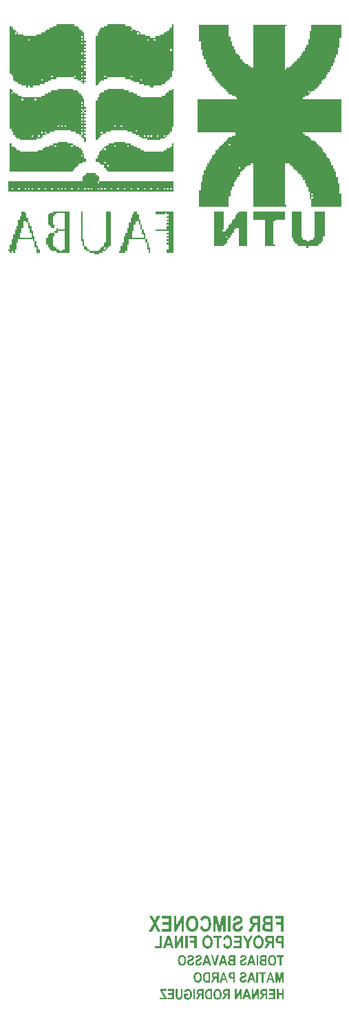
<source format=gbo>
G04*
G04 #@! TF.GenerationSoftware,Altium Limited,Altium Designer,19.1.5 (86)*
G04*
G04 Layer_Color=32896*
%FSLAX25Y25*%
%MOIN*%
G70*
G01*
G75*
G36*
X298025Y638943D02*
X299625D01*
Y638143D01*
X300425D01*
Y637343D01*
X301225D01*
Y636543D01*
X302025D01*
Y635743D01*
X302825D01*
Y634943D01*
Y634143D01*
Y633343D01*
Y632543D01*
Y631743D01*
X303625D01*
Y630943D01*
X302825D01*
Y630143D01*
X303625D01*
Y629343D01*
X302825D01*
Y628543D01*
X303625D01*
Y627743D01*
X302825D01*
Y626943D01*
X303625D01*
Y626143D01*
X302825D01*
Y625343D01*
X303625D01*
Y624543D01*
X302825D01*
Y623743D01*
X303625D01*
Y622943D01*
X302825D01*
Y622143D01*
X303625D01*
Y621343D01*
X302825D01*
Y620543D01*
X303625D01*
Y619743D01*
X302825D01*
Y618943D01*
X303625D01*
Y618143D01*
X302825D01*
Y617343D01*
X303625D01*
Y616543D01*
Y615743D01*
Y614943D01*
X302825D01*
Y614143D01*
X303625D01*
Y613343D01*
X302825D01*
Y612543D01*
X303625D01*
Y611743D01*
X302825D01*
Y610943D01*
X302025D01*
Y611743D01*
X301225D01*
Y612543D01*
X299625D01*
Y613343D01*
X298025D01*
Y614143D01*
X289225D01*
Y613343D01*
X286825D01*
Y612543D01*
X285225D01*
Y611743D01*
X283625D01*
Y610943D01*
X281225D01*
Y610143D01*
X278025D01*
Y609343D01*
X276425D01*
Y610143D01*
X275625D01*
Y609343D01*
X274825D01*
Y610143D01*
X272425D01*
Y610943D01*
X270825D01*
Y611743D01*
X269225D01*
Y612543D01*
X268425D01*
Y613343D01*
Y614143D01*
Y614943D01*
X267625D01*
Y615743D01*
X266825D01*
Y616543D01*
Y617343D01*
Y618143D01*
Y618943D01*
Y619743D01*
Y620543D01*
Y621343D01*
Y622143D01*
Y622943D01*
Y623743D01*
Y624543D01*
Y625343D01*
Y626143D01*
Y626943D01*
Y627743D01*
Y628543D01*
Y629343D01*
Y630143D01*
Y630943D01*
Y631743D01*
Y632543D01*
Y633343D01*
Y634143D01*
Y634943D01*
Y635743D01*
Y636543D01*
Y637343D01*
Y638143D01*
Y638943D01*
X267625D01*
Y638143D01*
X268425D01*
Y637343D01*
X269225D01*
Y636543D01*
X270025D01*
Y635743D01*
X270825D01*
Y634943D01*
X273225D01*
Y634143D01*
X279625D01*
Y634943D01*
X282025D01*
Y635743D01*
X283625D01*
Y636543D01*
X284425D01*
Y637343D01*
X286025D01*
Y638143D01*
X287625D01*
Y638943D01*
X289225D01*
Y639743D01*
X298025D01*
Y638943D01*
D02*
G37*
G36*
X346025D02*
Y638143D01*
Y637343D01*
Y636543D01*
Y635743D01*
Y634943D01*
Y634143D01*
Y633343D01*
Y632543D01*
Y631743D01*
Y630943D01*
Y630143D01*
Y629343D01*
Y628543D01*
Y627743D01*
Y626943D01*
Y626143D01*
Y625343D01*
Y624543D01*
Y623743D01*
Y622943D01*
Y622143D01*
Y621343D01*
Y620543D01*
Y619743D01*
Y618943D01*
Y618143D01*
Y617343D01*
X345225D01*
Y616543D01*
Y615743D01*
Y614943D01*
Y614143D01*
X344425D01*
Y613343D01*
X343625D01*
Y612543D01*
X342825D01*
Y611743D01*
X342025D01*
Y610943D01*
X340425D01*
Y610143D01*
X336425D01*
Y609343D01*
X334825D01*
Y610143D01*
X331625D01*
Y610943D01*
X329225D01*
Y611743D01*
X326825D01*
Y612543D01*
X325225D01*
Y613343D01*
X322825D01*
Y614143D01*
X314025D01*
Y613343D01*
X312425D01*
Y612543D01*
X310825D01*
Y611743D01*
X310025D01*
Y610943D01*
X309225D01*
Y610143D01*
X308425D01*
Y610943D01*
Y611743D01*
Y612543D01*
Y613343D01*
Y614143D01*
Y614943D01*
Y615743D01*
Y616543D01*
Y617343D01*
Y618143D01*
Y618943D01*
Y619743D01*
Y620543D01*
Y621343D01*
Y622143D01*
Y622943D01*
Y623743D01*
Y624543D01*
Y625343D01*
Y626143D01*
Y626943D01*
Y627743D01*
Y628543D01*
Y629343D01*
Y630143D01*
Y630943D01*
Y631743D01*
Y632543D01*
Y633343D01*
Y634143D01*
X309225D01*
Y634943D01*
Y635743D01*
X310025D01*
Y636543D01*
Y637343D01*
X310825D01*
Y638143D01*
X312425D01*
Y638943D01*
X314025D01*
Y639743D01*
X322825D01*
Y638943D01*
X325225D01*
Y638143D01*
X326025D01*
Y637343D01*
X327625D01*
Y636543D01*
X329225D01*
Y635743D01*
X330025D01*
Y634943D01*
X332425D01*
Y634143D01*
X334825D01*
Y633343D01*
X337225D01*
Y634143D01*
X339625D01*
Y634943D01*
X341225D01*
Y635743D01*
X342825D01*
Y636543D01*
X343625D01*
Y637343D01*
X344425D01*
Y638143D01*
X345225D01*
Y638943D01*
Y639743D01*
X346025D01*
Y638943D01*
D02*
G37*
G36*
X427184Y638798D02*
Y637998D01*
Y637198D01*
Y636398D01*
Y635598D01*
Y634798D01*
Y633998D01*
Y633198D01*
X426384D01*
Y632398D01*
Y631598D01*
Y630798D01*
Y629998D01*
Y629198D01*
Y628398D01*
X425584D01*
Y627598D01*
Y626798D01*
Y625998D01*
Y625198D01*
X424784D01*
Y624398D01*
Y623598D01*
X423984D01*
Y622798D01*
Y621998D01*
Y621198D01*
X423184D01*
Y620398D01*
Y619598D01*
X422384D01*
Y618798D01*
Y617998D01*
X421584D01*
Y617198D01*
Y616398D01*
X420784D01*
Y615598D01*
X419984D01*
Y614798D01*
Y613998D01*
X419184D01*
Y613198D01*
X418384D01*
Y612398D01*
X417584D01*
Y611598D01*
Y610798D01*
X416784D01*
Y609998D01*
X415984D01*
Y609198D01*
X415184D01*
Y608398D01*
X414384D01*
Y607598D01*
X412784D01*
Y606798D01*
X411984D01*
Y607598D01*
X411184D01*
Y606798D01*
X411984D01*
Y605998D01*
X411184D01*
Y605198D01*
X409584D01*
Y604398D01*
X408784D01*
Y603598D01*
X427184D01*
Y602798D01*
Y601998D01*
Y601198D01*
Y600398D01*
Y599598D01*
Y598798D01*
Y597998D01*
Y597198D01*
Y596398D01*
Y595598D01*
Y594798D01*
Y593998D01*
Y593198D01*
Y592398D01*
Y591598D01*
Y590798D01*
Y589998D01*
Y589198D01*
Y588398D01*
Y587598D01*
X408784D01*
Y586798D01*
X409584D01*
Y585998D01*
X411184D01*
Y585198D01*
X411984D01*
Y584398D01*
X412784D01*
Y583598D01*
X414384D01*
Y582798D01*
X415184D01*
Y581998D01*
X415984D01*
Y581198D01*
X416784D01*
Y580398D01*
X417584D01*
Y579598D01*
X418384D01*
Y578798D01*
Y577998D01*
X419184D01*
Y577198D01*
X419984D01*
Y576398D01*
Y575598D01*
X420784D01*
Y574798D01*
X421584D01*
Y573998D01*
Y573198D01*
X422384D01*
Y572398D01*
Y571598D01*
X423184D01*
Y570798D01*
Y569998D01*
X423984D01*
Y569198D01*
Y568398D01*
X424784D01*
Y567598D01*
Y566798D01*
Y565998D01*
X425584D01*
Y565198D01*
Y564398D01*
Y563598D01*
Y562798D01*
X426384D01*
Y561998D01*
Y561198D01*
Y560398D01*
Y559598D01*
Y558798D01*
Y557998D01*
X427184D01*
Y557198D01*
Y556398D01*
Y555598D01*
Y554798D01*
Y553998D01*
Y553198D01*
Y552398D01*
Y551598D01*
X412784D01*
Y552398D01*
Y553198D01*
Y553998D01*
Y554798D01*
Y555598D01*
X411984D01*
Y556398D01*
Y557198D01*
Y557998D01*
Y558798D01*
X411184D01*
Y559598D01*
Y560398D01*
Y561198D01*
X410384D01*
Y561998D01*
Y562798D01*
X409584D01*
Y563598D01*
Y564398D01*
X408784D01*
Y565198D01*
Y565998D01*
X407984D01*
Y566798D01*
X407184D01*
Y567598D01*
X406384D01*
Y568398D01*
X405584D01*
Y569198D01*
X404784D01*
Y569998D01*
X403984D01*
Y570798D01*
X403184D01*
Y571598D01*
X402384D01*
Y572398D01*
X399984D01*
Y571598D01*
Y570798D01*
Y569998D01*
Y569198D01*
Y568398D01*
Y567598D01*
Y566798D01*
Y565998D01*
Y565198D01*
Y564398D01*
Y563598D01*
Y562798D01*
Y561998D01*
Y561198D01*
Y560398D01*
Y559598D01*
Y558798D01*
Y557998D01*
Y557198D01*
Y556398D01*
Y555598D01*
Y554798D01*
Y553998D01*
Y553198D01*
Y552398D01*
X400784D01*
Y551598D01*
X384784D01*
Y552398D01*
Y553198D01*
Y553998D01*
Y554798D01*
Y555598D01*
Y556398D01*
Y557198D01*
Y557998D01*
Y558798D01*
Y559598D01*
Y560398D01*
Y561198D01*
Y561998D01*
Y562798D01*
Y563598D01*
Y564398D01*
Y565198D01*
Y565998D01*
Y566798D01*
Y567598D01*
Y568398D01*
Y569198D01*
Y569998D01*
Y570798D01*
Y571598D01*
Y572398D01*
X383184D01*
Y571598D01*
X381584D01*
Y570798D01*
X380784D01*
Y569998D01*
X379984D01*
Y569198D01*
X379184D01*
Y568398D01*
X378384D01*
Y567598D01*
Y566798D01*
X377584D01*
Y565998D01*
X376784D01*
Y565198D01*
Y564398D01*
X375984D01*
Y563598D01*
X375184D01*
Y562798D01*
Y561998D01*
Y561198D01*
X374384D01*
Y560398D01*
Y559598D01*
X373584D01*
Y558798D01*
Y557998D01*
Y557198D01*
Y556398D01*
X372784D01*
Y555598D01*
Y554798D01*
Y553998D01*
Y553198D01*
Y552398D01*
Y551598D01*
X358384D01*
Y552398D01*
Y553198D01*
Y553998D01*
Y554798D01*
Y555598D01*
Y556398D01*
Y557198D01*
Y557998D01*
Y558798D01*
Y559598D01*
X359184D01*
Y560398D01*
Y561198D01*
Y561998D01*
Y562798D01*
Y563598D01*
X359984D01*
Y564398D01*
Y565198D01*
Y565998D01*
Y566798D01*
X360784D01*
Y567598D01*
Y568398D01*
Y569198D01*
X361584D01*
Y569998D01*
Y570798D01*
X362384D01*
Y571598D01*
Y572398D01*
X363184D01*
Y573198D01*
Y573998D01*
X363984D01*
Y574798D01*
X364784D01*
Y575598D01*
Y576398D01*
X365584D01*
Y577198D01*
X366384D01*
Y577998D01*
Y578798D01*
X367184D01*
Y579598D01*
X367984D01*
Y580398D01*
X368784D01*
Y581198D01*
X369584D01*
Y581998D01*
X370384D01*
Y582798D01*
X371184D01*
Y583598D01*
X371984D01*
Y584398D01*
X372784D01*
Y585198D01*
X374384D01*
Y585998D01*
X375984D01*
Y586798D01*
Y587598D01*
X357584D01*
Y588398D01*
Y589198D01*
Y589998D01*
Y590798D01*
Y591598D01*
Y592398D01*
Y593198D01*
Y593998D01*
Y594798D01*
Y595598D01*
Y596398D01*
Y597198D01*
Y597998D01*
Y598798D01*
Y599598D01*
Y600398D01*
Y601198D01*
Y601998D01*
Y602798D01*
Y603598D01*
X376784D01*
Y604398D01*
X375984D01*
Y605198D01*
X374384D01*
Y605998D01*
X372784D01*
Y606798D01*
X371984D01*
Y607598D01*
X371184D01*
Y608398D01*
X370384D01*
Y609198D01*
X369584D01*
Y609998D01*
X368784D01*
Y610798D01*
X367984D01*
Y611598D01*
X367184D01*
Y612398D01*
X366384D01*
Y613198D01*
Y613998D01*
X365584D01*
Y614798D01*
X364784D01*
Y615598D01*
Y616398D01*
X363984D01*
Y617198D01*
X363184D01*
Y617998D01*
Y618798D01*
X362384D01*
Y619598D01*
Y620398D01*
X361584D01*
Y621198D01*
Y621998D01*
Y622798D01*
X360784D01*
Y623598D01*
Y624398D01*
X359984D01*
Y625198D01*
Y625998D01*
Y626798D01*
Y627598D01*
X359184D01*
Y628398D01*
Y629198D01*
Y629998D01*
Y630798D01*
Y631598D01*
X358384D01*
Y632398D01*
Y633198D01*
Y633998D01*
Y634798D01*
Y635598D01*
Y636398D01*
Y637198D01*
Y637998D01*
Y638798D01*
Y639598D01*
X372784D01*
Y638798D01*
Y637998D01*
Y637198D01*
Y636398D01*
Y635598D01*
Y634798D01*
Y633998D01*
X373584D01*
Y633198D01*
Y632398D01*
Y631598D01*
X374384D01*
Y630798D01*
Y629998D01*
Y629198D01*
X375184D01*
Y628398D01*
Y627598D01*
X375984D01*
Y626798D01*
Y625998D01*
X376784D01*
Y625198D01*
X377584D01*
Y624398D01*
X378384D01*
Y623598D01*
Y622798D01*
X379184D01*
Y621998D01*
X379984D01*
Y621198D01*
X380784D01*
Y620398D01*
X382384D01*
Y619598D01*
X383184D01*
Y618798D01*
X384784D01*
Y619598D01*
Y620398D01*
Y621198D01*
Y621998D01*
Y622798D01*
Y623598D01*
Y624398D01*
Y625198D01*
Y625998D01*
Y626798D01*
Y627598D01*
Y628398D01*
Y629198D01*
Y629998D01*
Y630798D01*
Y631598D01*
Y632398D01*
Y633198D01*
Y633998D01*
Y634798D01*
Y635598D01*
Y636398D01*
Y637198D01*
Y637998D01*
Y638798D01*
Y639598D01*
X400784D01*
Y638798D01*
X399984D01*
Y637998D01*
Y637198D01*
Y636398D01*
Y635598D01*
Y634798D01*
Y633998D01*
Y633198D01*
Y632398D01*
Y631598D01*
Y630798D01*
Y629998D01*
Y629198D01*
Y628398D01*
Y627598D01*
Y626798D01*
Y625998D01*
Y625198D01*
Y624398D01*
Y623598D01*
Y622798D01*
Y621998D01*
Y621198D01*
Y620398D01*
Y619598D01*
Y618798D01*
Y617998D01*
X400784D01*
Y618798D01*
X402384D01*
Y619598D01*
X403184D01*
Y620398D01*
X403984D01*
Y621198D01*
X404784D01*
Y621998D01*
X405584D01*
Y622798D01*
X406384D01*
Y623598D01*
X407184D01*
Y624398D01*
X407984D01*
Y625198D01*
Y625998D01*
X408784D01*
Y626798D01*
X409584D01*
Y627598D01*
Y628398D01*
X410384D01*
Y629198D01*
Y629998D01*
X411184D01*
Y630798D01*
Y631598D01*
Y632398D01*
X411984D01*
Y633198D01*
Y633998D01*
Y634798D01*
Y635598D01*
Y636398D01*
X412784D01*
Y637198D01*
Y637998D01*
Y638798D01*
Y639598D01*
X427184D01*
Y638798D01*
D02*
G37*
G36*
X346025Y607743D02*
Y606943D01*
Y606143D01*
Y605343D01*
Y604543D01*
Y603743D01*
Y602943D01*
Y602143D01*
Y601343D01*
Y600543D01*
Y599743D01*
Y598943D01*
Y598143D01*
Y597343D01*
Y596543D01*
Y595743D01*
Y594943D01*
Y594143D01*
Y593343D01*
Y592543D01*
Y591743D01*
Y590943D01*
Y590143D01*
X345225D01*
Y589343D01*
Y588543D01*
Y587743D01*
X344425D01*
Y586943D01*
X343625D01*
Y586143D01*
X342825D01*
Y585343D01*
X342025D01*
Y586143D01*
X341225D01*
Y585343D01*
X342025D01*
Y584543D01*
X339625D01*
Y583743D01*
X333225D01*
Y584543D01*
X330825D01*
Y585343D01*
X329225D01*
Y586143D01*
X327625D01*
Y586943D01*
X326025D01*
Y587743D01*
X323625D01*
Y588543D01*
X315625D01*
Y587743D01*
X313225D01*
Y586943D01*
X311625D01*
Y587743D01*
X310825D01*
Y586943D01*
X311625D01*
Y586143D01*
X310825D01*
Y585343D01*
X310025D01*
Y584543D01*
X309225D01*
Y583743D01*
X308425D01*
Y584543D01*
Y585343D01*
Y586143D01*
Y586943D01*
Y587743D01*
Y588543D01*
Y589343D01*
Y590143D01*
Y590943D01*
Y591743D01*
Y592543D01*
Y593343D01*
Y594143D01*
Y594943D01*
Y595743D01*
Y596543D01*
Y597343D01*
Y598143D01*
Y598943D01*
Y599743D01*
Y600543D01*
Y601343D01*
Y602143D01*
Y602943D01*
X309225D01*
Y603743D01*
Y604543D01*
X310025D01*
Y605343D01*
Y606143D01*
X310825D01*
Y606943D01*
X312425D01*
Y607743D01*
X314025D01*
Y608543D01*
X322025D01*
Y607743D01*
X324425D01*
Y606943D01*
X326825D01*
Y606143D01*
X328425D01*
Y605343D01*
X330025D01*
Y604543D01*
X340425D01*
Y605343D01*
X342025D01*
Y606143D01*
X342825D01*
Y606943D01*
X343625D01*
Y607743D01*
X345225D01*
Y608543D01*
X346025D01*
Y607743D01*
D02*
G37*
G36*
X297225D02*
X299625D01*
Y606943D01*
X300425D01*
Y606143D01*
X301225D01*
Y605343D01*
X302025D01*
Y604543D01*
Y603743D01*
X302825D01*
Y602943D01*
Y602143D01*
Y601343D01*
Y600543D01*
Y599743D01*
X303625D01*
Y598943D01*
X302825D01*
Y598143D01*
X303625D01*
Y597343D01*
X302825D01*
Y598143D01*
X302025D01*
Y598943D01*
X301225D01*
Y598143D01*
X302025D01*
Y597343D01*
X302825D01*
Y596543D01*
X303625D01*
Y595743D01*
X302825D01*
Y594943D01*
X303625D01*
Y594143D01*
X302825D01*
Y593343D01*
X303625D01*
Y592543D01*
X302825D01*
Y591743D01*
X303625D01*
Y590943D01*
X302825D01*
Y590143D01*
X303625D01*
Y589343D01*
X302825D01*
Y588543D01*
X303625D01*
Y587743D01*
X302825D01*
Y586943D01*
X303625D01*
Y586143D01*
X302825D01*
Y585343D01*
X303625D01*
Y584543D01*
Y583743D01*
Y582943D01*
X302825D01*
Y583743D01*
Y584543D01*
X302025D01*
Y585343D01*
X301225D01*
Y586143D01*
X300425D01*
Y586943D01*
X298825D01*
Y587743D01*
X296425D01*
Y588543D01*
X288425D01*
Y587743D01*
X286025D01*
Y586943D01*
X284425D01*
Y587743D01*
X283625D01*
Y586943D01*
X284425D01*
Y586143D01*
X282825D01*
Y585343D01*
X282025D01*
Y584543D01*
X279625D01*
Y583743D01*
X271625D01*
Y584543D01*
X270025D01*
Y585343D01*
X269225D01*
Y586143D01*
X268425D01*
Y586943D01*
Y587743D01*
X267625D01*
Y588543D01*
Y589343D01*
X266825D01*
Y590143D01*
Y590943D01*
Y591743D01*
Y592543D01*
Y593343D01*
Y594143D01*
Y594943D01*
Y595743D01*
Y596543D01*
Y597343D01*
Y598143D01*
Y598943D01*
Y599743D01*
Y600543D01*
Y601343D01*
Y602143D01*
Y602943D01*
Y603743D01*
Y604543D01*
Y605343D01*
Y606143D01*
Y606943D01*
Y607743D01*
Y608543D01*
X267625D01*
Y607743D01*
X268425D01*
Y606943D01*
X269225D01*
Y606143D01*
X270825D01*
Y605343D01*
X272425D01*
Y604543D01*
X282025D01*
Y605343D01*
X283625D01*
Y606143D01*
X285225D01*
Y606943D01*
X286825D01*
Y607743D01*
X290025D01*
Y608543D01*
X297225D01*
Y607743D01*
D02*
G37*
G36*
X322825Y582143D02*
X325225D01*
Y581343D01*
X326825D01*
Y580543D01*
X328425D01*
Y579743D01*
X330025D01*
Y578943D01*
X331625D01*
Y578143D01*
X341225D01*
Y578943D01*
X342825D01*
Y579743D01*
X344425D01*
Y580543D01*
X345225D01*
Y581343D01*
Y582143D01*
X346025D01*
Y581343D01*
Y580543D01*
Y579743D01*
Y578943D01*
Y578143D01*
Y577343D01*
Y576543D01*
Y575743D01*
Y574943D01*
Y574143D01*
Y573343D01*
Y572543D01*
Y571743D01*
Y570943D01*
Y570143D01*
Y569343D01*
Y568543D01*
X314025D01*
Y569343D01*
X313225D01*
Y570143D01*
X312425D01*
Y570943D01*
Y571743D01*
X310825D01*
Y572543D01*
X310025D01*
Y573343D01*
X308425D01*
Y574143D01*
Y574943D01*
X309225D01*
Y575743D01*
Y576543D01*
X310025D01*
Y577343D01*
Y578143D01*
X310825D01*
Y578943D01*
X311625D01*
Y579743D01*
X312425D01*
Y578943D01*
X313225D01*
Y579743D01*
X312425D01*
Y580543D01*
X313225D01*
Y581343D01*
X314825D01*
Y582143D01*
X317225D01*
Y582943D01*
X322825D01*
Y582143D01*
D02*
G37*
G36*
X294825D02*
X297225D01*
Y581343D01*
X298825D01*
Y580543D01*
X300425D01*
Y579743D01*
X301225D01*
Y578943D01*
X302025D01*
Y578143D01*
Y577343D01*
X302825D01*
Y576543D01*
Y575743D01*
Y574943D01*
X303625D01*
Y574143D01*
Y573343D01*
X302025D01*
Y572543D01*
X300425D01*
Y571743D01*
X299625D01*
Y570943D01*
X298825D01*
Y570143D01*
X298025D01*
Y569343D01*
X297225D01*
Y568543D01*
X266825D01*
Y569343D01*
Y570143D01*
Y570943D01*
Y571743D01*
Y572543D01*
Y573343D01*
Y574143D01*
Y574943D01*
Y575743D01*
Y576543D01*
Y577343D01*
Y578143D01*
Y578943D01*
Y579743D01*
Y580543D01*
Y581343D01*
Y582143D01*
X267625D01*
Y581343D01*
Y580543D01*
X269225D01*
Y579743D01*
X270025D01*
Y578943D01*
X271625D01*
Y578143D01*
X280425D01*
Y578943D01*
X282825D01*
Y579743D01*
X283625D01*
Y580543D01*
X286025D01*
Y581343D01*
X287625D01*
Y582143D01*
X290025D01*
Y582943D01*
X294825D01*
Y582143D01*
D02*
G37*
G36*
X308425Y566943D02*
X309225D01*
Y566143D01*
X310025D01*
Y565343D01*
Y564543D01*
Y563743D01*
X346025D01*
Y562943D01*
Y562143D01*
Y561343D01*
Y560543D01*
Y559743D01*
Y558943D01*
X266025D01*
Y559743D01*
Y560543D01*
Y561343D01*
Y562143D01*
Y562943D01*
Y563743D01*
X302025D01*
Y564543D01*
Y565343D01*
Y566143D01*
X302825D01*
Y566943D01*
X303625D01*
Y567743D01*
X308425D01*
Y566943D01*
D02*
G37*
G36*
X295625Y548543D02*
Y547743D01*
Y546943D01*
Y546143D01*
Y545343D01*
Y544543D01*
Y543743D01*
Y542943D01*
Y542143D01*
Y541343D01*
Y540543D01*
Y539743D01*
Y538943D01*
Y538143D01*
Y537343D01*
Y536543D01*
Y535743D01*
Y534943D01*
Y534143D01*
Y533343D01*
Y532543D01*
Y531743D01*
Y530943D01*
Y530143D01*
Y529343D01*
X289225D01*
Y530143D01*
X286825D01*
Y530943D01*
X286025D01*
Y531743D01*
X285225D01*
Y532543D01*
Y533343D01*
X284425D01*
Y534143D01*
Y534943D01*
Y535743D01*
Y536543D01*
X285225D01*
Y537343D01*
Y538143D01*
X286025D01*
Y538943D01*
X288425D01*
Y538143D01*
Y537343D01*
X287625D01*
Y536543D01*
Y535743D01*
Y534943D01*
Y534143D01*
Y533343D01*
Y532543D01*
X288425D01*
Y531743D01*
X289225D01*
Y530943D01*
X290825D01*
Y530143D01*
X292425D01*
Y530943D01*
X293225D01*
Y531743D01*
Y532543D01*
Y533343D01*
Y534143D01*
Y534943D01*
Y535743D01*
Y536543D01*
Y537343D01*
Y538143D01*
Y538943D01*
Y539743D01*
X290025D01*
Y538943D01*
X288425D01*
Y539743D01*
X289225D01*
Y540543D01*
Y541343D01*
X290025D01*
Y540543D01*
X293225D01*
Y541343D01*
Y542143D01*
Y542943D01*
Y543743D01*
Y544543D01*
Y545343D01*
Y546143D01*
Y546943D01*
Y547743D01*
Y548543D01*
X289225D01*
Y547743D01*
X288425D01*
Y546943D01*
X287625D01*
Y546143D01*
Y545343D01*
Y544543D01*
Y543743D01*
Y542943D01*
X288425D01*
Y542143D01*
Y541343D01*
X286825D01*
Y542143D01*
X286025D01*
Y542943D01*
X285225D01*
Y543743D01*
Y544543D01*
Y545343D01*
Y546143D01*
Y546943D01*
Y547743D01*
X286025D01*
Y548543D01*
X287625D01*
Y549343D01*
X295625D01*
Y548543D01*
D02*
G37*
G36*
X381584Y548398D02*
Y547598D01*
Y546798D01*
Y545998D01*
Y545198D01*
Y544398D01*
Y543598D01*
Y542798D01*
Y541998D01*
Y541198D01*
Y540398D01*
Y539598D01*
Y538798D01*
Y537998D01*
Y537198D01*
Y536398D01*
Y535598D01*
Y534798D01*
Y533998D01*
Y533198D01*
Y532398D01*
X377584D01*
Y533198D01*
Y533998D01*
Y534798D01*
Y535598D01*
Y536398D01*
Y537198D01*
Y537998D01*
Y538798D01*
Y539598D01*
Y540398D01*
Y541198D01*
X375984D01*
Y540398D01*
X375184D01*
Y539598D01*
Y538798D01*
X374384D01*
Y537998D01*
X373584D01*
Y537198D01*
Y536398D01*
X372784D01*
Y535598D01*
X371984D01*
Y534798D01*
Y533998D01*
X371184D01*
Y533198D01*
X370384D01*
Y532398D01*
X365584D01*
Y533198D01*
Y533998D01*
Y534798D01*
Y535598D01*
Y536398D01*
Y537198D01*
Y537998D01*
Y538798D01*
Y539598D01*
Y540398D01*
Y541198D01*
Y541998D01*
Y542798D01*
Y543598D01*
Y544398D01*
Y545198D01*
Y545998D01*
Y546798D01*
Y547598D01*
Y548398D01*
Y549198D01*
X370384D01*
Y548398D01*
Y547598D01*
Y546798D01*
Y545998D01*
Y545198D01*
Y544398D01*
Y543598D01*
Y542798D01*
Y541998D01*
Y541198D01*
Y540398D01*
X369584D01*
Y539598D01*
X371184D01*
Y540398D01*
X371984D01*
Y541198D01*
X372784D01*
Y541998D01*
Y542798D01*
X373584D01*
Y543598D01*
X374384D01*
Y544398D01*
Y545198D01*
X375184D01*
Y545998D01*
X375984D01*
Y546798D01*
Y547598D01*
X376784D01*
Y548398D01*
X377584D01*
Y549198D01*
X381584D01*
Y548398D01*
D02*
G37*
G36*
X419184D02*
Y547598D01*
Y546798D01*
Y545998D01*
Y545198D01*
Y544398D01*
Y543598D01*
Y542798D01*
Y541998D01*
Y541198D01*
Y540398D01*
Y539598D01*
Y538798D01*
Y537998D01*
Y537198D01*
X418384D01*
Y536398D01*
Y535598D01*
Y534798D01*
X417584D01*
Y533998D01*
X416784D01*
Y533198D01*
X415984D01*
Y532398D01*
X411184D01*
Y531598D01*
X410384D01*
Y532398D01*
X406384D01*
Y533198D01*
X405584D01*
Y533998D01*
X404784D01*
Y534798D01*
X403984D01*
Y535598D01*
Y536398D01*
X403184D01*
Y537198D01*
Y537998D01*
Y538798D01*
Y539598D01*
Y540398D01*
Y541198D01*
Y541998D01*
Y542798D01*
Y543598D01*
Y544398D01*
Y545198D01*
Y545998D01*
Y546798D01*
Y547598D01*
Y548398D01*
Y549198D01*
X407984D01*
Y548398D01*
Y547598D01*
Y546798D01*
Y545998D01*
Y545198D01*
Y544398D01*
Y543598D01*
Y542798D01*
Y541998D01*
Y541198D01*
Y540398D01*
Y539598D01*
Y538798D01*
Y537998D01*
Y537198D01*
Y536398D01*
X408784D01*
Y535598D01*
X410384D01*
Y534798D01*
X411984D01*
Y535598D01*
X413584D01*
Y536398D01*
X414384D01*
Y537198D01*
Y537998D01*
Y538798D01*
Y539598D01*
Y540398D01*
Y541198D01*
Y541998D01*
Y542798D01*
Y543598D01*
Y544398D01*
Y545198D01*
Y545998D01*
Y546798D01*
Y547598D01*
Y548398D01*
Y549198D01*
X419184D01*
Y548398D01*
D02*
G37*
G36*
X399984D02*
Y547598D01*
Y546798D01*
Y545998D01*
Y545198D01*
X395184D01*
Y544398D01*
X394384D01*
Y543598D01*
Y542798D01*
Y541998D01*
Y541198D01*
Y540398D01*
Y539598D01*
Y538798D01*
Y537998D01*
Y537198D01*
Y536398D01*
Y535598D01*
Y534798D01*
Y533998D01*
Y533198D01*
X395184D01*
Y532398D01*
X390384D01*
Y533198D01*
Y533998D01*
Y534798D01*
Y535598D01*
Y536398D01*
Y537198D01*
Y537998D01*
Y538798D01*
Y539598D01*
Y540398D01*
Y541198D01*
Y541998D01*
Y542798D01*
Y543598D01*
Y544398D01*
Y545198D01*
X384784D01*
Y545998D01*
Y546798D01*
Y547598D01*
Y548398D01*
Y549198D01*
X399984D01*
Y548398D01*
D02*
G37*
G36*
X315625Y548543D02*
Y547743D01*
Y546943D01*
Y546143D01*
Y545343D01*
Y544543D01*
Y543743D01*
Y542943D01*
Y542143D01*
Y541343D01*
Y540543D01*
Y539743D01*
Y538943D01*
Y538143D01*
Y537343D01*
Y536543D01*
Y535743D01*
Y534943D01*
Y534143D01*
Y533343D01*
Y532543D01*
X314825D01*
Y531743D01*
X314025D01*
Y530943D01*
X313225D01*
Y531743D01*
X312425D01*
Y530943D01*
X313225D01*
Y530143D01*
X311625D01*
Y529343D01*
X310025D01*
Y528543D01*
X307625D01*
Y529343D01*
X305225D01*
Y530143D01*
X303625D01*
Y530943D01*
X302825D01*
Y531743D01*
Y532543D01*
X302025D01*
Y533343D01*
Y534143D01*
Y534943D01*
X301225D01*
Y535743D01*
Y536543D01*
Y537343D01*
Y538143D01*
Y538943D01*
Y539743D01*
Y540543D01*
Y541343D01*
Y542143D01*
Y542943D01*
Y543743D01*
Y544543D01*
Y545343D01*
Y546143D01*
Y546943D01*
Y547743D01*
Y548543D01*
Y549343D01*
X302025D01*
Y548543D01*
Y547743D01*
Y546943D01*
Y546143D01*
Y545343D01*
Y544543D01*
Y543743D01*
Y542943D01*
Y542143D01*
Y541343D01*
Y540543D01*
Y539743D01*
Y538943D01*
Y538143D01*
Y537343D01*
Y536543D01*
Y535743D01*
X302825D01*
Y534943D01*
Y534143D01*
Y533343D01*
Y532543D01*
X303625D01*
Y531743D01*
X304425D01*
Y530943D01*
X305225D01*
Y530143D01*
X310025D01*
Y530943D01*
X310825D01*
Y531743D01*
X311625D01*
Y532543D01*
X312425D01*
Y533343D01*
Y534143D01*
X313225D01*
Y534943D01*
Y535743D01*
Y536543D01*
Y537343D01*
Y538143D01*
Y538943D01*
Y539743D01*
Y540543D01*
Y541343D01*
Y542143D01*
Y542943D01*
Y543743D01*
Y544543D01*
Y545343D01*
Y546143D01*
Y546943D01*
Y547743D01*
Y548543D01*
Y549343D01*
X315625D01*
Y548543D01*
D02*
G37*
G36*
X346025D02*
Y547743D01*
Y546943D01*
Y546143D01*
Y545343D01*
Y544543D01*
Y543743D01*
Y542943D01*
Y542143D01*
Y541343D01*
Y540543D01*
Y539743D01*
Y538943D01*
Y538143D01*
Y537343D01*
Y536543D01*
Y535743D01*
Y534943D01*
Y534143D01*
Y533343D01*
Y532543D01*
Y531743D01*
Y530943D01*
Y530143D01*
Y529343D01*
X342825D01*
Y530143D01*
Y530943D01*
X343625D01*
Y531743D01*
Y532543D01*
Y533343D01*
X342825D01*
Y534143D01*
X343625D01*
Y534943D01*
X342825D01*
Y535743D01*
X343625D01*
Y536543D01*
X342825D01*
Y537343D01*
X343625D01*
Y538143D01*
X342825D01*
Y538943D01*
X343625D01*
Y539743D01*
X337225D01*
Y540543D01*
X342825D01*
Y541343D01*
Y542143D01*
X343625D01*
Y542943D01*
X342825D01*
Y543743D01*
X343625D01*
Y544543D01*
X342825D01*
Y545343D01*
X343625D01*
Y546143D01*
X342825D01*
Y546943D01*
X343625D01*
Y547743D01*
X342825D01*
Y548543D01*
X342025D01*
Y547743D01*
X337225D01*
Y548543D01*
Y549343D01*
X346025D01*
Y548543D01*
D02*
G37*
G36*
X328425D02*
Y547743D01*
X329225D01*
Y546943D01*
Y546143D01*
Y545343D01*
X330025D01*
Y544543D01*
Y543743D01*
Y542943D01*
X330825D01*
Y542143D01*
Y541343D01*
Y540543D01*
X331625D01*
Y539743D01*
Y538943D01*
X332425D01*
Y538143D01*
Y537343D01*
Y536543D01*
Y535743D01*
X333225D01*
Y534943D01*
Y534143D01*
X334025D01*
Y533343D01*
Y532543D01*
Y531743D01*
X334825D01*
Y530943D01*
Y530143D01*
Y529343D01*
X334025D01*
Y530143D01*
Y530943D01*
X333225D01*
Y531743D01*
Y532543D01*
Y533343D01*
Y534143D01*
X332425D01*
Y534943D01*
Y535743D01*
X324425D01*
Y534943D01*
Y534143D01*
Y533343D01*
X323625D01*
Y532543D01*
Y531743D01*
Y530943D01*
Y530143D01*
X322825D01*
Y529343D01*
X319625D01*
Y530143D01*
X320425D01*
Y530943D01*
Y531743D01*
Y532543D01*
X321225D01*
Y533343D01*
Y534143D01*
X322025D01*
Y534943D01*
Y535743D01*
Y536543D01*
Y537343D01*
X322825D01*
Y538143D01*
Y538943D01*
X323625D01*
Y539743D01*
Y540543D01*
Y541343D01*
X324425D01*
Y542143D01*
Y542943D01*
Y543743D01*
X325225D01*
Y544543D01*
Y545343D01*
Y546143D01*
X326025D01*
Y546943D01*
Y547743D01*
X326825D01*
Y548543D01*
Y549343D01*
X328425D01*
Y548543D01*
D02*
G37*
G36*
X274025D02*
X274825D01*
Y547743D01*
Y546943D01*
Y546143D01*
X275625D01*
Y545343D01*
Y544543D01*
Y543743D01*
X276425D01*
Y542943D01*
Y542143D01*
X277225D01*
Y541343D01*
Y540543D01*
Y539743D01*
X278025D01*
Y538943D01*
Y538143D01*
Y537343D01*
X278825D01*
Y536543D01*
Y535743D01*
Y534943D01*
X279625D01*
Y534143D01*
Y533343D01*
Y532543D01*
X280425D01*
Y531743D01*
Y530943D01*
X281225D01*
Y530143D01*
Y529343D01*
X279625D01*
Y530143D01*
Y530943D01*
Y531743D01*
X278825D01*
Y532543D01*
Y533343D01*
Y534143D01*
Y534943D01*
X278025D01*
Y535743D01*
X270825D01*
Y534943D01*
Y534143D01*
X270025D01*
Y533343D01*
Y532543D01*
Y531743D01*
Y530943D01*
X269225D01*
Y530143D01*
Y529343D01*
X268425D01*
Y530143D01*
X267625D01*
Y529343D01*
X266825D01*
Y530143D01*
X266025D01*
Y530943D01*
X266825D01*
Y531743D01*
Y532543D01*
Y533343D01*
X267625D01*
Y534143D01*
Y534943D01*
Y535743D01*
X268425D01*
Y536543D01*
Y537343D01*
Y538143D01*
X269225D01*
Y538943D01*
Y539743D01*
Y540543D01*
X270025D01*
Y541343D01*
Y542143D01*
X270825D01*
Y542943D01*
Y543743D01*
Y544543D01*
Y545343D01*
X271625D01*
Y546143D01*
Y546943D01*
X272425D01*
Y547743D01*
Y548543D01*
Y549343D01*
X274025D01*
Y548543D01*
D02*
G37*
G36*
X337646Y204929D02*
X339779Y201018D01*
X338291D01*
X336913Y203574D01*
X335535Y201018D01*
X334047D01*
X336180Y204929D01*
X334247Y208529D01*
X335691D01*
X336913Y206273D01*
X338135Y208529D01*
X339580D01*
X337646Y204929D01*
D02*
G37*
G36*
X351078Y201018D02*
X349923D01*
Y205907D01*
X347445Y201018D01*
X346190D01*
Y208529D01*
X347345D01*
Y203507D01*
X349879Y208529D01*
X351078D01*
Y201018D01*
D02*
G37*
G36*
X371210Y201018D02*
X370054Y201018D01*
Y206940D01*
X368832Y201018D01*
X367643D01*
X366399Y206940D01*
Y201018D01*
X365244D01*
Y208529D01*
X367121D01*
X368232Y203385D01*
X369354Y208529D01*
X371210Y208529D01*
Y201018D01*
D02*
G37*
G36*
X361577Y208640D02*
X361800Y208607D01*
X362000Y208562D01*
X362199Y208507D01*
X362377Y208429D01*
X362544Y208351D01*
X362699Y208262D01*
X362833Y208184D01*
X362955Y208096D01*
X363066Y208007D01*
X363155Y207929D01*
X363233Y207851D01*
X363288Y207796D01*
X363333Y207751D01*
X363355Y207718D01*
X363366Y207707D01*
X363522Y207495D01*
X363655Y207262D01*
X363766Y207029D01*
X363866Y206785D01*
X363955Y206529D01*
X364021Y206284D01*
X364077Y206040D01*
X364122Y205796D01*
X364155Y205574D01*
X364188Y205374D01*
X364210Y205185D01*
X364222Y205018D01*
Y204896D01*
X364233Y204796D01*
Y204729D01*
Y204718D01*
Y204707D01*
X364222Y204374D01*
X364199Y204063D01*
X364155Y203763D01*
X364099Y203485D01*
X364033Y203229D01*
X363966Y202996D01*
X363888Y202774D01*
X363799Y202585D01*
X363721Y202407D01*
X363644Y202252D01*
X363577Y202118D01*
X363510Y202018D01*
X363455Y201929D01*
X363410Y201863D01*
X363388Y201829D01*
X363377Y201818D01*
X363233Y201652D01*
X363077Y201518D01*
X362922Y201396D01*
X362755Y201285D01*
X362588Y201196D01*
X362433Y201118D01*
X362277Y201063D01*
X362122Y201007D01*
X361977Y200974D01*
X361844Y200941D01*
X361722Y200929D01*
X361622Y200907D01*
X361533D01*
X361477Y200896D01*
X361422D01*
X361244Y200907D01*
X361077Y200918D01*
X360766Y200985D01*
X360489Y201074D01*
X360366Y201130D01*
X360255Y201185D01*
X360155Y201241D01*
X360066Y201296D01*
X359989Y201341D01*
X359933Y201385D01*
X359877Y201418D01*
X359844Y201452D01*
X359822Y201463D01*
X359811Y201474D01*
X359689Y201596D01*
X359577Y201718D01*
X359389Y202007D01*
X359222Y202318D01*
X359089Y202618D01*
X359033Y202763D01*
X358989Y202896D01*
X358955Y203018D01*
X358922Y203118D01*
X358900Y203207D01*
X358878Y203274D01*
X358866Y203318D01*
Y203329D01*
X360077Y203796D01*
X360144Y203496D01*
X360233Y203252D01*
X360311Y203040D01*
X360400Y202874D01*
X360477Y202741D01*
X360544Y202652D01*
X360589Y202596D01*
X360600Y202574D01*
X360733Y202452D01*
X360877Y202352D01*
X361022Y202285D01*
X361155Y202240D01*
X361266Y202218D01*
X361366Y202207D01*
X361422Y202196D01*
X361444D01*
X361566Y202207D01*
X361677Y202218D01*
X361899Y202285D01*
X362077Y202385D01*
X362233Y202496D01*
X362366Y202596D01*
X362455Y202696D01*
X362510Y202763D01*
X362533Y202774D01*
Y202785D01*
X362599Y202907D01*
X362666Y203040D01*
X362722Y203196D01*
X362766Y203351D01*
X362844Y203685D01*
X362888Y204018D01*
X362911Y204174D01*
X362922Y204318D01*
X362933Y204451D01*
Y204562D01*
X362944Y204662D01*
Y204729D01*
Y204785D01*
Y204796D01*
Y205040D01*
X362922Y205274D01*
X362899Y205485D01*
X362877Y205674D01*
X362844Y205851D01*
X362810Y206018D01*
X362777Y206162D01*
X362733Y206284D01*
X362688Y206396D01*
X362655Y206496D01*
X362622Y206573D01*
X362588Y206640D01*
X362555Y206684D01*
X362544Y206729D01*
X362522Y206740D01*
Y206751D01*
X362433Y206862D01*
X362344Y206951D01*
X362255Y207029D01*
X362166Y207096D01*
X361977Y207207D01*
X361800Y207273D01*
X361644Y207318D01*
X361522Y207340D01*
X361477Y207351D01*
X361411D01*
X361233Y207340D01*
X361077Y207296D01*
X360944Y207251D01*
X360822Y207185D01*
X360722Y207129D01*
X360644Y207073D01*
X360600Y207029D01*
X360589Y207018D01*
X360466Y206885D01*
X360366Y206740D01*
X360277Y206585D01*
X360211Y206429D01*
X360166Y206296D01*
X360133Y206185D01*
X360122Y206140D01*
Y206107D01*
X360111Y206096D01*
Y206085D01*
X358878Y206440D01*
X358922Y206618D01*
X358978Y206785D01*
X359033Y206940D01*
X359089Y207096D01*
X359155Y207229D01*
X359211Y207351D01*
X359278Y207451D01*
X359333Y207551D01*
X359389Y207640D01*
X359444Y207718D01*
X359489Y207784D01*
X359533Y207840D01*
X359566Y207873D01*
X359589Y207907D01*
X359600Y207929D01*
X359611D01*
X359744Y208051D01*
X359889Y208162D01*
X360033Y208262D01*
X360177Y208351D01*
X360322Y208418D01*
X360466Y208473D01*
X360744Y208562D01*
X360866Y208595D01*
X360977Y208618D01*
X361077Y208629D01*
X361166Y208640D01*
X361244Y208651D01*
X361344D01*
X361577Y208640D01*
D02*
G37*
G36*
X399385Y201018D02*
X398140D01*
Y204207D01*
X395563D01*
Y205473D01*
X398140D01*
Y207262D01*
X395163D01*
Y208529D01*
X399385D01*
Y201018D01*
D02*
G37*
G36*
X394141D02*
X391585D01*
X391385Y201029D01*
X391208D01*
X391041Y201041D01*
X390897Y201052D01*
X390774D01*
X390663Y201063D01*
X390574Y201074D01*
X390497Y201085D01*
X390441D01*
X390386Y201096D01*
X390352D01*
X390330Y201107D01*
X390308D01*
X390119Y201174D01*
X389941Y201274D01*
X389774Y201385D01*
X389641Y201507D01*
X389530Y201618D01*
X389441Y201718D01*
X389397Y201785D01*
X389374Y201796D01*
Y201807D01*
X389241Y202029D01*
X389141Y202263D01*
X389074Y202496D01*
X389019Y202718D01*
X388997Y202907D01*
X388986Y202985D01*
Y203063D01*
X388974Y203118D01*
Y203163D01*
Y203185D01*
Y203196D01*
X388986Y203440D01*
X389019Y203663D01*
X389074Y203852D01*
X389130Y204018D01*
X389186Y204163D01*
X389241Y204262D01*
X389275Y204318D01*
X389286Y204340D01*
X389408Y204507D01*
X389552Y204651D01*
X389697Y204763D01*
X389830Y204851D01*
X389963Y204918D01*
X390063Y204974D01*
X390130Y204996D01*
X390141Y205007D01*
X390152D01*
X390008Y205096D01*
X389886Y205196D01*
X389786Y205307D01*
X389686Y205407D01*
X389619Y205507D01*
X389563Y205585D01*
X389530Y205629D01*
X389519Y205651D01*
X389441Y205818D01*
X389374Y205996D01*
X389330Y206162D01*
X389308Y206318D01*
X389286Y206440D01*
X389275Y206551D01*
Y206618D01*
Y206629D01*
Y206640D01*
X389286Y206851D01*
X389319Y207051D01*
X389363Y207229D01*
X389419Y207384D01*
X389475Y207507D01*
X389519Y207607D01*
X389552Y207662D01*
X389563Y207684D01*
X389674Y207851D01*
X389786Y207984D01*
X389908Y208096D01*
X390008Y208184D01*
X390108Y208251D01*
X390185Y208307D01*
X390230Y208329D01*
X390252Y208340D01*
X390341Y208373D01*
X390430Y208407D01*
X390652Y208451D01*
X390885Y208484D01*
X391119Y208507D01*
X391330Y208518D01*
X391430Y208529D01*
X394141D01*
Y201018D01*
D02*
G37*
G36*
X387919D02*
X386675D01*
Y204151D01*
X386275D01*
X386153Y204140D01*
X386041Y204129D01*
X385953Y204107D01*
X385886Y204096D01*
X385841Y204074D01*
X385819Y204063D01*
X385808D01*
X385730Y204029D01*
X385664Y203974D01*
X385553Y203874D01*
X385508Y203829D01*
X385475Y203785D01*
X385453Y203763D01*
X385442Y203751D01*
X385408Y203707D01*
X385364Y203640D01*
X385308Y203574D01*
X385264Y203496D01*
X385153Y203307D01*
X385042Y203118D01*
X384942Y202941D01*
X384897Y202863D01*
X384853Y202796D01*
X384819Y202741D01*
X384797Y202696D01*
X384775Y202663D01*
Y202652D01*
X383886Y201018D01*
X382386D01*
X383142Y202474D01*
X383220Y202629D01*
X383297Y202785D01*
X383375Y202918D01*
X383442Y203040D01*
X383508Y203151D01*
X383564Y203252D01*
X383664Y203418D01*
X383742Y203540D01*
X383808Y203629D01*
X383842Y203685D01*
X383853Y203696D01*
X383953Y203818D01*
X384064Y203940D01*
X384175Y204051D01*
X384275Y204140D01*
X384364Y204218D01*
X384442Y204274D01*
X384486Y204318D01*
X384508Y204329D01*
X384231Y204396D01*
X383997Y204485D01*
X383786Y204596D01*
X383619Y204718D01*
X383486Y204818D01*
X383386Y204907D01*
X383331Y204974D01*
X383308Y204985D01*
Y204996D01*
X383164Y205218D01*
X383053Y205451D01*
X382975Y205685D01*
X382931Y205907D01*
X382897Y206107D01*
X382886Y206196D01*
Y206274D01*
X382875Y206329D01*
Y206384D01*
Y206407D01*
Y206418D01*
X382886Y206673D01*
X382920Y206896D01*
X382964Y207107D01*
X383009Y207284D01*
X383064Y207418D01*
X383108Y207529D01*
X383142Y207595D01*
X383153Y207618D01*
X383264Y207796D01*
X383386Y207940D01*
X383497Y208062D01*
X383608Y208151D01*
X383708Y208229D01*
X383786Y208284D01*
X383842Y208307D01*
X383864Y208318D01*
X383953Y208351D01*
X384053Y208384D01*
X384275Y208440D01*
X384508Y208473D01*
X384742Y208507D01*
X384953Y208518D01*
X385053D01*
X385131Y208529D01*
X387919D01*
Y201018D01*
D02*
G37*
G36*
X373621D02*
X372376D01*
Y208529D01*
X373621D01*
Y201018D01*
D02*
G37*
G36*
X344890Y201018D02*
X340202D01*
Y202285D01*
X343646D01*
Y204329D01*
X340546D01*
Y205596D01*
X343646D01*
Y207262D01*
X340313D01*
Y208529D01*
X344890D01*
Y201018D01*
D02*
G37*
G36*
X377409Y208640D02*
X377654Y208607D01*
X377853Y208573D01*
X378031Y208529D01*
X378176Y208473D01*
X378287Y208440D01*
X378353Y208407D01*
X378364Y208396D01*
X378376D01*
X378553Y208295D01*
X378698Y208173D01*
X378831Y208051D01*
X378942Y207929D01*
X379031Y207818D01*
X379087Y207729D01*
X379131Y207673D01*
X379142Y207662D01*
Y207651D01*
X379231Y207462D01*
X379298Y207273D01*
X379353Y207084D01*
X379387Y206918D01*
X379409Y206773D01*
X379420Y206651D01*
Y206607D01*
Y206573D01*
Y206562D01*
Y206551D01*
X379409Y206362D01*
X379387Y206173D01*
X379353Y206007D01*
X379309Y205862D01*
X379275Y205740D01*
X379242Y205640D01*
X379220Y205585D01*
X379209Y205562D01*
X379120Y205396D01*
X379020Y205251D01*
X378920Y205129D01*
X378831Y205029D01*
X378742Y204940D01*
X378676Y204885D01*
X378631Y204840D01*
X378620Y204829D01*
X378465Y204729D01*
X378287Y204629D01*
X378087Y204540D01*
X377898Y204463D01*
X377720Y204396D01*
X377654Y204374D01*
X377587Y204351D01*
X377531Y204329D01*
X377487Y204318D01*
X377465Y204307D01*
X377453D01*
X377298Y204262D01*
X377153Y204218D01*
X377020Y204174D01*
X376909Y204129D01*
X376798Y204096D01*
X376709Y204063D01*
X376631Y204040D01*
X376565Y204018D01*
X376465Y203974D01*
X376387Y203940D01*
X376354Y203929D01*
X376343Y203918D01*
X376265Y203874D01*
X376187Y203829D01*
X376131Y203774D01*
X376087Y203729D01*
X376020Y203663D01*
X375998Y203640D01*
Y203629D01*
X375954Y203563D01*
X375931Y203485D01*
X375887Y203351D01*
Y203285D01*
X375876Y203240D01*
Y203207D01*
Y203196D01*
X375887Y203040D01*
X375931Y202896D01*
X375976Y202774D01*
X376043Y202663D01*
X376098Y202585D01*
X376154Y202518D01*
X376198Y202474D01*
X376209Y202463D01*
X376343Y202363D01*
X376487Y202296D01*
X376631Y202240D01*
X376765Y202207D01*
X376898Y202185D01*
X376998Y202174D01*
X377087D01*
X377287Y202185D01*
X377476Y202240D01*
X377631Y202307D01*
X377776Y202396D01*
X377909Y202507D01*
X378020Y202629D01*
X378109Y202763D01*
X378187Y202896D01*
X378253Y203029D01*
X378309Y203163D01*
X378353Y203285D01*
X378387Y203396D01*
X378409Y203485D01*
X378420Y203552D01*
X378431Y203607D01*
Y203618D01*
X379642Y203474D01*
X379609Y203240D01*
X379575Y203018D01*
X379520Y202818D01*
X379464Y202618D01*
X379387Y202441D01*
X379309Y202274D01*
X379231Y202129D01*
X379142Y201985D01*
X379042Y201852D01*
X378942Y201729D01*
X378731Y201530D01*
X378509Y201352D01*
X378287Y201218D01*
X378064Y201107D01*
X377853Y201029D01*
X377654Y200974D01*
X377476Y200941D01*
X377331Y200918D01*
X377220Y200896D01*
X377120D01*
X376887Y200907D01*
X376676Y200929D01*
X376476Y200952D01*
X376287Y200996D01*
X376120Y201052D01*
X375965Y201107D01*
X375820Y201163D01*
X375698Y201230D01*
X375598Y201285D01*
X375498Y201341D01*
X375420Y201396D01*
X375354Y201452D01*
X375309Y201496D01*
X375276Y201518D01*
X375254Y201541D01*
X375243Y201552D01*
X375132Y201685D01*
X375043Y201818D01*
X374954Y201952D01*
X374887Y202085D01*
X374776Y202363D01*
X374709Y202629D01*
X374687Y202741D01*
X374665Y202852D01*
X374654Y202952D01*
X374643Y203029D01*
X374632Y203107D01*
Y203151D01*
Y203185D01*
Y203196D01*
X374643Y203440D01*
X374665Y203663D01*
X374698Y203863D01*
X374743Y204029D01*
X374787Y204163D01*
X374820Y204262D01*
X374843Y204329D01*
X374854Y204351D01*
X374943Y204518D01*
X375043Y204674D01*
X375154Y204807D01*
X375254Y204918D01*
X375354Y205007D01*
X375431Y205063D01*
X375476Y205107D01*
X375498Y205118D01*
X375576Y205174D01*
X375676Y205229D01*
X375887Y205340D01*
X376109Y205429D01*
X376331Y205518D01*
X376531Y205596D01*
X376620Y205618D01*
X376698Y205651D01*
X376765Y205674D01*
X376809Y205685D01*
X376842Y205696D01*
X376853D01*
X377009Y205740D01*
X377153Y205785D01*
X377287Y205829D01*
X377398Y205873D01*
X377509Y205918D01*
X377598Y205951D01*
X377676Y205996D01*
X377753Y206029D01*
X377865Y206085D01*
X377931Y206129D01*
X377976Y206151D01*
X377987Y206162D01*
X378064Y206240D01*
X378131Y206329D01*
X378176Y206407D01*
X378198Y206485D01*
X378220Y206562D01*
X378231Y206618D01*
Y206651D01*
Y206662D01*
X378220Y206773D01*
X378187Y206873D01*
X378142Y206962D01*
X378098Y207040D01*
X378053Y207107D01*
X378009Y207151D01*
X377976Y207173D01*
X377964Y207185D01*
X377853Y207251D01*
X377720Y207307D01*
X377598Y207340D01*
X377476Y207373D01*
X377365Y207384D01*
X377265Y207396D01*
X377187D01*
X377009Y207384D01*
X376853Y207362D01*
X376720Y207318D01*
X376609Y207273D01*
X376520Y207229D01*
X376454Y207185D01*
X376420Y207162D01*
X376409Y207151D01*
X376309Y207040D01*
X376231Y206918D01*
X376176Y206773D01*
X376120Y206640D01*
X376087Y206507D01*
X376065Y206407D01*
X376054Y206362D01*
X376043Y206329D01*
Y206318D01*
Y206307D01*
X374798Y206373D01*
X374809Y206573D01*
X374843Y206762D01*
X374876Y206929D01*
X374920Y207096D01*
X374965Y207240D01*
X375020Y207384D01*
X375087Y207507D01*
X375143Y207618D01*
X375198Y207718D01*
X375254Y207807D01*
X375309Y207884D01*
X375354Y207940D01*
X375398Y207984D01*
X375431Y208029D01*
X375443Y208040D01*
X375454Y208051D01*
X375576Y208162D01*
X375698Y208251D01*
X375842Y208329D01*
X375976Y208396D01*
X376265Y208507D01*
X376531Y208573D01*
X376665Y208607D01*
X376776Y208618D01*
X376887Y208629D01*
X376976Y208640D01*
X377053Y208651D01*
X377153D01*
X377409Y208640D01*
D02*
G37*
G36*
X355400Y208629D02*
X355700Y208584D01*
X355967Y208518D01*
X356200Y208440D01*
X356289Y208395D01*
X356378Y208351D01*
X356456Y208318D01*
X356522Y208284D01*
X356567Y208262D01*
X356600Y208240D01*
X356622Y208218D01*
X356633D01*
X356856Y208040D01*
X357067Y207840D01*
X357233Y207629D01*
X357389Y207418D01*
X357511Y207229D01*
X357556Y207140D01*
X357589Y207073D01*
X357622Y207007D01*
X357644Y206962D01*
X357667Y206940D01*
Y206929D01*
X357733Y206762D01*
X357800Y206585D01*
X357889Y206218D01*
X357955Y205851D01*
X358011Y205496D01*
X358022Y205340D01*
X358033Y205185D01*
X358044Y205051D01*
Y204940D01*
X358055Y204851D01*
Y204774D01*
Y204729D01*
Y204718D01*
X358044Y204385D01*
X358022Y204063D01*
X357978Y203763D01*
X357922Y203485D01*
X357855Y203229D01*
X357778Y202996D01*
X357700Y202774D01*
X357611Y202574D01*
X357533Y202407D01*
X357455Y202252D01*
X357378Y202118D01*
X357311Y202007D01*
X357256Y201929D01*
X357211Y201863D01*
X357189Y201829D01*
X357178Y201818D01*
X357022Y201652D01*
X356867Y201518D01*
X356689Y201396D01*
X356522Y201285D01*
X356345Y201196D01*
X356167Y201118D01*
X356000Y201063D01*
X355833Y201007D01*
X355678Y200974D01*
X355533Y200941D01*
X355400Y200929D01*
X355289Y200907D01*
X355200D01*
X355122Y200896D01*
X355067D01*
X354822Y200907D01*
X354600Y200941D01*
X354378Y200985D01*
X354178Y201041D01*
X353989Y201118D01*
X353822Y201196D01*
X353667Y201274D01*
X353522Y201363D01*
X353389Y201452D01*
X353278Y201530D01*
X353189Y201618D01*
X353112Y201685D01*
X353045Y201741D01*
X353000Y201785D01*
X352978Y201818D01*
X352967Y201829D01*
X352812Y202041D01*
X352678Y202263D01*
X352556Y202496D01*
X352456Y202741D01*
X352367Y202985D01*
X352289Y203229D01*
X352234Y203463D01*
X352189Y203696D01*
X352156Y203918D01*
X352123Y204118D01*
X352100Y204307D01*
X352089Y204463D01*
X352078Y204596D01*
Y204696D01*
Y204751D01*
Y204774D01*
X352089Y205107D01*
X352112Y205429D01*
X352156Y205729D01*
X352212Y206007D01*
X352267Y206262D01*
X352345Y206496D01*
X352412Y206707D01*
X352489Y206907D01*
X352567Y207073D01*
X352645Y207218D01*
X352723Y207351D01*
X352778Y207451D01*
X352834Y207540D01*
X352878Y207595D01*
X352900Y207629D01*
X352911Y207640D01*
X353078Y207818D01*
X353245Y207973D01*
X353423Y208107D01*
X353600Y208229D01*
X353778Y208318D01*
X353956Y208407D01*
X354134Y208473D01*
X354300Y208529D01*
X354456Y208562D01*
X354600Y208595D01*
X354733Y208618D01*
X354845Y208640D01*
X354934D01*
X355011Y208651D01*
X355067D01*
X355400Y208629D01*
D02*
G37*
G36*
X382503Y195415D02*
Y192779D01*
X381467D01*
Y195406D01*
X379590Y199032D01*
X380792D01*
X381967Y196562D01*
X383169Y199032D01*
X384381D01*
X382503Y195415D01*
D02*
G37*
G36*
X350785Y192779D02*
X349823D01*
Y196849D01*
X347760Y192779D01*
X346715D01*
Y199032D01*
X347677D01*
Y194851D01*
X349786Y199032D01*
X350785D01*
Y192779D01*
D02*
G37*
G36*
X372254Y199124D02*
X372439Y199096D01*
X372606Y199059D01*
X372772Y199013D01*
X372920Y198948D01*
X373059Y198884D01*
X373189Y198810D01*
X373300Y198745D01*
X373401Y198671D01*
X373494Y198597D01*
X373568Y198532D01*
X373633Y198467D01*
X373679Y198421D01*
X373716Y198384D01*
X373734Y198356D01*
X373744Y198347D01*
X373873Y198171D01*
X373984Y197977D01*
X374077Y197783D01*
X374160Y197579D01*
X374234Y197367D01*
X374289Y197163D01*
X374336Y196960D01*
X374373Y196756D01*
X374400Y196571D01*
X374428Y196405D01*
X374447Y196247D01*
X374456Y196109D01*
Y196007D01*
X374465Y195924D01*
Y195868D01*
Y195859D01*
Y195850D01*
X374456Y195572D01*
X374437Y195313D01*
X374400Y195063D01*
X374354Y194832D01*
X374299Y194619D01*
X374243Y194425D01*
X374178Y194240D01*
X374104Y194083D01*
X374040Y193935D01*
X373975Y193805D01*
X373919Y193694D01*
X373864Y193611D01*
X373818Y193537D01*
X373781Y193482D01*
X373762Y193454D01*
X373753Y193445D01*
X373633Y193306D01*
X373503Y193195D01*
X373374Y193093D01*
X373235Y193001D01*
X373096Y192927D01*
X372967Y192862D01*
X372837Y192816D01*
X372708Y192769D01*
X372587Y192742D01*
X372476Y192714D01*
X372375Y192705D01*
X372291Y192686D01*
X372217D01*
X372171Y192677D01*
X372125D01*
X371977Y192686D01*
X371838Y192695D01*
X371579Y192751D01*
X371348Y192825D01*
X371246Y192871D01*
X371154Y192917D01*
X371070Y192964D01*
X370996Y193010D01*
X370932Y193047D01*
X370885Y193084D01*
X370839Y193112D01*
X370811Y193139D01*
X370793Y193149D01*
X370784Y193158D01*
X370682Y193260D01*
X370589Y193361D01*
X370432Y193602D01*
X370293Y193861D01*
X370182Y194111D01*
X370136Y194231D01*
X370099Y194342D01*
X370071Y194444D01*
X370044Y194527D01*
X370025Y194601D01*
X370007Y194656D01*
X369997Y194693D01*
Y194703D01*
X371006Y195091D01*
X371061Y194841D01*
X371135Y194638D01*
X371200Y194462D01*
X371274Y194323D01*
X371339Y194212D01*
X371394Y194138D01*
X371431Y194092D01*
X371440Y194074D01*
X371551Y193972D01*
X371672Y193889D01*
X371792Y193833D01*
X371903Y193796D01*
X371995Y193778D01*
X372079Y193768D01*
X372125Y193759D01*
X372143D01*
X372245Y193768D01*
X372338Y193778D01*
X372523Y193833D01*
X372671Y193916D01*
X372800Y194009D01*
X372911Y194092D01*
X372985Y194175D01*
X373031Y194231D01*
X373050Y194240D01*
Y194249D01*
X373105Y194351D01*
X373161Y194462D01*
X373207Y194592D01*
X373244Y194721D01*
X373309Y194999D01*
X373346Y195276D01*
X373364Y195406D01*
X373374Y195526D01*
X373383Y195637D01*
Y195729D01*
X373392Y195813D01*
Y195868D01*
Y195914D01*
Y195924D01*
Y196127D01*
X373374Y196321D01*
X373355Y196497D01*
X373337Y196654D01*
X373309Y196802D01*
X373281Y196941D01*
X373253Y197061D01*
X373216Y197163D01*
X373179Y197256D01*
X373152Y197339D01*
X373124Y197404D01*
X373096Y197459D01*
X373068Y197496D01*
X373059Y197533D01*
X373041Y197542D01*
Y197552D01*
X372967Y197644D01*
X372893Y197718D01*
X372819Y197783D01*
X372745Y197838D01*
X372587Y197931D01*
X372439Y197986D01*
X372310Y198023D01*
X372208Y198042D01*
X372171Y198051D01*
X372116D01*
X371968Y198042D01*
X371838Y198005D01*
X371727Y197968D01*
X371625Y197912D01*
X371542Y197866D01*
X371477Y197820D01*
X371440Y197783D01*
X371431Y197774D01*
X371329Y197663D01*
X371246Y197542D01*
X371172Y197413D01*
X371117Y197283D01*
X371080Y197172D01*
X371052Y197080D01*
X371043Y197043D01*
Y197015D01*
X371033Y197006D01*
Y196997D01*
X370007Y197293D01*
X370044Y197441D01*
X370090Y197579D01*
X370136Y197709D01*
X370182Y197838D01*
X370238Y197949D01*
X370284Y198051D01*
X370340Y198134D01*
X370386Y198218D01*
X370432Y198292D01*
X370478Y198356D01*
X370515Y198412D01*
X370552Y198458D01*
X370580Y198486D01*
X370599Y198514D01*
X370608Y198532D01*
X370617D01*
X370728Y198634D01*
X370848Y198726D01*
X370969Y198810D01*
X371089Y198884D01*
X371209Y198939D01*
X371329Y198985D01*
X371561Y199059D01*
X371662Y199087D01*
X371755Y199106D01*
X371838Y199115D01*
X371912Y199124D01*
X371977Y199133D01*
X372060D01*
X372254Y199124D01*
D02*
G37*
G36*
X399385Y192779D02*
X398349D01*
Y195137D01*
X397507D01*
X397350Y195147D01*
X397202Y195156D01*
X397072Y195165D01*
X396952Y195184D01*
X396850Y195193D01*
X396748Y195211D01*
X396665Y195230D01*
X396591Y195248D01*
X396526Y195267D01*
X396480Y195276D01*
X396434Y195295D01*
X396397Y195304D01*
X396378Y195313D01*
X396360Y195322D01*
X396221Y195406D01*
X396092Y195498D01*
X395981Y195609D01*
X395888Y195711D01*
X395814Y195803D01*
X395759Y195887D01*
X395722Y195942D01*
X395712Y195951D01*
Y195961D01*
X395629Y196146D01*
X395564Y196331D01*
X395518Y196525D01*
X395481Y196701D01*
X395463Y196858D01*
Y196932D01*
X395453Y196987D01*
Y197034D01*
Y197071D01*
Y197089D01*
Y197098D01*
X395463Y197367D01*
X395500Y197607D01*
X395546Y197811D01*
X395601Y197986D01*
X395638Y198070D01*
X395666Y198134D01*
X395685Y198190D01*
X395712Y198236D01*
X395731Y198273D01*
X395749Y198301D01*
X395759Y198310D01*
Y198319D01*
X395879Y198486D01*
X395999Y198615D01*
X396129Y198726D01*
X396240Y198810D01*
X396351Y198865D01*
X396434Y198911D01*
X396489Y198930D01*
X396499Y198939D01*
X396508D01*
X396573Y198958D01*
X396647Y198967D01*
X396730Y198985D01*
X396822Y198995D01*
X397017Y199013D01*
X397229Y199022D01*
X397414Y199032D01*
X399385D01*
Y192779D01*
D02*
G37*
G36*
X394593D02*
X393557D01*
Y195387D01*
X393224D01*
X393122Y195378D01*
X393030Y195369D01*
X392956Y195350D01*
X392900Y195341D01*
X392863Y195322D01*
X392845Y195313D01*
X392836D01*
X392771Y195285D01*
X392715Y195239D01*
X392623Y195156D01*
X392586Y195119D01*
X392558Y195082D01*
X392540Y195063D01*
X392530Y195054D01*
X392503Y195017D01*
X392466Y194962D01*
X392419Y194906D01*
X392382Y194841D01*
X392290Y194684D01*
X392197Y194527D01*
X392114Y194379D01*
X392077Y194314D01*
X392040Y194259D01*
X392012Y194212D01*
X391994Y194175D01*
X391975Y194148D01*
Y194138D01*
X391235Y192779D01*
X389987D01*
X390616Y193990D01*
X390680Y194120D01*
X390745Y194249D01*
X390810Y194360D01*
X390865Y194462D01*
X390921Y194555D01*
X390967Y194638D01*
X391050Y194777D01*
X391115Y194878D01*
X391171Y194952D01*
X391198Y194999D01*
X391208Y195008D01*
X391291Y195110D01*
X391383Y195211D01*
X391476Y195304D01*
X391559Y195378D01*
X391633Y195443D01*
X391698Y195489D01*
X391735Y195526D01*
X391753Y195535D01*
X391522Y195591D01*
X391328Y195665D01*
X391152Y195757D01*
X391013Y195859D01*
X390902Y195942D01*
X390819Y196016D01*
X390773Y196072D01*
X390754Y196081D01*
Y196090D01*
X390634Y196275D01*
X390542Y196469D01*
X390477Y196664D01*
X390440Y196849D01*
X390412Y197015D01*
X390403Y197089D01*
Y197154D01*
X390394Y197200D01*
Y197246D01*
Y197265D01*
Y197274D01*
X390403Y197487D01*
X390431Y197672D01*
X390468Y197848D01*
X390505Y197996D01*
X390551Y198107D01*
X390588Y198199D01*
X390616Y198255D01*
X390625Y198273D01*
X390717Y198421D01*
X390819Y198541D01*
X390912Y198643D01*
X391004Y198717D01*
X391087Y198782D01*
X391152Y198828D01*
X391198Y198847D01*
X391217Y198856D01*
X391291Y198884D01*
X391374Y198911D01*
X391559Y198958D01*
X391753Y198985D01*
X391948Y199013D01*
X392123Y199022D01*
X392207D01*
X392271Y199032D01*
X394593D01*
Y192779D01*
D02*
G37*
G36*
X379062D02*
X375159D01*
Y193833D01*
X378026D01*
Y195535D01*
X375446D01*
Y196590D01*
X378026D01*
Y197977D01*
X375251D01*
Y199032D01*
X379062D01*
Y192779D01*
D02*
G37*
G36*
X369479Y197977D02*
X367953D01*
Y192779D01*
X366917D01*
Y197977D01*
X365400D01*
Y199032D01*
X369479D01*
Y197977D01*
D02*
G37*
G36*
X357168Y192779D02*
X356132D01*
Y195433D01*
X353986D01*
Y196488D01*
X356132D01*
Y197977D01*
X353653D01*
Y199032D01*
X357168D01*
Y192779D01*
D02*
G37*
G36*
X352829D02*
X351793D01*
Y199032D01*
X352829D01*
Y192779D01*
D02*
G37*
G36*
X346160D02*
X345059D01*
X344643Y194194D01*
X342571D01*
X342127Y192779D01*
X341008D01*
X343071Y199032D01*
X344171D01*
X346160Y192779D01*
D02*
G37*
G36*
X340444D02*
X336836D01*
Y193833D01*
X339408D01*
Y198985D01*
X340444D01*
Y192779D01*
D02*
G37*
G36*
X387424Y199115D02*
X387674Y199078D01*
X387896Y199022D01*
X388090Y198958D01*
X388164Y198921D01*
X388238Y198884D01*
X388303Y198856D01*
X388359Y198828D01*
X388396Y198810D01*
X388423Y198791D01*
X388442Y198773D01*
X388451D01*
X388636Y198625D01*
X388812Y198458D01*
X388951Y198282D01*
X389080Y198107D01*
X389182Y197949D01*
X389219Y197875D01*
X389247Y197820D01*
X389274Y197764D01*
X389293Y197727D01*
X389311Y197709D01*
Y197700D01*
X389367Y197561D01*
X389422Y197413D01*
X389496Y197108D01*
X389552Y196802D01*
X389598Y196506D01*
X389607Y196377D01*
X389617Y196247D01*
X389626Y196136D01*
Y196044D01*
X389635Y195970D01*
Y195905D01*
Y195868D01*
Y195859D01*
X389626Y195581D01*
X389607Y195313D01*
X389570Y195063D01*
X389524Y194832D01*
X389469Y194619D01*
X389404Y194425D01*
X389339Y194240D01*
X389265Y194074D01*
X389200Y193935D01*
X389136Y193805D01*
X389071Y193694D01*
X389015Y193602D01*
X388969Y193537D01*
X388932Y193482D01*
X388914Y193454D01*
X388904Y193445D01*
X388775Y193306D01*
X388645Y193195D01*
X388497Y193093D01*
X388359Y193001D01*
X388211Y192927D01*
X388063Y192862D01*
X387924Y192816D01*
X387785Y192769D01*
X387656Y192742D01*
X387535Y192714D01*
X387424Y192705D01*
X387332Y192686D01*
X387258D01*
X387193Y192677D01*
X387147D01*
X386943Y192686D01*
X386758Y192714D01*
X386573Y192751D01*
X386407Y192797D01*
X386250Y192862D01*
X386111Y192927D01*
X385981Y192991D01*
X385861Y193065D01*
X385750Y193139D01*
X385658Y193204D01*
X385584Y193278D01*
X385519Y193334D01*
X385463Y193380D01*
X385426Y193417D01*
X385408Y193445D01*
X385399Y193454D01*
X385269Y193630D01*
X385158Y193815D01*
X385056Y194009D01*
X384973Y194212D01*
X384899Y194416D01*
X384834Y194619D01*
X384788Y194814D01*
X384751Y195008D01*
X384723Y195193D01*
X384696Y195359D01*
X384677Y195517D01*
X384668Y195646D01*
X384659Y195757D01*
Y195840D01*
Y195887D01*
Y195905D01*
X384668Y196183D01*
X384686Y196451D01*
X384723Y196701D01*
X384770Y196932D01*
X384816Y197145D01*
X384881Y197339D01*
X384936Y197515D01*
X385001Y197681D01*
X385066Y197820D01*
X385130Y197940D01*
X385195Y198051D01*
X385241Y198134D01*
X385288Y198208D01*
X385325Y198255D01*
X385343Y198282D01*
X385352Y198292D01*
X385491Y198440D01*
X385630Y198569D01*
X385778Y198680D01*
X385926Y198782D01*
X386074Y198856D01*
X386222Y198930D01*
X386370Y198985D01*
X386509Y199032D01*
X386638Y199059D01*
X386758Y199087D01*
X386869Y199106D01*
X386962Y199124D01*
X387036D01*
X387101Y199133D01*
X387147D01*
X387424Y199115D01*
D02*
G37*
G36*
X362736Y199115D02*
X362986Y199078D01*
X363208Y199022D01*
X363402Y198958D01*
X363476Y198921D01*
X363550Y198884D01*
X363615Y198856D01*
X363670Y198828D01*
X363707Y198810D01*
X363735Y198791D01*
X363754Y198773D01*
X363763D01*
X363948Y198625D01*
X364124Y198458D01*
X364262Y198282D01*
X364392Y198107D01*
X364494Y197949D01*
X364531Y197875D01*
X364558Y197820D01*
X364586Y197764D01*
X364605Y197727D01*
X364623Y197709D01*
Y197700D01*
X364679Y197561D01*
X364734Y197413D01*
X364808Y197108D01*
X364864Y196802D01*
X364910Y196506D01*
X364919Y196377D01*
X364928Y196247D01*
X364938Y196136D01*
Y196044D01*
X364947Y195970D01*
Y195905D01*
Y195868D01*
Y195859D01*
X364938Y195581D01*
X364919Y195313D01*
X364882Y195063D01*
X364836Y194832D01*
X364780Y194619D01*
X364716Y194425D01*
X364651Y194240D01*
X364577Y194074D01*
X364512Y193935D01*
X364447Y193805D01*
X364383Y193694D01*
X364327Y193602D01*
X364281Y193537D01*
X364244Y193482D01*
X364225Y193454D01*
X364216Y193445D01*
X364087Y193306D01*
X363957Y193195D01*
X363809Y193093D01*
X363670Y193001D01*
X363522Y192927D01*
X363374Y192862D01*
X363236Y192816D01*
X363097Y192769D01*
X362967Y192742D01*
X362847Y192714D01*
X362736Y192705D01*
X362644Y192686D01*
X362570D01*
X362505Y192677D01*
X362459D01*
X362255Y192686D01*
X362070Y192714D01*
X361885Y192751D01*
X361719Y192797D01*
X361561Y192862D01*
X361423Y192927D01*
X361293Y192991D01*
X361173Y193065D01*
X361062Y193139D01*
X360969Y193204D01*
X360895Y193278D01*
X360831Y193334D01*
X360775Y193380D01*
X360738Y193417D01*
X360720Y193445D01*
X360710Y193454D01*
X360581Y193630D01*
X360470Y193815D01*
X360368Y194009D01*
X360285Y194212D01*
X360211Y194416D01*
X360146Y194619D01*
X360100Y194814D01*
X360063Y195008D01*
X360035Y195193D01*
X360007Y195359D01*
X359989Y195517D01*
X359980Y195646D01*
X359970Y195757D01*
Y195840D01*
Y195887D01*
Y195905D01*
X359980Y196183D01*
X359998Y196451D01*
X360035Y196701D01*
X360081Y196932D01*
X360128Y197145D01*
X360192Y197339D01*
X360248Y197515D01*
X360313Y197681D01*
X360377Y197820D01*
X360442Y197940D01*
X360507Y198051D01*
X360553Y198134D01*
X360599Y198208D01*
X360636Y198255D01*
X360655Y198282D01*
X360664Y198292D01*
X360803Y198440D01*
X360942Y198569D01*
X361090Y198680D01*
X361238Y198782D01*
X361386Y198856D01*
X361534Y198930D01*
X361682Y198985D01*
X361820Y199032D01*
X361950Y199059D01*
X362070Y199087D01*
X362181Y199106D01*
X362274Y199124D01*
X362348D01*
X362412Y199133D01*
X362459D01*
X362736Y199115D01*
D02*
G37*
G36*
X366536Y184539D02*
X365633D01*
X364175Y189541D01*
X365063D01*
X366062Y185834D01*
X367098Y189541D01*
X367994D01*
X366536Y184539D01*
D02*
G37*
G36*
X399385Y188698D02*
X398164D01*
Y184539D01*
X397335D01*
Y188698D01*
X396121D01*
Y189541D01*
X399385D01*
Y188698D01*
D02*
G37*
G36*
X391134Y184539D02*
X389432D01*
X389298Y184546D01*
X389180D01*
X389069Y184554D01*
X388973Y184561D01*
X388891D01*
X388817Y184568D01*
X388758Y184576D01*
X388706Y184583D01*
X388669D01*
X388632Y184591D01*
X388610D01*
X388595Y184598D01*
X388581D01*
X388455Y184642D01*
X388336Y184709D01*
X388225Y184783D01*
X388137Y184864D01*
X388063Y184938D01*
X388003Y185005D01*
X387974Y185049D01*
X387959Y185057D01*
Y185064D01*
X387870Y185212D01*
X387804Y185368D01*
X387759Y185523D01*
X387722Y185671D01*
X387707Y185797D01*
X387700Y185849D01*
Y185900D01*
X387693Y185937D01*
Y185967D01*
Y185982D01*
Y185989D01*
X387700Y186152D01*
X387722Y186300D01*
X387759Y186426D01*
X387796Y186537D01*
X387833Y186633D01*
X387870Y186700D01*
X387892Y186737D01*
X387900Y186751D01*
X387981Y186862D01*
X388077Y186959D01*
X388174Y187033D01*
X388262Y187092D01*
X388351Y187136D01*
X388418Y187173D01*
X388462Y187188D01*
X388470Y187195D01*
X388477D01*
X388381Y187255D01*
X388299Y187321D01*
X388233Y187395D01*
X388166Y187462D01*
X388122Y187528D01*
X388085Y187580D01*
X388063Y187610D01*
X388055Y187625D01*
X388003Y187736D01*
X387959Y187854D01*
X387929Y187965D01*
X387915Y188069D01*
X387900Y188150D01*
X387892Y188224D01*
Y188268D01*
Y188276D01*
Y188283D01*
X387900Y188424D01*
X387922Y188557D01*
X387952Y188675D01*
X387989Y188779D01*
X388026Y188860D01*
X388055Y188927D01*
X388077Y188964D01*
X388085Y188979D01*
X388159Y189090D01*
X388233Y189179D01*
X388314Y189253D01*
X388381Y189312D01*
X388447Y189356D01*
X388499Y189393D01*
X388529Y189408D01*
X388544Y189415D01*
X388603Y189438D01*
X388662Y189460D01*
X388810Y189489D01*
X388965Y189512D01*
X389121Y189526D01*
X389261Y189534D01*
X389328Y189541D01*
X391134D01*
Y184539D01*
D02*
G37*
G36*
X387019D02*
X386190D01*
Y189541D01*
X387019D01*
Y184539D01*
D02*
G37*
G36*
X385820D02*
X384940D01*
X384607Y185671D01*
X382949D01*
X382594Y184539D01*
X381699D01*
X383349Y189541D01*
X384229D01*
X385820Y184539D01*
D02*
G37*
G36*
X375853D02*
X374151D01*
X374017Y184546D01*
X373899D01*
X373788Y184554D01*
X373692Y184561D01*
X373610D01*
X373536Y184568D01*
X373477Y184576D01*
X373425Y184583D01*
X373388D01*
X373351Y184591D01*
X373329D01*
X373314Y184598D01*
X373300D01*
X373174Y184642D01*
X373055Y184709D01*
X372944Y184783D01*
X372856Y184864D01*
X372782Y184938D01*
X372722Y185005D01*
X372693Y185049D01*
X372678Y185057D01*
Y185064D01*
X372589Y185212D01*
X372523Y185368D01*
X372478Y185523D01*
X372441Y185671D01*
X372426Y185797D01*
X372419Y185849D01*
Y185900D01*
X372412Y185937D01*
Y185967D01*
Y185982D01*
Y185989D01*
X372419Y186152D01*
X372441Y186300D01*
X372478Y186426D01*
X372515Y186537D01*
X372552Y186633D01*
X372589Y186700D01*
X372611Y186737D01*
X372619Y186751D01*
X372700Y186862D01*
X372796Y186959D01*
X372893Y187033D01*
X372981Y187092D01*
X373070Y187136D01*
X373137Y187173D01*
X373181Y187188D01*
X373189Y187195D01*
X373196D01*
X373100Y187255D01*
X373018Y187321D01*
X372952Y187395D01*
X372885Y187462D01*
X372841Y187528D01*
X372804Y187580D01*
X372782Y187610D01*
X372774Y187625D01*
X372722Y187736D01*
X372678Y187854D01*
X372648Y187965D01*
X372634Y188069D01*
X372619Y188150D01*
X372611Y188224D01*
Y188268D01*
Y188276D01*
Y188283D01*
X372619Y188424D01*
X372641Y188557D01*
X372671Y188675D01*
X372708Y188779D01*
X372745Y188860D01*
X372774Y188927D01*
X372796Y188964D01*
X372804Y188979D01*
X372878Y189090D01*
X372952Y189179D01*
X373033Y189253D01*
X373100Y189312D01*
X373166Y189356D01*
X373218Y189393D01*
X373248Y189408D01*
X373263Y189415D01*
X373322Y189438D01*
X373381Y189460D01*
X373529Y189489D01*
X373684Y189512D01*
X373840Y189526D01*
X373980Y189534D01*
X374047Y189541D01*
X375853D01*
Y184539D01*
D02*
G37*
G36*
X372130D02*
X371250D01*
X370917Y185671D01*
X369259Y185671D01*
X368904Y184539D01*
X368009D01*
X369659Y189541D01*
X370539D01*
X372130Y184539D01*
D02*
G37*
G36*
X364168Y184539D02*
X363287D01*
X362954Y185671D01*
X361297D01*
X360942Y184539D01*
X360046D01*
X361696Y189541D01*
X362577D01*
X364168Y184539D01*
D02*
G37*
G36*
X393990Y189608D02*
X394190Y189578D01*
X394367Y189534D01*
X394523Y189482D01*
X394582Y189452D01*
X394641Y189423D01*
X394693Y189401D01*
X394737Y189378D01*
X394767Y189364D01*
X394789Y189349D01*
X394804Y189334D01*
X394811D01*
X394959Y189216D01*
X395100Y189082D01*
X395211Y188942D01*
X395315Y188801D01*
X395396Y188675D01*
X395426Y188616D01*
X395448Y188572D01*
X395470Y188527D01*
X395485Y188498D01*
X395500Y188483D01*
Y188476D01*
X395544Y188365D01*
X395588Y188246D01*
X395648Y188002D01*
X395692Y187758D01*
X395729Y187521D01*
X395736Y187417D01*
X395744Y187314D01*
X395751Y187225D01*
Y187151D01*
X395759Y187092D01*
Y187040D01*
Y187010D01*
Y187003D01*
X395751Y186781D01*
X395736Y186566D01*
X395707Y186367D01*
X395670Y186182D01*
X395625Y186011D01*
X395574Y185856D01*
X395522Y185708D01*
X395463Y185575D01*
X395411Y185464D01*
X395359Y185360D01*
X395307Y185271D01*
X395263Y185197D01*
X395226Y185146D01*
X395196Y185101D01*
X395181Y185079D01*
X395174Y185072D01*
X395070Y184961D01*
X394967Y184872D01*
X394848Y184790D01*
X394737Y184716D01*
X394619Y184657D01*
X394501Y184605D01*
X394390Y184568D01*
X394279Y184531D01*
X394175Y184509D01*
X394079Y184487D01*
X393990Y184480D01*
X393916Y184465D01*
X393857D01*
X393805Y184457D01*
X393768D01*
X393605Y184465D01*
X393457Y184487D01*
X393309Y184517D01*
X393176Y184554D01*
X393050Y184605D01*
X392939Y184657D01*
X392836Y184709D01*
X392739Y184768D01*
X392651Y184827D01*
X392577Y184879D01*
X392517Y184938D01*
X392466Y184983D01*
X392421Y185020D01*
X392392Y185049D01*
X392377Y185072D01*
X392369Y185079D01*
X392266Y185220D01*
X392177Y185368D01*
X392096Y185523D01*
X392029Y185686D01*
X391970Y185849D01*
X391918Y186011D01*
X391881Y186167D01*
X391851Y186322D01*
X391829Y186470D01*
X391807Y186603D01*
X391792Y186729D01*
X391785Y186833D01*
X391777Y186922D01*
Y186988D01*
Y187025D01*
Y187040D01*
X391785Y187262D01*
X391800Y187477D01*
X391829Y187676D01*
X391866Y187861D01*
X391903Y188032D01*
X391955Y188187D01*
X391999Y188328D01*
X392051Y188461D01*
X392103Y188572D01*
X392155Y188668D01*
X392207Y188757D01*
X392244Y188823D01*
X392281Y188883D01*
X392310Y188920D01*
X392325Y188942D01*
X392332Y188949D01*
X392443Y189068D01*
X392554Y189171D01*
X392673Y189260D01*
X392791Y189341D01*
X392910Y189401D01*
X393028Y189460D01*
X393146Y189504D01*
X393257Y189541D01*
X393361Y189563D01*
X393457Y189586D01*
X393546Y189600D01*
X393620Y189615D01*
X393679D01*
X393731Y189623D01*
X393768D01*
X393990Y189608D01*
D02*
G37*
G36*
X379989Y189615D02*
X380152Y189593D01*
X380285Y189571D01*
X380404Y189541D01*
X380500Y189504D01*
X380574Y189482D01*
X380618Y189460D01*
X380626Y189452D01*
X380633D01*
X380751Y189386D01*
X380848Y189304D01*
X380936Y189223D01*
X381010Y189142D01*
X381070Y189068D01*
X381107Y189008D01*
X381136Y188971D01*
X381144Y188964D01*
Y188957D01*
X381203Y188831D01*
X381247Y188705D01*
X381284Y188579D01*
X381306Y188468D01*
X381321Y188372D01*
X381329Y188291D01*
Y188261D01*
Y188239D01*
Y188231D01*
Y188224D01*
X381321Y188098D01*
X381306Y187972D01*
X381284Y187861D01*
X381255Y187765D01*
X381232Y187684D01*
X381210Y187617D01*
X381195Y187580D01*
X381188Y187565D01*
X381129Y187454D01*
X381062Y187358D01*
X380996Y187277D01*
X380936Y187210D01*
X380877Y187151D01*
X380833Y187114D01*
X380803Y187084D01*
X380796Y187077D01*
X380692Y187010D01*
X380574Y186944D01*
X380441Y186885D01*
X380315Y186833D01*
X380196Y186788D01*
X380152Y186774D01*
X380108Y186759D01*
X380071Y186744D01*
X380041Y186737D01*
X380026Y186729D01*
X380019D01*
X379915Y186700D01*
X379819Y186670D01*
X379730Y186640D01*
X379656Y186611D01*
X379582Y186589D01*
X379523Y186566D01*
X379471Y186552D01*
X379427Y186537D01*
X379360Y186507D01*
X379308Y186485D01*
X379286Y186478D01*
X379279Y186470D01*
X379227Y186441D01*
X379175Y186411D01*
X379138Y186374D01*
X379109Y186344D01*
X379064Y186300D01*
X379049Y186285D01*
Y186278D01*
X379020Y186233D01*
X379005Y186182D01*
X378975Y186093D01*
Y186048D01*
X378968Y186019D01*
Y185997D01*
Y185989D01*
X378975Y185886D01*
X379005Y185789D01*
X379035Y185708D01*
X379079Y185634D01*
X379116Y185582D01*
X379153Y185538D01*
X379183Y185508D01*
X379190Y185501D01*
X379279Y185434D01*
X379375Y185390D01*
X379471Y185353D01*
X379560Y185331D01*
X379649Y185316D01*
X379715Y185308D01*
X379775D01*
X379908Y185316D01*
X380034Y185353D01*
X380137Y185397D01*
X380233Y185456D01*
X380322Y185530D01*
X380396Y185612D01*
X380455Y185701D01*
X380507Y185789D01*
X380552Y185878D01*
X380589Y185967D01*
X380618Y186048D01*
X380640Y186122D01*
X380655Y186182D01*
X380663Y186226D01*
X380670Y186263D01*
Y186270D01*
X381477Y186174D01*
X381454Y186019D01*
X381432Y185871D01*
X381395Y185738D01*
X381358Y185604D01*
X381306Y185486D01*
X381255Y185375D01*
X381203Y185279D01*
X381144Y185183D01*
X381077Y185094D01*
X381010Y185012D01*
X380870Y184879D01*
X380722Y184761D01*
X380574Y184672D01*
X380426Y184598D01*
X380285Y184546D01*
X380152Y184509D01*
X380034Y184487D01*
X379937Y184472D01*
X379863Y184457D01*
X379797D01*
X379641Y184465D01*
X379501Y184480D01*
X379368Y184494D01*
X379242Y184524D01*
X379131Y184561D01*
X379027Y184598D01*
X378931Y184635D01*
X378850Y184679D01*
X378783Y184716D01*
X378716Y184753D01*
X378665Y184790D01*
X378620Y184827D01*
X378591Y184857D01*
X378568Y184872D01*
X378554Y184887D01*
X378546Y184894D01*
X378472Y184983D01*
X378413Y185072D01*
X378354Y185160D01*
X378309Y185249D01*
X378235Y185434D01*
X378191Y185612D01*
X378176Y185686D01*
X378161Y185760D01*
X378154Y185826D01*
X378147Y185878D01*
X378139Y185930D01*
Y185960D01*
Y185982D01*
Y185989D01*
X378147Y186152D01*
X378161Y186300D01*
X378184Y186433D01*
X378213Y186544D01*
X378243Y186633D01*
X378265Y186700D01*
X378280Y186744D01*
X378287Y186759D01*
X378346Y186870D01*
X378413Y186973D01*
X378487Y187062D01*
X378554Y187136D01*
X378620Y187195D01*
X378672Y187232D01*
X378702Y187262D01*
X378716Y187269D01*
X378768Y187306D01*
X378835Y187343D01*
X378975Y187417D01*
X379123Y187477D01*
X379271Y187536D01*
X379405Y187588D01*
X379464Y187602D01*
X379516Y187625D01*
X379560Y187639D01*
X379590Y187647D01*
X379612Y187654D01*
X379619D01*
X379723Y187684D01*
X379819Y187713D01*
X379908Y187743D01*
X379982Y187773D01*
X380056Y187802D01*
X380115Y187824D01*
X380167Y187854D01*
X380219Y187876D01*
X380293Y187913D01*
X380337Y187943D01*
X380367Y187958D01*
X380374Y187965D01*
X380426Y188017D01*
X380470Y188076D01*
X380500Y188128D01*
X380515Y188180D01*
X380529Y188231D01*
X380537Y188268D01*
Y188291D01*
Y188298D01*
X380529Y188372D01*
X380507Y188439D01*
X380478Y188498D01*
X380448Y188550D01*
X380418Y188594D01*
X380389Y188624D01*
X380367Y188638D01*
X380359Y188646D01*
X380285Y188690D01*
X380196Y188727D01*
X380115Y188749D01*
X380034Y188772D01*
X379960Y188779D01*
X379893Y188786D01*
X379841D01*
X379723Y188779D01*
X379619Y188764D01*
X379530Y188735D01*
X379456Y188705D01*
X379397Y188675D01*
X379353Y188646D01*
X379331Y188631D01*
X379323Y188624D01*
X379257Y188550D01*
X379205Y188468D01*
X379168Y188372D01*
X379131Y188283D01*
X379109Y188194D01*
X379094Y188128D01*
X379086Y188098D01*
X379079Y188076D01*
Y188069D01*
Y188061D01*
X378250Y188106D01*
X378258Y188239D01*
X378280Y188365D01*
X378302Y188476D01*
X378332Y188587D01*
X378361Y188683D01*
X378398Y188779D01*
X378443Y188860D01*
X378480Y188934D01*
X378517Y189001D01*
X378554Y189060D01*
X378591Y189112D01*
X378620Y189149D01*
X378650Y189179D01*
X378672Y189208D01*
X378679Y189216D01*
X378687Y189223D01*
X378768Y189297D01*
X378850Y189356D01*
X378946Y189408D01*
X379035Y189452D01*
X379227Y189526D01*
X379405Y189571D01*
X379493Y189593D01*
X379567Y189600D01*
X379641Y189608D01*
X379701Y189615D01*
X379752Y189623D01*
X379819D01*
X379989Y189615D01*
D02*
G37*
G36*
X358337Y189615D02*
X358500Y189593D01*
X358633Y189571D01*
X358751Y189541D01*
X358847Y189504D01*
X358921Y189482D01*
X358966Y189460D01*
X358973Y189452D01*
X358981D01*
X359099Y189386D01*
X359195Y189304D01*
X359284Y189223D01*
X359358Y189142D01*
X359417Y189068D01*
X359454Y189008D01*
X359484Y188971D01*
X359491Y188964D01*
Y188957D01*
X359550Y188831D01*
X359595Y188705D01*
X359632Y188579D01*
X359654Y188468D01*
X359669Y188372D01*
X359676Y188291D01*
Y188261D01*
Y188239D01*
Y188231D01*
Y188224D01*
X359669Y188098D01*
X359654Y187972D01*
X359632Y187861D01*
X359602Y187765D01*
X359580Y187684D01*
X359558Y187617D01*
X359543Y187580D01*
X359536Y187565D01*
X359476Y187454D01*
X359410Y187358D01*
X359343Y187277D01*
X359284Y187210D01*
X359225Y187151D01*
X359180Y187114D01*
X359151Y187084D01*
X359143Y187077D01*
X359040Y187010D01*
X358921Y186944D01*
X358788Y186885D01*
X358662Y186833D01*
X358544Y186788D01*
X358500Y186774D01*
X358455Y186759D01*
X358418Y186744D01*
X358389Y186737D01*
X358374Y186729D01*
X358366D01*
X358263Y186700D01*
X358167Y186670D01*
X358078Y186640D01*
X358004Y186611D01*
X357930Y186589D01*
X357871Y186566D01*
X357819Y186552D01*
X357774Y186537D01*
X357708Y186507D01*
X357656Y186485D01*
X357634Y186478D01*
X357626Y186470D01*
X357575Y186441D01*
X357523Y186411D01*
X357486Y186374D01*
X357456Y186344D01*
X357412Y186300D01*
X357397Y186285D01*
Y186278D01*
X357367Y186233D01*
X357353Y186182D01*
X357323Y186093D01*
Y186048D01*
X357316Y186019D01*
Y185997D01*
Y185989D01*
X357323Y185886D01*
X357353Y185789D01*
X357382Y185708D01*
X357427Y185634D01*
X357464Y185582D01*
X357501Y185538D01*
X357530Y185508D01*
X357538Y185501D01*
X357626Y185434D01*
X357723Y185390D01*
X357819Y185353D01*
X357908Y185331D01*
X357996Y185316D01*
X358063Y185308D01*
X358122D01*
X358255Y185316D01*
X358381Y185353D01*
X358485Y185397D01*
X358581Y185456D01*
X358670Y185530D01*
X358744Y185612D01*
X358803Y185701D01*
X358855Y185789D01*
X358899Y185878D01*
X358936Y185967D01*
X358966Y186048D01*
X358988Y186122D01*
X359003Y186182D01*
X359010Y186226D01*
X359018Y186263D01*
Y186270D01*
X359824Y186174D01*
X359802Y186019D01*
X359780Y185871D01*
X359743Y185738D01*
X359706Y185604D01*
X359654Y185486D01*
X359602Y185375D01*
X359550Y185279D01*
X359491Y185183D01*
X359425Y185094D01*
X359358Y185012D01*
X359217Y184879D01*
X359069Y184761D01*
X358921Y184672D01*
X358773Y184598D01*
X358633Y184546D01*
X358500Y184509D01*
X358381Y184487D01*
X358285Y184472D01*
X358211Y184457D01*
X358144D01*
X357989Y184465D01*
X357848Y184480D01*
X357715Y184494D01*
X357589Y184524D01*
X357478Y184561D01*
X357375Y184598D01*
X357279Y184635D01*
X357197Y184679D01*
X357131Y184716D01*
X357064Y184753D01*
X357012Y184790D01*
X356968Y184827D01*
X356938Y184857D01*
X356916Y184872D01*
X356901Y184887D01*
X356894Y184894D01*
X356820Y184983D01*
X356761Y185072D01*
X356701Y185160D01*
X356657Y185249D01*
X356583Y185434D01*
X356539Y185612D01*
X356524Y185686D01*
X356509Y185760D01*
X356502Y185826D01*
X356494Y185878D01*
X356487Y185930D01*
Y185960D01*
Y185982D01*
Y185989D01*
X356494Y186152D01*
X356509Y186300D01*
X356531Y186433D01*
X356561Y186544D01*
X356590Y186633D01*
X356613Y186700D01*
X356627Y186744D01*
X356635Y186759D01*
X356694Y186870D01*
X356761Y186973D01*
X356835Y187062D01*
X356901Y187136D01*
X356968Y187195D01*
X357020Y187232D01*
X357049Y187262D01*
X357064Y187269D01*
X357116Y187306D01*
X357182Y187343D01*
X357323Y187417D01*
X357471Y187477D01*
X357619Y187536D01*
X357752Y187588D01*
X357811Y187602D01*
X357863Y187625D01*
X357908Y187639D01*
X357937Y187647D01*
X357959Y187654D01*
X357967D01*
X358070Y187684D01*
X358167Y187713D01*
X358255Y187743D01*
X358329Y187773D01*
X358403Y187802D01*
X358463Y187824D01*
X358514Y187854D01*
X358566Y187876D01*
X358640Y187913D01*
X358685Y187943D01*
X358714Y187958D01*
X358722Y187965D01*
X358773Y188017D01*
X358818Y188076D01*
X358847Y188128D01*
X358862Y188180D01*
X358877Y188231D01*
X358884Y188268D01*
Y188291D01*
Y188298D01*
X358877Y188372D01*
X358855Y188439D01*
X358825Y188498D01*
X358796Y188550D01*
X358766Y188594D01*
X358736Y188624D01*
X358714Y188638D01*
X358707Y188646D01*
X358633Y188690D01*
X358544Y188727D01*
X358463Y188749D01*
X358381Y188772D01*
X358307Y188779D01*
X358241Y188786D01*
X358189D01*
X358070Y188779D01*
X357967Y188764D01*
X357878Y188735D01*
X357804Y188705D01*
X357745Y188675D01*
X357700Y188646D01*
X357678Y188631D01*
X357671Y188624D01*
X357604Y188550D01*
X357552Y188468D01*
X357515Y188372D01*
X357478Y188283D01*
X357456Y188194D01*
X357441Y188128D01*
X357434Y188098D01*
X357427Y188076D01*
Y188069D01*
Y188061D01*
X356598Y188106D01*
X356605Y188239D01*
X356627Y188365D01*
X356650Y188476D01*
X356679Y188587D01*
X356709Y188683D01*
X356746Y188779D01*
X356790Y188860D01*
X356827Y188934D01*
X356864Y189001D01*
X356901Y189060D01*
X356938Y189112D01*
X356968Y189149D01*
X356997Y189179D01*
X357020Y189208D01*
X357027Y189216D01*
X357034Y189223D01*
X357116Y189297D01*
X357197Y189356D01*
X357293Y189408D01*
X357382Y189452D01*
X357575Y189526D01*
X357752Y189571D01*
X357841Y189593D01*
X357915Y189600D01*
X357989Y189608D01*
X358048Y189615D01*
X358100Y189623D01*
X358167D01*
X358337Y189615D01*
D02*
G37*
G36*
X354511D02*
X354674Y189593D01*
X354807Y189571D01*
X354925Y189541D01*
X355022Y189504D01*
X355096Y189482D01*
X355140Y189460D01*
X355147Y189452D01*
X355155D01*
X355273Y189386D01*
X355369Y189304D01*
X355458Y189223D01*
X355532Y189142D01*
X355591Y189068D01*
X355628Y189008D01*
X355658Y188971D01*
X355665Y188964D01*
Y188957D01*
X355725Y188831D01*
X355769Y188705D01*
X355806Y188579D01*
X355828Y188468D01*
X355843Y188372D01*
X355850Y188291D01*
Y188261D01*
Y188239D01*
Y188231D01*
Y188224D01*
X355843Y188098D01*
X355828Y187972D01*
X355806Y187861D01*
X355776Y187765D01*
X355754Y187684D01*
X355732Y187617D01*
X355717Y187580D01*
X355710Y187565D01*
X355651Y187454D01*
X355584Y187358D01*
X355517Y187277D01*
X355458Y187210D01*
X355399Y187151D01*
X355355Y187114D01*
X355325Y187084D01*
X355318Y187077D01*
X355214Y187010D01*
X355096Y186944D01*
X354962Y186885D01*
X354837Y186833D01*
X354718Y186788D01*
X354674Y186774D01*
X354629Y186759D01*
X354592Y186744D01*
X354563Y186737D01*
X354548Y186729D01*
X354541D01*
X354437Y186700D01*
X354341Y186670D01*
X354252Y186640D01*
X354178Y186611D01*
X354104Y186589D01*
X354045Y186566D01*
X353993Y186552D01*
X353949Y186537D01*
X353882Y186507D01*
X353830Y186485D01*
X353808Y186478D01*
X353801Y186470D01*
X353749Y186441D01*
X353697Y186411D01*
X353660Y186374D01*
X353630Y186344D01*
X353586Y186300D01*
X353571Y186285D01*
Y186278D01*
X353542Y186233D01*
X353527Y186182D01*
X353497Y186093D01*
Y186048D01*
X353490Y186019D01*
Y185997D01*
Y185989D01*
X353497Y185886D01*
X353527Y185789D01*
X353556Y185708D01*
X353601Y185634D01*
X353638Y185582D01*
X353675Y185538D01*
X353704Y185508D01*
X353712Y185501D01*
X353801Y185434D01*
X353897Y185390D01*
X353993Y185353D01*
X354082Y185331D01*
X354171Y185316D01*
X354237Y185308D01*
X354296D01*
X354430Y185316D01*
X354555Y185353D01*
X354659Y185397D01*
X354755Y185456D01*
X354844Y185530D01*
X354918Y185612D01*
X354977Y185701D01*
X355029Y185789D01*
X355073Y185878D01*
X355110Y185967D01*
X355140Y186048D01*
X355162Y186122D01*
X355177Y186182D01*
X355184Y186226D01*
X355192Y186263D01*
Y186270D01*
X355998Y186174D01*
X355976Y186019D01*
X355954Y185871D01*
X355917Y185738D01*
X355880Y185604D01*
X355828Y185486D01*
X355776Y185375D01*
X355725Y185279D01*
X355665Y185183D01*
X355599Y185094D01*
X355532Y185012D01*
X355392Y184879D01*
X355244Y184761D01*
X355096Y184672D01*
X354948Y184598D01*
X354807Y184546D01*
X354674Y184509D01*
X354555Y184487D01*
X354459Y184472D01*
X354385Y184457D01*
X354319D01*
X354163Y184465D01*
X354023Y184480D01*
X353889Y184494D01*
X353764Y184524D01*
X353653Y184561D01*
X353549Y184598D01*
X353453Y184635D01*
X353371Y184679D01*
X353305Y184716D01*
X353238Y184753D01*
X353186Y184790D01*
X353142Y184827D01*
X353112Y184857D01*
X353090Y184872D01*
X353075Y184887D01*
X353068Y184894D01*
X352994Y184983D01*
X352935Y185072D01*
X352876Y185160D01*
X352831Y185249D01*
X352757Y185434D01*
X352713Y185612D01*
X352698Y185686D01*
X352683Y185760D01*
X352676Y185826D01*
X352668Y185878D01*
X352661Y185930D01*
Y185960D01*
Y185982D01*
Y185989D01*
X352668Y186152D01*
X352683Y186300D01*
X352705Y186433D01*
X352735Y186544D01*
X352765Y186633D01*
X352787Y186700D01*
X352802Y186744D01*
X352809Y186759D01*
X352868Y186870D01*
X352935Y186973D01*
X353009Y187062D01*
X353075Y187136D01*
X353142Y187195D01*
X353194Y187232D01*
X353223Y187262D01*
X353238Y187269D01*
X353290Y187306D01*
X353357Y187343D01*
X353497Y187417D01*
X353645Y187477D01*
X353793Y187536D01*
X353926Y187588D01*
X353986Y187602D01*
X354037Y187625D01*
X354082Y187639D01*
X354111Y187647D01*
X354134Y187654D01*
X354141D01*
X354245Y187684D01*
X354341Y187713D01*
X354430Y187743D01*
X354504Y187773D01*
X354578Y187802D01*
X354637Y187824D01*
X354689Y187854D01*
X354740Y187876D01*
X354814Y187913D01*
X354859Y187943D01*
X354888Y187958D01*
X354896Y187965D01*
X354948Y188017D01*
X354992Y188076D01*
X355022Y188128D01*
X355036Y188180D01*
X355051Y188231D01*
X355059Y188268D01*
Y188291D01*
Y188298D01*
X355051Y188372D01*
X355029Y188439D01*
X354999Y188498D01*
X354970Y188550D01*
X354940Y188594D01*
X354911Y188624D01*
X354888Y188638D01*
X354881Y188646D01*
X354807Y188690D01*
X354718Y188727D01*
X354637Y188749D01*
X354555Y188772D01*
X354481Y188779D01*
X354415Y188786D01*
X354363D01*
X354245Y188779D01*
X354141Y188764D01*
X354052Y188735D01*
X353978Y188705D01*
X353919Y188675D01*
X353875Y188646D01*
X353852Y188631D01*
X353845Y188624D01*
X353778Y188550D01*
X353727Y188468D01*
X353690Y188372D01*
X353653Y188283D01*
X353630Y188194D01*
X353616Y188128D01*
X353608Y188098D01*
X353601Y188076D01*
Y188069D01*
Y188061D01*
X352772Y188106D01*
X352779Y188239D01*
X352802Y188365D01*
X352824Y188476D01*
X352853Y188587D01*
X352883Y188683D01*
X352920Y188779D01*
X352964Y188860D01*
X353001Y188934D01*
X353038Y189001D01*
X353075Y189060D01*
X353112Y189112D01*
X353142Y189149D01*
X353172Y189179D01*
X353194Y189208D01*
X353201Y189216D01*
X353209Y189223D01*
X353290Y189297D01*
X353371Y189356D01*
X353468Y189408D01*
X353556Y189452D01*
X353749Y189526D01*
X353926Y189571D01*
X354015Y189593D01*
X354089Y189600D01*
X354163Y189608D01*
X354222Y189615D01*
X354274Y189623D01*
X354341D01*
X354511Y189615D01*
D02*
G37*
G36*
X350360Y189608D02*
X350559Y189578D01*
X350737Y189534D01*
X350892Y189482D01*
X350952Y189452D01*
X351011Y189423D01*
X351063Y189401D01*
X351107Y189378D01*
X351137Y189364D01*
X351159Y189349D01*
X351174Y189334D01*
X351181D01*
X351329Y189216D01*
X351470Y189082D01*
X351581Y188942D01*
X351684Y188801D01*
X351766Y188675D01*
X351795Y188616D01*
X351817Y188572D01*
X351840Y188527D01*
X351854Y188498D01*
X351869Y188483D01*
Y188476D01*
X351914Y188365D01*
X351958Y188246D01*
X352017Y188002D01*
X352062Y187758D01*
X352099Y187521D01*
X352106Y187417D01*
X352113Y187314D01*
X352121Y187225D01*
Y187151D01*
X352128Y187092D01*
Y187040D01*
Y187010D01*
Y187003D01*
X352121Y186781D01*
X352106Y186566D01*
X352076Y186367D01*
X352039Y186182D01*
X351995Y186011D01*
X351943Y185856D01*
X351891Y185708D01*
X351832Y185575D01*
X351780Y185464D01*
X351729Y185360D01*
X351677Y185271D01*
X351632Y185197D01*
X351595Y185146D01*
X351566Y185101D01*
X351551Y185079D01*
X351544Y185072D01*
X351440Y184961D01*
X351336Y184872D01*
X351218Y184790D01*
X351107Y184716D01*
X350989Y184657D01*
X350870Y184605D01*
X350759Y184568D01*
X350648Y184531D01*
X350545Y184509D01*
X350448Y184487D01*
X350360Y184480D01*
X350286Y184465D01*
X350226D01*
X350175Y184457D01*
X350138D01*
X349975Y184465D01*
X349827Y184487D01*
X349679Y184517D01*
X349546Y184554D01*
X349420Y184605D01*
X349309Y184657D01*
X349205Y184709D01*
X349109Y184768D01*
X349020Y184827D01*
X348946Y184879D01*
X348887Y184938D01*
X348835Y184983D01*
X348791Y185020D01*
X348761Y185049D01*
X348746Y185072D01*
X348739Y185079D01*
X348635Y185220D01*
X348547Y185368D01*
X348465Y185523D01*
X348399Y185686D01*
X348339Y185849D01*
X348288Y186011D01*
X348251Y186167D01*
X348221Y186322D01*
X348199Y186470D01*
X348177Y186603D01*
X348162Y186729D01*
X348154Y186833D01*
X348147Y186922D01*
Y186988D01*
Y187025D01*
Y187040D01*
X348154Y187262D01*
X348169Y187477D01*
X348199Y187676D01*
X348236Y187861D01*
X348273Y188032D01*
X348325Y188187D01*
X348369Y188328D01*
X348421Y188461D01*
X348473Y188572D01*
X348524Y188668D01*
X348576Y188757D01*
X348613Y188823D01*
X348650Y188883D01*
X348680Y188920D01*
X348695Y188942D01*
X348702Y188949D01*
X348813Y189068D01*
X348924Y189171D01*
X349042Y189260D01*
X349161Y189341D01*
X349279Y189401D01*
X349398Y189460D01*
X349516Y189504D01*
X349627Y189541D01*
X349731Y189563D01*
X349827Y189586D01*
X349916Y189600D01*
X349990Y189615D01*
X350049D01*
X350101Y189623D01*
X350138D01*
X350360Y189608D01*
D02*
G37*
G36*
X399385Y176319D02*
X398615D01*
Y180264D01*
X397801Y176319D01*
X397009D01*
X396180Y180264D01*
Y176319D01*
X395411D01*
Y181322D01*
X396661D01*
X397401Y177896D01*
X398149Y181322D01*
X399385D01*
Y176319D01*
D02*
G37*
G36*
X395011D02*
X394131D01*
X393798Y177452D01*
X392140D01*
X391785Y176319D01*
X390889D01*
X392540Y181322D01*
X393420D01*
X395011Y176319D01*
D02*
G37*
G36*
X390749Y180478D02*
X389528D01*
Y176319D01*
X388699D01*
Y180478D01*
X387485D01*
Y181322D01*
X390749D01*
Y180478D01*
D02*
G37*
G36*
X386982Y176319D02*
X386153D01*
Y181322D01*
X386982D01*
Y176319D01*
D02*
G37*
G36*
X385783D02*
X384903D01*
X384570Y177452D01*
X382912D01*
X382557Y176319D01*
X381662D01*
X383312Y181322D01*
X384192D01*
X385783Y176319D01*
D02*
G37*
G36*
X375816D02*
X374987D01*
Y178206D01*
X374313D01*
X374188Y178214D01*
X374069Y178221D01*
X373966Y178229D01*
X373869Y178243D01*
X373788Y178251D01*
X373707Y178266D01*
X373640Y178280D01*
X373581Y178295D01*
X373529Y178310D01*
X373492Y178317D01*
X373455Y178332D01*
X373425Y178340D01*
X373411Y178347D01*
X373396Y178354D01*
X373285Y178421D01*
X373181Y178495D01*
X373092Y178584D01*
X373018Y178665D01*
X372959Y178739D01*
X372915Y178806D01*
X372885Y178850D01*
X372878Y178858D01*
Y178865D01*
X372811Y179013D01*
X372759Y179161D01*
X372722Y179316D01*
X372693Y179457D01*
X372678Y179583D01*
Y179642D01*
X372671Y179686D01*
Y179723D01*
Y179753D01*
Y179768D01*
Y179775D01*
X372678Y179990D01*
X372708Y180182D01*
X372745Y180345D01*
X372789Y180486D01*
X372819Y180552D01*
X372841Y180604D01*
X372856Y180648D01*
X372878Y180685D01*
X372893Y180715D01*
X372907Y180737D01*
X372915Y180745D01*
Y180752D01*
X373011Y180885D01*
X373107Y180989D01*
X373211Y181078D01*
X373300Y181144D01*
X373388Y181189D01*
X373455Y181226D01*
X373499Y181240D01*
X373507Y181248D01*
X373514D01*
X373566Y181263D01*
X373625Y181270D01*
X373692Y181285D01*
X373766Y181292D01*
X373921Y181307D01*
X374091Y181314D01*
X374239Y181322D01*
X375816D01*
Y176319D01*
D02*
G37*
G36*
X372404D02*
X371524D01*
X371191Y177452D01*
X369533Y177452D01*
X369178Y176319D01*
X368282D01*
X369933Y181322D01*
X370813Y181322D01*
X372404Y176319D01*
D02*
G37*
G36*
X367846Y176319D02*
X367017D01*
Y178406D01*
X366751D01*
X366669Y178399D01*
X366595Y178391D01*
X366536Y178377D01*
X366492Y178369D01*
X366462Y178354D01*
X366447Y178347D01*
X366440D01*
X366388Y178325D01*
X366344Y178288D01*
X366270Y178221D01*
X366240Y178192D01*
X366218Y178162D01*
X366203Y178147D01*
X366196Y178140D01*
X366173Y178110D01*
X366144Y178066D01*
X366107Y178021D01*
X366077Y177970D01*
X366003Y177844D01*
X365929Y177718D01*
X365863Y177600D01*
X365833Y177548D01*
X365803Y177503D01*
X365781Y177466D01*
X365766Y177437D01*
X365752Y177415D01*
Y177407D01*
X365160Y176319D01*
X364161D01*
X364664Y177289D01*
X364716Y177392D01*
X364767Y177496D01*
X364819Y177585D01*
X364864Y177666D01*
X364908Y177740D01*
X364945Y177807D01*
X365012Y177918D01*
X365063Y177999D01*
X365108Y178058D01*
X365130Y178095D01*
X365137Y178103D01*
X365204Y178184D01*
X365278Y178266D01*
X365352Y178340D01*
X365419Y178399D01*
X365478Y178451D01*
X365530Y178488D01*
X365559Y178517D01*
X365574Y178525D01*
X365389Y178569D01*
X365234Y178628D01*
X365093Y178702D01*
X364982Y178784D01*
X364893Y178850D01*
X364827Y178909D01*
X364790Y178954D01*
X364775Y178961D01*
Y178969D01*
X364679Y179117D01*
X364605Y179272D01*
X364553Y179427D01*
X364523Y179575D01*
X364501Y179709D01*
X364494Y179768D01*
Y179820D01*
X364486Y179857D01*
Y179894D01*
Y179908D01*
Y179916D01*
X364494Y180086D01*
X364516Y180234D01*
X364545Y180375D01*
X364575Y180493D01*
X364612Y180582D01*
X364642Y180656D01*
X364664Y180700D01*
X364671Y180715D01*
X364745Y180833D01*
X364827Y180930D01*
X364901Y181011D01*
X364975Y181070D01*
X365041Y181122D01*
X365093Y181159D01*
X365130Y181174D01*
X365145Y181181D01*
X365204Y181203D01*
X365271Y181226D01*
X365419Y181263D01*
X365574Y181285D01*
X365729Y181307D01*
X365870Y181314D01*
X365937D01*
X365988Y181322D01*
X367846D01*
Y176319D01*
D02*
G37*
G36*
X363717D02*
X362163D01*
X361985Y176327D01*
X361822Y176342D01*
X361682Y176364D01*
X361563Y176393D01*
X361467Y176416D01*
X361400Y176438D01*
X361356Y176453D01*
X361341Y176460D01*
X361223Y176519D01*
X361119Y176586D01*
X361030Y176652D01*
X360949Y176719D01*
X360890Y176778D01*
X360838Y176830D01*
X360808Y176860D01*
X360801Y176874D01*
X360720Y176985D01*
X360646Y177111D01*
X360579Y177237D01*
X360527Y177363D01*
X360483Y177466D01*
X360453Y177555D01*
X360438Y177592D01*
X360431Y177614D01*
X360424Y177629D01*
Y177637D01*
X360372Y177822D01*
X360335Y178014D01*
X360313Y178206D01*
X360290Y178384D01*
Y178465D01*
X360283Y178539D01*
Y178606D01*
X360276Y178658D01*
Y178702D01*
Y178739D01*
Y178761D01*
Y178769D01*
X360283Y179028D01*
X360298Y179257D01*
X360305Y179368D01*
X360320Y179464D01*
X360335Y179553D01*
X360342Y179635D01*
X360357Y179709D01*
X360372Y179775D01*
X360387Y179834D01*
X360394Y179879D01*
X360401Y179916D01*
X360409Y179945D01*
X360416Y179960D01*
Y179968D01*
X360475Y180145D01*
X360535Y180301D01*
X360601Y180434D01*
X360668Y180545D01*
X360720Y180641D01*
X360764Y180708D01*
X360794Y180745D01*
X360808Y180759D01*
X360905Y180863D01*
X360993Y180952D01*
X361090Y181026D01*
X361171Y181085D01*
X361245Y181129D01*
X361297Y181166D01*
X361334Y181181D01*
X361349Y181189D01*
X361467Y181233D01*
X361608Y181263D01*
X361748Y181292D01*
X361889Y181307D01*
X362015Y181314D01*
X362066D01*
X362111Y181322D01*
X363717D01*
Y176319D01*
D02*
G37*
G36*
X379952Y181396D02*
X380115Y181374D01*
X380248Y181351D01*
X380367Y181322D01*
X380463Y181285D01*
X380537Y181263D01*
X380581Y181240D01*
X380589Y181233D01*
X380596D01*
X380714Y181166D01*
X380811Y181085D01*
X380899Y181004D01*
X380973Y180922D01*
X381033Y180848D01*
X381070Y180789D01*
X381099Y180752D01*
X381107Y180745D01*
Y180737D01*
X381166Y180611D01*
X381210Y180486D01*
X381247Y180360D01*
X381269Y180249D01*
X381284Y180153D01*
X381292Y180071D01*
Y180042D01*
Y180019D01*
Y180012D01*
Y180005D01*
X381284Y179879D01*
X381269Y179753D01*
X381247Y179642D01*
X381218Y179546D01*
X381195Y179464D01*
X381173Y179398D01*
X381158Y179361D01*
X381151Y179346D01*
X381092Y179235D01*
X381025Y179139D01*
X380959Y179057D01*
X380899Y178991D01*
X380840Y178932D01*
X380796Y178895D01*
X380766Y178865D01*
X380759Y178858D01*
X380655Y178791D01*
X380537Y178724D01*
X380404Y178665D01*
X380278Y178613D01*
X380159Y178569D01*
X380115Y178554D01*
X380071Y178539D01*
X380034Y178525D01*
X380004Y178517D01*
X379989Y178510D01*
X379982D01*
X379878Y178480D01*
X379782Y178451D01*
X379693Y178421D01*
X379619Y178391D01*
X379545Y178369D01*
X379486Y178347D01*
X379434Y178332D01*
X379390Y178317D01*
X379323Y178288D01*
X379271Y178266D01*
X379249Y178258D01*
X379242Y178251D01*
X379190Y178221D01*
X379138Y178192D01*
X379101Y178155D01*
X379072Y178125D01*
X379027Y178081D01*
X379012Y178066D01*
Y178058D01*
X378983Y178014D01*
X378968Y177962D01*
X378938Y177873D01*
Y177829D01*
X378931Y177799D01*
Y177777D01*
Y177770D01*
X378938Y177666D01*
X378968Y177570D01*
X378998Y177489D01*
X379042Y177415D01*
X379079Y177363D01*
X379116Y177318D01*
X379146Y177289D01*
X379153Y177281D01*
X379242Y177215D01*
X379338Y177170D01*
X379434Y177133D01*
X379523Y177111D01*
X379612Y177096D01*
X379678Y177089D01*
X379738D01*
X379871Y177096D01*
X379997Y177133D01*
X380100Y177178D01*
X380196Y177237D01*
X380285Y177311D01*
X380359Y177392D01*
X380418Y177481D01*
X380470Y177570D01*
X380515Y177659D01*
X380552Y177748D01*
X380581Y177829D01*
X380603Y177903D01*
X380618Y177962D01*
X380626Y178007D01*
X380633Y178044D01*
Y178051D01*
X381440Y177955D01*
X381417Y177799D01*
X381395Y177651D01*
X381358Y177518D01*
X381321Y177385D01*
X381269Y177267D01*
X381218Y177156D01*
X381166Y177059D01*
X381107Y176963D01*
X381040Y176874D01*
X380973Y176793D01*
X380833Y176660D01*
X380685Y176541D01*
X380537Y176453D01*
X380389Y176379D01*
X380248Y176327D01*
X380115Y176290D01*
X379997Y176268D01*
X379900Y176253D01*
X379826Y176238D01*
X379760D01*
X379604Y176245D01*
X379464Y176260D01*
X379331Y176275D01*
X379205Y176305D01*
X379094Y176342D01*
X378990Y176379D01*
X378894Y176416D01*
X378813Y176460D01*
X378746Y176497D01*
X378679Y176534D01*
X378628Y176571D01*
X378583Y176608D01*
X378554Y176638D01*
X378531Y176652D01*
X378517Y176667D01*
X378509Y176675D01*
X378435Y176763D01*
X378376Y176852D01*
X378317Y176941D01*
X378272Y177030D01*
X378198Y177215D01*
X378154Y177392D01*
X378139Y177466D01*
X378124Y177540D01*
X378117Y177607D01*
X378110Y177659D01*
X378102Y177711D01*
Y177740D01*
Y177762D01*
Y177770D01*
X378110Y177933D01*
X378124Y178081D01*
X378147Y178214D01*
X378176Y178325D01*
X378206Y178414D01*
X378228Y178480D01*
X378243Y178525D01*
X378250Y178539D01*
X378309Y178650D01*
X378376Y178754D01*
X378450Y178843D01*
X378517Y178917D01*
X378583Y178976D01*
X378635Y179013D01*
X378665Y179043D01*
X378679Y179050D01*
X378731Y179087D01*
X378798Y179124D01*
X378938Y179198D01*
X379086Y179257D01*
X379234Y179316D01*
X379368Y179368D01*
X379427Y179383D01*
X379479Y179405D01*
X379523Y179420D01*
X379553Y179427D01*
X379575Y179435D01*
X379582D01*
X379686Y179464D01*
X379782Y179494D01*
X379871Y179524D01*
X379945Y179553D01*
X380019Y179583D01*
X380078Y179605D01*
X380130Y179635D01*
X380182Y179657D01*
X380256Y179694D01*
X380300Y179723D01*
X380330Y179738D01*
X380337Y179746D01*
X380389Y179797D01*
X380433Y179857D01*
X380463Y179908D01*
X380478Y179960D01*
X380492Y180012D01*
X380500Y180049D01*
Y180071D01*
Y180079D01*
X380492Y180153D01*
X380470Y180219D01*
X380441Y180278D01*
X380411Y180330D01*
X380381Y180375D01*
X380352Y180404D01*
X380330Y180419D01*
X380322Y180426D01*
X380248Y180471D01*
X380159Y180508D01*
X380078Y180530D01*
X379997Y180552D01*
X379923Y180560D01*
X379856Y180567D01*
X379804D01*
X379686Y180560D01*
X379582Y180545D01*
X379493Y180515D01*
X379419Y180486D01*
X379360Y180456D01*
X379316Y180426D01*
X379294Y180412D01*
X379286Y180404D01*
X379220Y180330D01*
X379168Y180249D01*
X379131Y180153D01*
X379094Y180064D01*
X379072Y179975D01*
X379057Y179908D01*
X379049Y179879D01*
X379042Y179857D01*
Y179849D01*
Y179842D01*
X378213Y179886D01*
X378221Y180019D01*
X378243Y180145D01*
X378265Y180256D01*
X378295Y180367D01*
X378324Y180463D01*
X378361Y180560D01*
X378406Y180641D01*
X378443Y180715D01*
X378480Y180782D01*
X378517Y180841D01*
X378554Y180893D01*
X378583Y180930D01*
X378613Y180959D01*
X378635Y180989D01*
X378642Y180996D01*
X378650Y181004D01*
X378731Y181078D01*
X378813Y181137D01*
X378909Y181189D01*
X378998Y181233D01*
X379190Y181307D01*
X379368Y181351D01*
X379456Y181374D01*
X379530Y181381D01*
X379604Y181388D01*
X379664Y181396D01*
X379715Y181403D01*
X379782D01*
X379952Y181396D01*
D02*
G37*
G36*
X357974Y181388D02*
X358174Y181359D01*
X358352Y181314D01*
X358507Y181263D01*
X358566Y181233D01*
X358625Y181203D01*
X358677Y181181D01*
X358722Y181159D01*
X358751Y181144D01*
X358773Y181129D01*
X358788Y181115D01*
X358796D01*
X358944Y180996D01*
X359084Y180863D01*
X359195Y180722D01*
X359299Y180582D01*
X359380Y180456D01*
X359410Y180397D01*
X359432Y180352D01*
X359454Y180308D01*
X359469Y180278D01*
X359484Y180264D01*
Y180256D01*
X359528Y180145D01*
X359573Y180027D01*
X359632Y179783D01*
X359676Y179538D01*
X359713Y179302D01*
X359721Y179198D01*
X359728Y179094D01*
X359735Y179006D01*
Y178932D01*
X359743Y178872D01*
Y178821D01*
Y178791D01*
Y178784D01*
X359735Y178562D01*
X359721Y178347D01*
X359691Y178147D01*
X359654Y177962D01*
X359610Y177792D01*
X359558Y177637D01*
X359506Y177489D01*
X359447Y177355D01*
X359395Y177244D01*
X359343Y177141D01*
X359291Y177052D01*
X359247Y176978D01*
X359210Y176926D01*
X359180Y176882D01*
X359166Y176860D01*
X359158Y176852D01*
X359055Y176741D01*
X358951Y176652D01*
X358833Y176571D01*
X358722Y176497D01*
X358603Y176438D01*
X358485Y176386D01*
X358374Y176349D01*
X358263Y176312D01*
X358159Y176290D01*
X358063Y176268D01*
X357974Y176260D01*
X357900Y176245D01*
X357841D01*
X357789Y176238D01*
X357752D01*
X357589Y176245D01*
X357441Y176268D01*
X357293Y176297D01*
X357160Y176334D01*
X357034Y176386D01*
X356923Y176438D01*
X356820Y176490D01*
X356724Y176549D01*
X356635Y176608D01*
X356561Y176660D01*
X356502Y176719D01*
X356450Y176763D01*
X356405Y176800D01*
X356376Y176830D01*
X356361Y176852D01*
X356354Y176860D01*
X356250Y177000D01*
X356161Y177148D01*
X356080Y177304D01*
X356013Y177466D01*
X355954Y177629D01*
X355902Y177792D01*
X355865Y177947D01*
X355836Y178103D01*
X355813Y178251D01*
X355791Y178384D01*
X355776Y178510D01*
X355769Y178613D01*
X355762Y178702D01*
Y178769D01*
Y178806D01*
Y178821D01*
X355769Y179043D01*
X355784Y179257D01*
X355813Y179457D01*
X355850Y179642D01*
X355887Y179812D01*
X355939Y179968D01*
X355984Y180108D01*
X356035Y180241D01*
X356087Y180352D01*
X356139Y180449D01*
X356191Y180537D01*
X356228Y180604D01*
X356265Y180663D01*
X356294Y180700D01*
X356309Y180722D01*
X356317Y180730D01*
X356428Y180848D01*
X356539Y180952D01*
X356657Y181041D01*
X356775Y181122D01*
X356894Y181181D01*
X357012Y181240D01*
X357131Y181285D01*
X357242Y181322D01*
X357345Y181344D01*
X357441Y181366D01*
X357530Y181381D01*
X357604Y181396D01*
X357663D01*
X357715Y181403D01*
X357752D01*
X357974Y181388D01*
D02*
G37*
G36*
X399385Y168100D02*
X398556D01*
Y170291D01*
X396935D01*
Y168100D01*
X396106D01*
Y173102D01*
X396935D01*
Y171134D01*
X398556D01*
Y173102D01*
X399385D01*
Y168100D01*
D02*
G37*
G36*
X387271D02*
X386501D01*
Y171356D01*
X384851Y168100D01*
X384015D01*
Y173102D01*
X384784D01*
Y169758D01*
X386472Y173102D01*
X387271D01*
Y168100D01*
D02*
G37*
G36*
X378998D02*
X378228D01*
Y171356D01*
X376578Y168100D01*
X375742D01*
Y173102D01*
X376511D01*
Y169758D01*
X378198Y173102D01*
X378998D01*
Y168100D01*
D02*
G37*
G36*
X353157Y173169D02*
X353357Y173139D01*
X353534Y173088D01*
X353690Y173036D01*
X353756Y173006D01*
X353815Y172984D01*
X353867Y172954D01*
X353904Y172932D01*
X353941Y172917D01*
X353963Y172903D01*
X353978Y172888D01*
X353986D01*
X354141Y172769D01*
X354282Y172629D01*
X354400Y172488D01*
X354504Y172340D01*
X354585Y172214D01*
X354622Y172163D01*
X354644Y172111D01*
X354666Y172074D01*
X354681Y172044D01*
X354696Y172022D01*
Y172015D01*
X354785Y171785D01*
X354851Y171548D01*
X354903Y171312D01*
X354933Y171090D01*
X354948Y170986D01*
X354955Y170897D01*
X354962Y170808D01*
Y170742D01*
X354970Y170683D01*
Y170638D01*
Y170609D01*
Y170601D01*
X354955Y170313D01*
X354925Y170046D01*
X354911Y169920D01*
X354888Y169809D01*
X354859Y169698D01*
X354837Y169602D01*
X354814Y169513D01*
X354785Y169432D01*
X354763Y169365D01*
X354748Y169306D01*
X354726Y169262D01*
X354718Y169232D01*
X354703Y169210D01*
Y169203D01*
X354592Y168995D01*
X354474Y168818D01*
X354348Y168662D01*
X354230Y168537D01*
X354126Y168440D01*
X354037Y168374D01*
X354008Y168344D01*
X353986Y168329D01*
X353971Y168322D01*
X353963Y168315D01*
X353786Y168218D01*
X353601Y168144D01*
X353416Y168093D01*
X353253Y168056D01*
X353179Y168041D01*
X353105Y168033D01*
X353046Y168026D01*
X352994D01*
X352950Y168019D01*
X352890D01*
X352705Y168026D01*
X352528Y168056D01*
X352358Y168093D01*
X352210Y168130D01*
X352084Y168174D01*
X352032Y168189D01*
X351980Y168204D01*
X351951Y168218D01*
X351921Y168233D01*
X351906Y168241D01*
X351899D01*
X351721Y168329D01*
X351566Y168426D01*
X351440Y168514D01*
X351329Y168603D01*
X351240Y168677D01*
X351181Y168736D01*
X351144Y168773D01*
X351129Y168788D01*
Y170779D01*
X352913D01*
Y169935D01*
X351965D01*
Y169306D01*
X352047Y169232D01*
X352128Y169173D01*
X352210Y169121D01*
X352276Y169077D01*
X352343Y169040D01*
X352395Y169018D01*
X352424Y169003D01*
X352439Y168995D01*
X352535Y168958D01*
X352624Y168929D01*
X352713Y168914D01*
X352787Y168899D01*
X352846Y168892D01*
X352890Y168884D01*
X352935D01*
X353031Y168892D01*
X353120Y168899D01*
X353283Y168944D01*
X353431Y169010D01*
X353549Y169084D01*
X353638Y169158D01*
X353704Y169225D01*
X353749Y169269D01*
X353756Y169277D01*
X353764Y169284D01*
X353823Y169380D01*
X353875Y169476D01*
X353963Y169698D01*
X354023Y169928D01*
X354067Y170150D01*
X354082Y170246D01*
X354089Y170342D01*
X354104Y170431D01*
Y170505D01*
X354111Y170564D01*
Y170616D01*
Y170646D01*
Y170653D01*
X354104Y170808D01*
X354097Y170949D01*
X354082Y171082D01*
X354060Y171208D01*
X354037Y171319D01*
X354008Y171423D01*
X353978Y171511D01*
X353949Y171593D01*
X353919Y171667D01*
X353889Y171733D01*
X353860Y171785D01*
X353838Y171830D01*
X353815Y171859D01*
X353801Y171881D01*
X353786Y171896D01*
Y171904D01*
X353719Y171978D01*
X353653Y172044D01*
X353586Y172096D01*
X353512Y172140D01*
X353371Y172214D01*
X353231Y172266D01*
X353112Y172296D01*
X353061Y172303D01*
X353016Y172311D01*
X352979Y172318D01*
X352927D01*
X352802Y172311D01*
X352691Y172288D01*
X352594Y172251D01*
X352506Y172214D01*
X352439Y172177D01*
X352387Y172140D01*
X352350Y172118D01*
X352343Y172111D01*
X352261Y172029D01*
X352187Y171933D01*
X352128Y171830D01*
X352084Y171741D01*
X352047Y171652D01*
X352025Y171585D01*
X352010Y171534D01*
X352002Y171526D01*
Y171519D01*
X351181Y171704D01*
X351211Y171837D01*
X351240Y171963D01*
X351285Y172074D01*
X351329Y172185D01*
X351373Y172281D01*
X351425Y172370D01*
X351470Y172451D01*
X351521Y172525D01*
X351566Y172592D01*
X351610Y172651D01*
X351655Y172695D01*
X351684Y172740D01*
X351714Y172769D01*
X351736Y172792D01*
X351751Y172799D01*
X351758Y172806D01*
X351840Y172873D01*
X351936Y172932D01*
X352032Y172984D01*
X352128Y173028D01*
X352321Y173095D01*
X352513Y173139D01*
X352594Y173154D01*
X352676Y173162D01*
X352750Y173169D01*
X352809Y173176D01*
X352861Y173184D01*
X352935D01*
X353157Y173169D01*
D02*
G37*
G36*
X350374Y170431D02*
Y170231D01*
X350367Y170046D01*
X350360Y169876D01*
X350352Y169721D01*
X350337Y169580D01*
X350323Y169454D01*
X350308Y169343D01*
X350293Y169240D01*
X350286Y169158D01*
X350271Y169084D01*
X350256Y169025D01*
X350241Y168973D01*
X350234Y168936D01*
X350226Y168914D01*
X350219Y168899D01*
Y168892D01*
X350152Y168744D01*
X350071Y168618D01*
X349982Y168507D01*
X349893Y168418D01*
X349819Y168344D01*
X349753Y168292D01*
X349708Y168255D01*
X349701Y168248D01*
X349694D01*
X349546Y168174D01*
X349383Y168115D01*
X349213Y168078D01*
X349057Y168048D01*
X348909Y168033D01*
X348850Y168026D01*
X348791D01*
X348746Y168019D01*
X348687D01*
X348465Y168033D01*
X348273Y168063D01*
X348103Y168107D01*
X347962Y168159D01*
X347903Y168181D01*
X347844Y168204D01*
X347799Y168226D01*
X347762Y168248D01*
X347733Y168270D01*
X347710Y168278D01*
X347703Y168292D01*
X347696D01*
X347562Y168403D01*
X347459Y168522D01*
X347377Y168648D01*
X347311Y168759D01*
X347259Y168862D01*
X347229Y168944D01*
X347222Y168973D01*
X347215Y168995D01*
X347207Y169010D01*
Y169018D01*
X347185Y169106D01*
X347170Y169210D01*
X347155Y169321D01*
X347141Y169439D01*
X347126Y169676D01*
X347111Y169913D01*
X347104Y170031D01*
Y170135D01*
X347096Y170231D01*
Y170313D01*
Y170379D01*
Y170431D01*
Y170461D01*
Y170475D01*
Y173102D01*
X347925D01*
Y170335D01*
Y170202D01*
Y170076D01*
X347932Y169965D01*
X347940Y169869D01*
Y169780D01*
X347947Y169698D01*
X347955Y169624D01*
X347962Y169565D01*
X347969Y169513D01*
X347977Y169469D01*
X347984Y169432D01*
Y169402D01*
X347999Y169373D01*
Y169358D01*
X348029Y169277D01*
X348066Y169210D01*
X348103Y169151D01*
X348147Y169099D01*
X348184Y169062D01*
X348214Y169032D01*
X348236Y169018D01*
X348243Y169010D01*
X348317Y168966D01*
X348391Y168936D01*
X348465Y168914D01*
X348539Y168899D01*
X348606Y168892D01*
X348658Y168884D01*
X348709D01*
X348828Y168892D01*
X348939Y168914D01*
X349035Y168944D01*
X349109Y168973D01*
X349176Y169003D01*
X349220Y169032D01*
X349250Y169055D01*
X349257Y169062D01*
X349331Y169136D01*
X349383Y169217D01*
X349427Y169299D01*
X349464Y169388D01*
X349486Y169462D01*
X349501Y169521D01*
X349516Y169558D01*
Y169573D01*
X349523Y169617D01*
Y169661D01*
X349531Y169780D01*
X349538Y169920D01*
Y170054D01*
X349546Y170187D01*
Y170246D01*
Y170290D01*
Y170335D01*
Y170364D01*
Y170387D01*
Y170394D01*
Y173102D01*
X350374D01*
Y170431D01*
D02*
G37*
G36*
X395248Y168100D02*
X392125D01*
Y168944D01*
X394419D01*
Y170305D01*
X392355D01*
Y171149D01*
X394419D01*
Y172259D01*
X392199D01*
Y173102D01*
X395248D01*
Y168100D01*
D02*
G37*
G36*
X391422D02*
X390593D01*
Y170187D01*
X390327D01*
X390246Y170179D01*
X390172Y170172D01*
X390112Y170157D01*
X390068Y170150D01*
X390038Y170135D01*
X390024Y170128D01*
X390016D01*
X389964Y170105D01*
X389920Y170069D01*
X389846Y170002D01*
X389816Y169972D01*
X389794Y169943D01*
X389779Y169928D01*
X389772Y169921D01*
X389750Y169891D01*
X389720Y169846D01*
X389683Y169802D01*
X389654Y169750D01*
X389580Y169624D01*
X389506Y169499D01*
X389439Y169380D01*
X389409Y169328D01*
X389380Y169284D01*
X389358Y169247D01*
X389343Y169218D01*
X389328Y169195D01*
Y169188D01*
X388736Y168100D01*
X387737D01*
X388240Y169070D01*
X388292Y169173D01*
X388344Y169277D01*
X388396Y169366D01*
X388440Y169447D01*
X388484Y169521D01*
X388521Y169587D01*
X388588Y169699D01*
X388640Y169780D01*
X388684Y169839D01*
X388706Y169876D01*
X388714Y169883D01*
X388780Y169965D01*
X388854Y170046D01*
X388928Y170120D01*
X388995Y170179D01*
X389054Y170231D01*
X389106Y170268D01*
X389136Y170298D01*
X389150Y170305D01*
X388965Y170350D01*
X388810Y170409D01*
X388669Y170483D01*
X388558Y170564D01*
X388470Y170631D01*
X388403Y170690D01*
X388366Y170734D01*
X388351Y170742D01*
Y170749D01*
X388255Y170897D01*
X388181Y171053D01*
X388129Y171208D01*
X388100Y171356D01*
X388077Y171489D01*
X388070Y171548D01*
Y171600D01*
X388063Y171637D01*
Y171674D01*
Y171689D01*
Y171696D01*
X388070Y171867D01*
X388092Y172015D01*
X388122Y172155D01*
X388151Y172274D01*
X388188Y172362D01*
X388218Y172436D01*
X388240Y172481D01*
X388248Y172496D01*
X388322Y172614D01*
X388403Y172710D01*
X388477Y172792D01*
X388551Y172851D01*
X388618Y172903D01*
X388669Y172940D01*
X388706Y172954D01*
X388721Y172962D01*
X388780Y172984D01*
X388847Y173006D01*
X388995Y173043D01*
X389150Y173065D01*
X389306Y173088D01*
X389446Y173095D01*
X389513D01*
X389565Y173102D01*
X391422D01*
Y168100D01*
D02*
G37*
G36*
X383571D02*
X382690D01*
X382357Y169232D01*
X380700D01*
X380344Y168100D01*
X379449D01*
X381099Y173102D01*
X381980D01*
X383571Y168100D01*
D02*
G37*
G36*
X373285D02*
X372456D01*
Y170187D01*
X372190D01*
X372108Y170179D01*
X372034Y170172D01*
X371975Y170157D01*
X371931Y170150D01*
X371901Y170135D01*
X371886Y170128D01*
X371879D01*
X371827Y170105D01*
X371783Y170069D01*
X371709Y170002D01*
X371679Y169972D01*
X371657Y169943D01*
X371642Y169928D01*
X371635Y169921D01*
X371612Y169891D01*
X371583Y169846D01*
X371546Y169802D01*
X371516Y169750D01*
X371442Y169624D01*
X371368Y169499D01*
X371302Y169380D01*
X371272Y169328D01*
X371242Y169284D01*
X371220Y169247D01*
X371205Y169218D01*
X371191Y169195D01*
Y169188D01*
X370599Y168100D01*
X369600D01*
X370103Y169069D01*
X370155Y169173D01*
X370206Y169277D01*
X370258Y169365D01*
X370303Y169447D01*
X370347Y169521D01*
X370384Y169587D01*
X370451Y169698D01*
X370502Y169780D01*
X370547Y169839D01*
X370569Y169876D01*
X370576Y169883D01*
X370643Y169965D01*
X370717Y170046D01*
X370791Y170120D01*
X370858Y170179D01*
X370917Y170231D01*
X370969Y170268D01*
X370998Y170298D01*
X371013Y170305D01*
X370828Y170350D01*
X370673Y170409D01*
X370532Y170483D01*
X370421Y170564D01*
X370332Y170631D01*
X370266Y170690D01*
X370229Y170734D01*
X370214Y170742D01*
Y170749D01*
X370118Y170897D01*
X370044Y171053D01*
X369992Y171208D01*
X369962Y171356D01*
X369940Y171489D01*
X369933Y171548D01*
Y171600D01*
X369925Y171637D01*
Y171674D01*
Y171689D01*
Y171696D01*
X369933Y171867D01*
X369955Y172015D01*
X369984Y172155D01*
X370014Y172274D01*
X370051Y172362D01*
X370081Y172436D01*
X370103Y172481D01*
X370110Y172496D01*
X370184Y172614D01*
X370266Y172710D01*
X370340Y172792D01*
X370414Y172851D01*
X370480Y172903D01*
X370532Y172940D01*
X370569Y172954D01*
X370584Y172962D01*
X370643Y172984D01*
X370710Y173006D01*
X370858Y173043D01*
X371013Y173065D01*
X371168Y173088D01*
X371309Y173095D01*
X371376D01*
X371427Y173102D01*
X373285D01*
Y168100D01*
D02*
G37*
G36*
X364693Y168100D02*
X363139D01*
X362962Y168107D01*
X362799Y168122D01*
X362658Y168144D01*
X362540Y168174D01*
X362444Y168196D01*
X362377Y168218D01*
X362333Y168233D01*
X362318Y168241D01*
X362200Y168300D01*
X362096Y168366D01*
X362007Y168433D01*
X361926Y168500D01*
X361867Y168559D01*
X361815Y168611D01*
X361785Y168640D01*
X361778Y168655D01*
X361696Y168766D01*
X361622Y168892D01*
X361556Y169018D01*
X361504Y169143D01*
X361460Y169247D01*
X361430Y169336D01*
X361415Y169373D01*
X361408Y169395D01*
X361400Y169410D01*
Y169417D01*
X361349Y169602D01*
X361312Y169795D01*
X361289Y169987D01*
X361267Y170165D01*
Y170246D01*
X361260Y170320D01*
Y170387D01*
X361252Y170438D01*
Y170483D01*
Y170520D01*
Y170542D01*
Y170549D01*
X361260Y170808D01*
X361275Y171038D01*
X361282Y171149D01*
X361297Y171245D01*
X361312Y171334D01*
X361319Y171415D01*
X361334Y171489D01*
X361349Y171556D01*
X361363Y171615D01*
X361371Y171659D01*
X361378Y171696D01*
X361386Y171726D01*
X361393Y171741D01*
Y171748D01*
X361452Y171926D01*
X361511Y172081D01*
X361578Y172214D01*
X361645Y172325D01*
X361696Y172422D01*
X361741Y172488D01*
X361770Y172525D01*
X361785Y172540D01*
X361881Y172644D01*
X361970Y172732D01*
X362066Y172806D01*
X362148Y172866D01*
X362222Y172910D01*
X362274Y172947D01*
X362311Y172962D01*
X362325Y172969D01*
X362444Y173014D01*
X362584Y173043D01*
X362725Y173073D01*
X362866Y173088D01*
X362991Y173095D01*
X363043D01*
X363088Y173102D01*
X364693D01*
Y168100D01*
D02*
G37*
G36*
X360549D02*
X359721D01*
Y170187D01*
X359454D01*
X359373Y170179D01*
X359299Y170172D01*
X359240Y170157D01*
X359195Y170150D01*
X359166Y170135D01*
X359151Y170128D01*
X359143D01*
X359092Y170105D01*
X359047Y170068D01*
X358973Y170002D01*
X358944Y169972D01*
X358921Y169943D01*
X358907Y169928D01*
X358899Y169920D01*
X358877Y169891D01*
X358847Y169846D01*
X358810Y169802D01*
X358781Y169750D01*
X358707Y169624D01*
X358633Y169499D01*
X358566Y169380D01*
X358537Y169328D01*
X358507Y169284D01*
X358485Y169247D01*
X358470Y169217D01*
X358455Y169195D01*
Y169188D01*
X357863Y168100D01*
X356864D01*
X357367Y169069D01*
X357419Y169173D01*
X357471Y169277D01*
X357523Y169365D01*
X357567Y169447D01*
X357612Y169521D01*
X357649Y169587D01*
X357715Y169698D01*
X357767Y169780D01*
X357811Y169839D01*
X357834Y169876D01*
X357841Y169883D01*
X357908Y169965D01*
X357982Y170046D01*
X358056Y170120D01*
X358122Y170179D01*
X358181Y170231D01*
X358233Y170268D01*
X358263Y170298D01*
X358278Y170305D01*
X358093Y170350D01*
X357937Y170409D01*
X357797Y170483D01*
X357686Y170564D01*
X357597Y170631D01*
X357530Y170690D01*
X357493Y170734D01*
X357478Y170742D01*
Y170749D01*
X357382Y170897D01*
X357308Y171053D01*
X357256Y171208D01*
X357227Y171356D01*
X357205Y171489D01*
X357197Y171548D01*
Y171600D01*
X357190Y171637D01*
Y171674D01*
Y171689D01*
Y171696D01*
X357197Y171867D01*
X357219Y172015D01*
X357249Y172155D01*
X357279Y172274D01*
X357316Y172362D01*
X357345Y172436D01*
X357367Y172481D01*
X357375Y172496D01*
X357449Y172614D01*
X357530Y172710D01*
X357604Y172792D01*
X357678Y172851D01*
X357745Y172903D01*
X357797Y172940D01*
X357834Y172954D01*
X357848Y172962D01*
X357908Y172984D01*
X357974Y173006D01*
X358122Y173043D01*
X358278Y173065D01*
X358433Y173088D01*
X358574Y173095D01*
X358640D01*
X358692Y173102D01*
X360549D01*
Y168100D01*
D02*
G37*
G36*
X356442D02*
X355614D01*
Y173102D01*
X356442D01*
Y168100D01*
D02*
G37*
G36*
X346223D02*
X343100D01*
Y168944D01*
X345394D01*
Y170305D01*
X343330D01*
Y171149D01*
X345394D01*
Y172259D01*
X343174D01*
Y173102D01*
X346223D01*
Y168100D01*
D02*
G37*
G36*
X342516Y172259D02*
X340599D01*
X342760Y169010D01*
Y168100D01*
X339422D01*
Y168944D01*
X341761D01*
X339511Y172318D01*
Y173102D01*
X342516D01*
Y172259D01*
D02*
G37*
G36*
X367550Y173169D02*
X367750Y173139D01*
X367927Y173095D01*
X368083Y173043D01*
X368142Y173014D01*
X368201Y172984D01*
X368253Y172962D01*
X368297Y172940D01*
X368327Y172925D01*
X368349Y172910D01*
X368364Y172895D01*
X368371D01*
X368519Y172777D01*
X368660Y172644D01*
X368771Y172503D01*
X368874Y172362D01*
X368956Y172237D01*
X368985Y172177D01*
X369008Y172133D01*
X369030Y172089D01*
X369045Y172059D01*
X369059Y172044D01*
Y172037D01*
X369104Y171926D01*
X369148Y171807D01*
X369207Y171563D01*
X369252Y171319D01*
X369289Y171082D01*
X369296Y170979D01*
X369304Y170875D01*
X369311Y170786D01*
Y170712D01*
X369318Y170653D01*
Y170601D01*
Y170572D01*
Y170564D01*
X369311Y170342D01*
X369296Y170128D01*
X369267Y169928D01*
X369230Y169743D01*
X369185Y169573D01*
X369133Y169417D01*
X369082Y169269D01*
X369022Y169136D01*
X368971Y169025D01*
X368919Y168921D01*
X368867Y168833D01*
X368823Y168759D01*
X368786Y168707D01*
X368756Y168662D01*
X368741Y168640D01*
X368734Y168633D01*
X368630Y168522D01*
X368527Y168433D01*
X368408Y168352D01*
X368297Y168278D01*
X368179Y168218D01*
X368060Y168167D01*
X367949Y168130D01*
X367838Y168093D01*
X367735Y168070D01*
X367639Y168048D01*
X367550Y168041D01*
X367476Y168026D01*
X367417D01*
X367365Y168019D01*
X367328D01*
X367165Y168026D01*
X367017Y168048D01*
X366869Y168078D01*
X366736Y168115D01*
X366610Y168167D01*
X366499Y168218D01*
X366395Y168270D01*
X366299Y168329D01*
X366210Y168389D01*
X366136Y168440D01*
X366077Y168500D01*
X366025Y168544D01*
X365981Y168581D01*
X365951Y168611D01*
X365937Y168633D01*
X365929Y168640D01*
X365826Y168781D01*
X365737Y168929D01*
X365655Y169084D01*
X365589Y169247D01*
X365530Y169410D01*
X365478Y169573D01*
X365441Y169728D01*
X365411Y169883D01*
X365389Y170031D01*
X365367Y170165D01*
X365352Y170290D01*
X365345Y170394D01*
X365337Y170483D01*
Y170549D01*
Y170586D01*
Y170601D01*
X365345Y170823D01*
X365359Y171038D01*
X365389Y171238D01*
X365426Y171423D01*
X365463Y171593D01*
X365515Y171748D01*
X365559Y171889D01*
X365611Y172022D01*
X365663Y172133D01*
X365715Y172229D01*
X365766Y172318D01*
X365803Y172385D01*
X365840Y172444D01*
X365870Y172481D01*
X365885Y172503D01*
X365892Y172510D01*
X366003Y172629D01*
X366114Y172732D01*
X366233Y172821D01*
X366351Y172903D01*
X366469Y172962D01*
X366588Y173021D01*
X366706Y173065D01*
X366817Y173102D01*
X366921Y173125D01*
X367017Y173147D01*
X367106Y173162D01*
X367180Y173176D01*
X367239D01*
X367291Y173184D01*
X367328D01*
X367550Y173169D01*
D02*
G37*
%LPC*%
G36*
X270025Y635743D02*
X269225D01*
Y634943D01*
X270025D01*
Y635743D01*
D02*
G37*
G36*
X302025Y634143D02*
X301225D01*
Y633343D01*
X302025D01*
Y634143D01*
D02*
G37*
G36*
Y632543D02*
X301225D01*
Y631743D01*
X302025D01*
Y632543D01*
D02*
G37*
G36*
X276425D02*
X275625D01*
Y631743D01*
X276425D01*
Y632543D01*
D02*
G37*
G36*
X302025Y630943D02*
X301225D01*
Y630143D01*
X302025D01*
Y630943D01*
D02*
G37*
G36*
Y626143D02*
X301225D01*
Y625343D01*
X302025D01*
Y626143D01*
D02*
G37*
G36*
Y622943D02*
X301225D01*
Y622143D01*
X302025D01*
Y622943D01*
D02*
G37*
G36*
Y619743D02*
X301225D01*
Y618943D01*
X302025D01*
Y619743D01*
D02*
G37*
G36*
Y616543D02*
X301225D01*
Y615743D01*
X302025D01*
Y616543D01*
D02*
G37*
G36*
Y614943D02*
X301225D01*
Y614143D01*
X302025D01*
Y614943D01*
D02*
G37*
G36*
X298825D02*
X298025D01*
Y614143D01*
X298825D01*
Y614943D01*
D02*
G37*
G36*
X287625D02*
X286825D01*
Y614143D01*
X287625D01*
Y614943D01*
D02*
G37*
G36*
X302025Y613343D02*
X301225D01*
Y612543D01*
X302025D01*
Y613343D01*
D02*
G37*
G36*
X282825D02*
X282025D01*
Y612543D01*
X282825D01*
Y613343D01*
D02*
G37*
G36*
X326025Y637343D02*
X325225D01*
Y636543D01*
X326025D01*
Y637343D01*
D02*
G37*
G36*
X329225Y635743D02*
X328425D01*
Y634943D01*
X329225D01*
Y635743D01*
D02*
G37*
G36*
X337225Y632543D02*
X336425D01*
Y631743D01*
X337225D01*
Y632543D01*
D02*
G37*
G36*
X334025D02*
X333225D01*
Y631743D01*
X334025D01*
Y632543D01*
D02*
G37*
G36*
X345225Y627743D02*
X344425D01*
Y626943D01*
X345225D01*
Y627743D01*
D02*
G37*
G36*
X326025Y614943D02*
X325225D01*
Y614143D01*
X326025D01*
Y614943D01*
D02*
G37*
G36*
X313225D02*
X312425D01*
Y614143D01*
X313225D01*
Y614943D01*
D02*
G37*
G36*
X330825Y613343D02*
X330025D01*
Y612543D01*
X330825D01*
Y613343D01*
D02*
G37*
G36*
X373584Y581998D02*
X372784D01*
Y581198D01*
X373584D01*
Y581998D01*
D02*
G37*
G36*
X378384Y570798D02*
X377584D01*
Y569998D01*
X378384D01*
Y570798D01*
D02*
G37*
G36*
X413584Y557998D02*
X412784D01*
Y557198D01*
X413584D01*
Y557998D01*
D02*
G37*
G36*
Y556398D02*
X412784D01*
Y555598D01*
X413584D01*
Y556398D01*
D02*
G37*
G36*
X321225Y590943D02*
X320425D01*
Y590143D01*
X321225D01*
Y590943D01*
D02*
G37*
G36*
X318025D02*
X317225D01*
Y590143D01*
X318025D01*
Y590943D01*
D02*
G37*
G36*
X328425Y588543D02*
X327625D01*
Y587743D01*
X328425D01*
Y588543D01*
D02*
G37*
G36*
X338825Y586143D02*
X338025D01*
Y585343D01*
X338825D01*
Y586143D01*
D02*
G37*
G36*
X335625D02*
X334825D01*
Y585343D01*
X335625D01*
Y586143D01*
D02*
G37*
G36*
X334025D02*
X333225D01*
Y585343D01*
X334025D01*
Y586143D01*
D02*
G37*
G36*
X332425D02*
X331625D01*
Y585343D01*
X332425D01*
Y586143D01*
D02*
G37*
G36*
X268425Y606943D02*
X267625D01*
Y606143D01*
X268425D01*
Y606943D01*
D02*
G37*
G36*
X279625Y603743D02*
X278825D01*
Y602943D01*
X279625D01*
Y603743D01*
D02*
G37*
G36*
X273225D02*
X272425D01*
Y602943D01*
X273225D01*
Y603743D01*
D02*
G37*
G36*
X302025Y602143D02*
X301225D01*
Y601343D01*
X302025D01*
Y602143D01*
D02*
G37*
G36*
Y600543D02*
X301225D01*
Y599743D01*
X302025D01*
Y600543D01*
D02*
G37*
G36*
Y597343D02*
X301225D01*
Y596543D01*
X302025D01*
Y597343D01*
D02*
G37*
G36*
Y595743D02*
X301225D01*
Y594943D01*
X302025D01*
Y595743D01*
D02*
G37*
G36*
Y594143D02*
X301225D01*
Y593343D01*
X302025D01*
Y594143D01*
D02*
G37*
G36*
Y592543D02*
X301225D01*
Y591743D01*
X302025D01*
Y592543D01*
D02*
G37*
G36*
Y590943D02*
X301225D01*
Y590143D01*
X302025D01*
Y590943D01*
D02*
G37*
G36*
X294025D02*
X293225D01*
Y590143D01*
X294025D01*
Y590943D01*
D02*
G37*
G36*
X292425D02*
X291625D01*
Y590143D01*
X292425D01*
Y590943D01*
D02*
G37*
G36*
X290825D02*
X290025D01*
Y590143D01*
X290825D01*
Y590943D01*
D02*
G37*
G36*
X302025Y589343D02*
X301225D01*
Y588543D01*
X302025D01*
Y589343D01*
D02*
G37*
G36*
X282825Y587743D02*
X282025D01*
Y586943D01*
X282825D01*
Y587743D01*
D02*
G37*
G36*
X302025D02*
X301225D01*
Y586943D01*
Y586143D01*
X302025D01*
Y586943D01*
Y587743D01*
D02*
G37*
G36*
X281225Y586143D02*
X280425D01*
Y585343D01*
X281225D01*
Y586143D01*
D02*
G37*
G36*
X278025D02*
X277225D01*
Y585343D01*
X278025D01*
Y586143D01*
D02*
G37*
G36*
X324425Y581343D02*
X323625D01*
Y580543D01*
X324425D01*
Y581343D01*
D02*
G37*
G36*
X318025D02*
X317225D01*
Y580543D01*
X318025D01*
Y581343D01*
D02*
G37*
G36*
X313225Y573343D02*
X312425D01*
Y572543D01*
X313225D01*
Y573343D01*
D02*
G37*
G36*
X314825Y571743D02*
X314025D01*
Y570943D01*
X314825D01*
Y571743D01*
D02*
G37*
G36*
X297225Y581343D02*
X296425D01*
Y580543D01*
X297225D01*
Y581343D01*
D02*
G37*
G36*
X289225D02*
X288425D01*
Y580543D01*
X289225D01*
Y581343D01*
D02*
G37*
G36*
X302025Y576543D02*
X301225D01*
Y575743D01*
X302025D01*
Y576543D01*
D02*
G37*
G36*
X310025Y563743D02*
X309225D01*
Y562943D01*
X310025D01*
Y563743D01*
D02*
G37*
G36*
X345225Y560543D02*
X344425D01*
Y559743D01*
X345225D01*
Y560543D01*
D02*
G37*
G36*
X343625D02*
X342825D01*
Y559743D01*
X343625D01*
Y560543D01*
D02*
G37*
G36*
X342025D02*
X341225D01*
Y559743D01*
X342025D01*
Y560543D01*
D02*
G37*
G36*
X338825D02*
X338025D01*
Y559743D01*
X338825D01*
Y560543D01*
D02*
G37*
G36*
X335625D02*
X334825D01*
Y559743D01*
X335625D01*
Y560543D01*
D02*
G37*
G36*
X332425D02*
X331625D01*
Y559743D01*
X332425D01*
Y560543D01*
D02*
G37*
G36*
X329225D02*
X328425D01*
Y559743D01*
X329225D01*
Y560543D01*
D02*
G37*
G36*
X326025D02*
X325225D01*
Y559743D01*
X326025D01*
Y560543D01*
D02*
G37*
G36*
X322825D02*
X322025D01*
Y559743D01*
X322825D01*
Y560543D01*
D02*
G37*
G36*
X319625D02*
X318825D01*
Y559743D01*
X319625D01*
Y560543D01*
D02*
G37*
G36*
X316425D02*
X315625D01*
Y559743D01*
X316425D01*
Y560543D01*
D02*
G37*
G36*
X313225D02*
X312425D01*
Y559743D01*
X313225D01*
Y560543D01*
D02*
G37*
G36*
X311625D02*
X310825D01*
Y559743D01*
X311625D01*
Y560543D01*
D02*
G37*
G36*
X310025D02*
X309225D01*
Y559743D01*
X310025D01*
Y560543D01*
D02*
G37*
G36*
X306825D02*
X306025D01*
Y559743D01*
X306825D01*
Y560543D01*
D02*
G37*
G36*
X305225D02*
X304425D01*
Y559743D01*
X305225D01*
Y560543D01*
D02*
G37*
G36*
X303625D02*
X302825D01*
Y559743D01*
X303625D01*
Y560543D01*
D02*
G37*
G36*
X300425D02*
X299625D01*
Y559743D01*
X300425D01*
Y560543D01*
D02*
G37*
G36*
X297225D02*
X296425D01*
Y559743D01*
X297225D01*
Y560543D01*
D02*
G37*
G36*
X294025D02*
X293225D01*
Y559743D01*
X294025D01*
Y560543D01*
D02*
G37*
G36*
X292425D02*
X291625D01*
Y559743D01*
X292425D01*
Y560543D01*
D02*
G37*
G36*
X290825D02*
X290025D01*
Y559743D01*
X290825D01*
Y560543D01*
D02*
G37*
G36*
X287625D02*
X286825D01*
Y559743D01*
X287625D01*
Y560543D01*
D02*
G37*
G36*
X284425D02*
X283625D01*
Y559743D01*
X284425D01*
Y560543D01*
D02*
G37*
G36*
X281225D02*
X280425D01*
Y559743D01*
X281225D01*
Y560543D01*
D02*
G37*
G36*
X278025D02*
X277225D01*
Y559743D01*
X278025D01*
Y560543D01*
D02*
G37*
G36*
X276425D02*
X275625D01*
Y559743D01*
X276425D01*
Y560543D01*
D02*
G37*
G36*
X274825D02*
X274025D01*
Y559743D01*
X274825D01*
Y560543D01*
D02*
G37*
G36*
X271625D02*
X270825D01*
Y559743D01*
X271625D01*
Y560543D01*
D02*
G37*
G36*
X268425D02*
X267625D01*
Y559743D01*
X268425D01*
Y560543D01*
D02*
G37*
G36*
X371984Y537198D02*
X371184D01*
Y536398D01*
X371984D01*
Y537198D01*
D02*
G37*
G36*
X329225Y544543D02*
X327625D01*
Y543743D01*
Y542943D01*
X326825D01*
Y542143D01*
Y541343D01*
Y540543D01*
Y539743D01*
X326025D01*
Y538943D01*
Y538143D01*
Y537343D01*
Y536543D01*
X331625D01*
Y537343D01*
Y538143D01*
X330825D01*
Y538943D01*
Y539743D01*
Y540543D01*
X330025D01*
Y541343D01*
Y542143D01*
Y542943D01*
X329225D01*
Y543743D01*
Y544543D01*
D02*
G37*
G36*
X274825D02*
X273225D01*
Y543743D01*
Y542943D01*
Y542143D01*
Y541343D01*
X272425D01*
Y540543D01*
Y539743D01*
Y538943D01*
X271625D01*
Y538143D01*
Y537343D01*
Y536543D01*
X277225D01*
Y537343D01*
Y538143D01*
Y538943D01*
X276425D01*
Y539743D01*
Y540543D01*
Y541343D01*
X275625D01*
Y542143D01*
Y542943D01*
Y543743D01*
X274825D01*
Y544543D01*
D02*
G37*
G36*
X392896Y207273D02*
X391708D01*
X391585Y207262D01*
X391474D01*
X391374Y207251D01*
X391219D01*
X391163Y207240D01*
X391108D01*
X391041Y207229D01*
X391008Y207218D01*
X390997D01*
X390919Y207196D01*
X390852Y207151D01*
X390741Y207062D01*
X390697Y207018D01*
X390663Y206984D01*
X390652Y206962D01*
X390641Y206951D01*
X390585Y206873D01*
X390552Y206785D01*
X390508Y206618D01*
X390497Y206540D01*
X390486Y206485D01*
Y206440D01*
Y206429D01*
X390497Y206296D01*
X390519Y206173D01*
X390541Y206073D01*
X390574Y205985D01*
X390619Y205918D01*
X390641Y205873D01*
X390663Y205840D01*
X390674Y205829D01*
X390741Y205762D01*
X390830Y205696D01*
X390908Y205651D01*
X390985Y205618D01*
X391052Y205596D01*
X391108Y205585D01*
X391152Y205574D01*
X391208D01*
X391252Y205562D01*
X391530D01*
X391685Y205551D01*
X392896D01*
Y207273D01*
D02*
G37*
G36*
Y204296D02*
X391619D01*
X391496Y204285D01*
X391396D01*
X391208Y204262D01*
X391063Y204251D01*
X390963Y204229D01*
X390897Y204207D01*
X390852Y204196D01*
X390841D01*
X390752Y204151D01*
X390663Y204107D01*
X390597Y204051D01*
X390541Y203996D01*
X390497Y203940D01*
X390463Y203907D01*
X390441Y203874D01*
X390430Y203863D01*
X390374Y203774D01*
X390330Y203674D01*
X390308Y203574D01*
X390285Y203474D01*
X390274Y203396D01*
X390263Y203329D01*
Y203274D01*
Y203263D01*
X390274Y203140D01*
X390285Y203018D01*
X390308Y202918D01*
X390341Y202840D01*
X390374Y202763D01*
X390397Y202718D01*
X390408Y202685D01*
X390419Y202674D01*
X390474Y202596D01*
X390541Y202529D01*
X390597Y202474D01*
X390652Y202429D01*
X390708Y202396D01*
X390752Y202374D01*
X390774Y202363D01*
X390786D01*
X390830Y202352D01*
X390885Y202341D01*
X391030Y202318D01*
X391185Y202307D01*
X391352Y202296D01*
X391496Y202285D01*
X392896D01*
Y204296D01*
D02*
G37*
G36*
X386675Y207262D02*
X385431D01*
X385308Y207251D01*
X385108D01*
X385019Y207240D01*
X384953D01*
X384886Y207229D01*
X384797Y207218D01*
X384742Y207207D01*
X384708Y207196D01*
X384697D01*
X384608Y207162D01*
X384530Y207118D01*
X384464Y207062D01*
X384408Y207018D01*
X384364Y206973D01*
X384331Y206929D01*
X384319Y206907D01*
X384308Y206896D01*
X384264Y206807D01*
X384220Y206718D01*
X384186Y206529D01*
X384175Y206440D01*
X384164Y206373D01*
Y206329D01*
Y206318D01*
X384175Y206185D01*
X384186Y206073D01*
X384208Y205962D01*
X384231Y205885D01*
X384264Y205807D01*
X384286Y205762D01*
X384297Y205729D01*
X384308Y205718D01*
X384364Y205640D01*
X384431Y205574D01*
X384486Y205529D01*
X384553Y205485D01*
X384608Y205451D01*
X384642Y205429D01*
X384675Y205418D01*
X384686D01*
X384742Y205407D01*
X384797Y205396D01*
X384953Y205385D01*
X385131Y205362D01*
X385308D01*
X385486Y205351D01*
X386675D01*
Y207262D01*
D02*
G37*
G36*
X355145Y207351D02*
X355067D01*
X354934Y207340D01*
X354800Y207329D01*
X354678Y207296D01*
X354556Y207251D01*
X354345Y207151D01*
X354167Y207040D01*
X354034Y206918D01*
X353934Y206818D01*
X353889Y206773D01*
X353867Y206740D01*
X353845Y206729D01*
Y206718D01*
X353756Y206596D01*
X353689Y206462D01*
X353567Y206151D01*
X353478Y205840D01*
X353423Y205529D01*
X353411Y205374D01*
X353389Y205240D01*
X353378Y205118D01*
Y205007D01*
X353367Y204918D01*
Y204851D01*
Y204807D01*
Y204796D01*
Y204551D01*
X353389Y204329D01*
X353411Y204129D01*
X353445Y203929D01*
X353478Y203751D01*
X353522Y203596D01*
X353567Y203451D01*
X353611Y203318D01*
X353656Y203207D01*
X353700Y203107D01*
X353745Y203018D01*
X353778Y202952D01*
X353811Y202896D01*
X353834Y202863D01*
X353845Y202840D01*
X353856Y202829D01*
X353945Y202718D01*
X354045Y202618D01*
X354145Y202540D01*
X354245Y202463D01*
X354345Y202407D01*
X354445Y202352D01*
X354645Y202274D01*
X354811Y202229D01*
X354878Y202218D01*
X354945Y202207D01*
X355000Y202196D01*
X355067D01*
X355200Y202207D01*
X355322Y202229D01*
X355445Y202252D01*
X355556Y202296D01*
X355767Y202396D01*
X355944Y202518D01*
X356089Y202641D01*
X356189Y202741D01*
X356222Y202785D01*
X356256Y202818D01*
X356267Y202829D01*
X356278Y202840D01*
X356367Y202974D01*
X356433Y203107D01*
X356556Y203418D01*
X356645Y203740D01*
X356700Y204051D01*
X356722Y204196D01*
X356744Y204329D01*
X356755Y204451D01*
Y204562D01*
X356767Y204651D01*
Y204718D01*
Y204763D01*
Y204774D01*
X356755Y205007D01*
X356744Y205229D01*
X356722Y205440D01*
X356689Y205629D01*
X356656Y205807D01*
X356622Y205962D01*
X356578Y206107D01*
X356533Y206240D01*
X356489Y206351D01*
X356445Y206451D01*
X356411Y206529D01*
X356378Y206596D01*
X356345Y206651D01*
X356322Y206684D01*
X356300Y206707D01*
Y206718D01*
X356211Y206829D01*
X356111Y206929D01*
X356011Y207007D01*
X355900Y207084D01*
X355800Y207151D01*
X355700Y207196D01*
X355500Y207273D01*
X355333Y207318D01*
X355256Y207329D01*
X355189Y207340D01*
X355145Y207351D01*
D02*
G37*
G36*
X398349Y197977D02*
X397627D01*
X397535Y197968D01*
X397442D01*
X397294Y197959D01*
X397183Y197940D01*
X397100Y197931D01*
X397044Y197912D01*
X397017Y197903D01*
X397007D01*
X396933Y197866D01*
X396869Y197829D01*
X396813Y197774D01*
X396758Y197727D01*
X396721Y197681D01*
X396693Y197644D01*
X396674Y197616D01*
X396665Y197607D01*
X396619Y197524D01*
X396582Y197431D01*
X396563Y197348D01*
X396545Y197265D01*
X396536Y197191D01*
X396526Y197135D01*
Y197098D01*
Y197080D01*
X396536Y196969D01*
X396545Y196867D01*
X396573Y196784D01*
X396591Y196710D01*
X396619Y196645D01*
X396647Y196599D01*
X396656Y196571D01*
X396665Y196562D01*
X396721Y196488D01*
X396776Y196423D01*
X396832Y196377D01*
X396887Y196331D01*
X396933Y196303D01*
X396970Y196284D01*
X396998Y196266D01*
X397007D01*
X397100Y196238D01*
X397211Y196220D01*
X397340Y196210D01*
X397470Y196201D01*
X397590Y196192D01*
X398349D01*
Y197977D01*
D02*
G37*
G36*
X393557D02*
X392521D01*
X392419Y197968D01*
X392253D01*
X392179Y197959D01*
X392123D01*
X392068Y197949D01*
X391994Y197940D01*
X391948Y197931D01*
X391920Y197922D01*
X391911D01*
X391837Y197894D01*
X391772Y197857D01*
X391716Y197811D01*
X391670Y197774D01*
X391633Y197737D01*
X391605Y197700D01*
X391596Y197681D01*
X391587Y197672D01*
X391550Y197598D01*
X391513Y197524D01*
X391485Y197367D01*
X391476Y197293D01*
X391467Y197237D01*
Y197200D01*
Y197191D01*
X391476Y197080D01*
X391485Y196987D01*
X391504Y196895D01*
X391522Y196830D01*
X391550Y196765D01*
X391568Y196728D01*
X391578Y196701D01*
X391587Y196691D01*
X391633Y196627D01*
X391689Y196571D01*
X391735Y196534D01*
X391790Y196497D01*
X391837Y196469D01*
X391864Y196451D01*
X391892Y196442D01*
X391901D01*
X391948Y196432D01*
X391994Y196423D01*
X392123Y196414D01*
X392271Y196395D01*
X392419D01*
X392567Y196386D01*
X393557D01*
Y197977D01*
D02*
G37*
G36*
X343626Y197570D02*
X342913Y195248D01*
X344319D01*
X343626Y197570D01*
D02*
G37*
G36*
X387212Y198051D02*
X387147D01*
X387036Y198042D01*
X386925Y198033D01*
X386823Y198005D01*
X386721Y197968D01*
X386546Y197885D01*
X386398Y197792D01*
X386287Y197690D01*
X386203Y197607D01*
X386166Y197570D01*
X386148Y197542D01*
X386129Y197533D01*
Y197524D01*
X386055Y197422D01*
X386000Y197311D01*
X385898Y197052D01*
X385824Y196793D01*
X385778Y196534D01*
X385769Y196405D01*
X385750Y196294D01*
X385741Y196192D01*
Y196099D01*
X385732Y196025D01*
Y195970D01*
Y195933D01*
Y195924D01*
Y195720D01*
X385750Y195535D01*
X385769Y195369D01*
X385796Y195202D01*
X385824Y195054D01*
X385861Y194925D01*
X385898Y194804D01*
X385935Y194693D01*
X385972Y194601D01*
X386009Y194518D01*
X386046Y194444D01*
X386074Y194388D01*
X386102Y194342D01*
X386120Y194314D01*
X386129Y194296D01*
X386139Y194286D01*
X386213Y194194D01*
X386296Y194111D01*
X386379Y194046D01*
X386462Y193981D01*
X386546Y193935D01*
X386629Y193889D01*
X386795Y193824D01*
X386934Y193787D01*
X386990Y193778D01*
X387045Y193768D01*
X387091Y193759D01*
X387147D01*
X387258Y193768D01*
X387360Y193787D01*
X387461Y193805D01*
X387554Y193842D01*
X387730Y193926D01*
X387878Y194027D01*
X387998Y194129D01*
X388081Y194212D01*
X388109Y194249D01*
X388137Y194277D01*
X388146Y194286D01*
X388155Y194296D01*
X388229Y194407D01*
X388285Y194518D01*
X388386Y194777D01*
X388460Y195045D01*
X388507Y195304D01*
X388525Y195424D01*
X388544Y195535D01*
X388553Y195637D01*
Y195729D01*
X388562Y195803D01*
Y195859D01*
Y195896D01*
Y195905D01*
X388553Y196099D01*
X388544Y196284D01*
X388525Y196460D01*
X388497Y196617D01*
X388470Y196765D01*
X388442Y196895D01*
X388405Y197015D01*
X388368Y197126D01*
X388331Y197219D01*
X388294Y197302D01*
X388266Y197367D01*
X388238Y197422D01*
X388211Y197468D01*
X388192Y197496D01*
X388174Y197515D01*
Y197524D01*
X388100Y197616D01*
X388016Y197700D01*
X387933Y197764D01*
X387841Y197829D01*
X387757Y197885D01*
X387674Y197922D01*
X387508Y197986D01*
X387369Y198023D01*
X387304Y198033D01*
X387249Y198042D01*
X387212Y198051D01*
D02*
G37*
G36*
X362523Y198051D02*
X362459D01*
X362348Y198042D01*
X362237Y198033D01*
X362135Y198005D01*
X362033Y197968D01*
X361857Y197885D01*
X361709Y197792D01*
X361598Y197690D01*
X361515Y197607D01*
X361478Y197570D01*
X361460Y197542D01*
X361441Y197533D01*
Y197524D01*
X361367Y197422D01*
X361312Y197311D01*
X361210Y197052D01*
X361136Y196793D01*
X361090Y196534D01*
X361080Y196405D01*
X361062Y196294D01*
X361053Y196192D01*
Y196099D01*
X361043Y196025D01*
Y195970D01*
Y195933D01*
Y195924D01*
Y195720D01*
X361062Y195535D01*
X361080Y195369D01*
X361108Y195202D01*
X361136Y195054D01*
X361173Y194925D01*
X361210Y194804D01*
X361247Y194693D01*
X361284Y194601D01*
X361321Y194518D01*
X361358Y194444D01*
X361386Y194388D01*
X361413Y194342D01*
X361432Y194314D01*
X361441Y194296D01*
X361450Y194286D01*
X361524Y194194D01*
X361608Y194111D01*
X361691Y194046D01*
X361774Y193981D01*
X361857Y193935D01*
X361941Y193889D01*
X362107Y193824D01*
X362246Y193787D01*
X362301Y193778D01*
X362357Y193768D01*
X362403Y193759D01*
X362459D01*
X362570Y193768D01*
X362671Y193787D01*
X362773Y193805D01*
X362866Y193842D01*
X363041Y193926D01*
X363189Y194027D01*
X363310Y194129D01*
X363393Y194212D01*
X363421Y194249D01*
X363448Y194277D01*
X363458Y194286D01*
X363467Y194296D01*
X363541Y194407D01*
X363596Y194518D01*
X363698Y194777D01*
X363772Y195045D01*
X363818Y195304D01*
X363837Y195424D01*
X363855Y195535D01*
X363865Y195637D01*
Y195729D01*
X363874Y195803D01*
Y195859D01*
Y195896D01*
Y195905D01*
X363865Y196099D01*
X363855Y196284D01*
X363837Y196460D01*
X363809Y196617D01*
X363781Y196765D01*
X363754Y196895D01*
X363717Y197015D01*
X363680Y197126D01*
X363643Y197219D01*
X363606Y197302D01*
X363578Y197367D01*
X363550Y197422D01*
X363522Y197468D01*
X363504Y197496D01*
X363485Y197515D01*
Y197524D01*
X363411Y197616D01*
X363328Y197700D01*
X363245Y197764D01*
X363152Y197829D01*
X363069Y197885D01*
X362986Y197922D01*
X362819Y197986D01*
X362681Y198023D01*
X362616Y198033D01*
X362560Y198042D01*
X362523Y198051D01*
D02*
G37*
G36*
X390305Y188705D02*
X389513D01*
X389432Y188698D01*
X389358D01*
X389291Y188690D01*
X389187D01*
X389150Y188683D01*
X389113D01*
X389069Y188675D01*
X389047Y188668D01*
X389039D01*
X388988Y188653D01*
X388943Y188624D01*
X388869Y188564D01*
X388840Y188535D01*
X388817Y188513D01*
X388810Y188498D01*
X388803Y188490D01*
X388766Y188439D01*
X388743Y188379D01*
X388714Y188268D01*
X388706Y188217D01*
X388699Y188180D01*
Y188150D01*
Y188143D01*
X388706Y188054D01*
X388721Y187972D01*
X388736Y187906D01*
X388758Y187847D01*
X388788Y187802D01*
X388803Y187773D01*
X388817Y187750D01*
X388825Y187743D01*
X388869Y187699D01*
X388928Y187654D01*
X388980Y187625D01*
X389032Y187602D01*
X389076Y187588D01*
X389113Y187580D01*
X389143Y187573D01*
X389180D01*
X389210Y187565D01*
X389395D01*
X389498Y187558D01*
X390305D01*
Y188705D01*
D02*
G37*
G36*
Y186722D02*
X389454D01*
X389372Y186714D01*
X389306D01*
X389180Y186700D01*
X389084Y186692D01*
X389017Y186677D01*
X388973Y186663D01*
X388943Y186655D01*
X388936D01*
X388877Y186626D01*
X388817Y186596D01*
X388773Y186559D01*
X388736Y186522D01*
X388706Y186485D01*
X388684Y186463D01*
X388669Y186441D01*
X388662Y186433D01*
X388625Y186374D01*
X388595Y186307D01*
X388581Y186241D01*
X388566Y186174D01*
X388558Y186122D01*
X388551Y186078D01*
Y186041D01*
Y186034D01*
X388558Y185952D01*
X388566Y185871D01*
X388581Y185804D01*
X388603Y185752D01*
X388625Y185701D01*
X388640Y185671D01*
X388647Y185649D01*
X388655Y185641D01*
X388692Y185590D01*
X388736Y185545D01*
X388773Y185508D01*
X388810Y185479D01*
X388847Y185456D01*
X388877Y185442D01*
X388891Y185434D01*
X388899D01*
X388928Y185427D01*
X388965Y185419D01*
X389062Y185405D01*
X389165Y185397D01*
X389276Y185390D01*
X389372Y185382D01*
X390305D01*
Y186722D01*
D02*
G37*
G36*
X383793Y188372D02*
X383223Y186515D01*
X384348D01*
X383793Y188372D01*
D02*
G37*
G36*
X375024Y188705D02*
X374232D01*
X374151Y188698D01*
X374077D01*
X374010Y188690D01*
X373906D01*
X373869Y188683D01*
X373832D01*
X373788Y188675D01*
X373766Y188668D01*
X373758D01*
X373707Y188653D01*
X373662Y188624D01*
X373588Y188564D01*
X373559Y188535D01*
X373536Y188513D01*
X373529Y188498D01*
X373522Y188490D01*
X373485Y188439D01*
X373462Y188379D01*
X373433Y188268D01*
X373425Y188217D01*
X373418Y188180D01*
Y188150D01*
Y188143D01*
X373425Y188054D01*
X373440Y187972D01*
X373455Y187906D01*
X373477Y187847D01*
X373507Y187802D01*
X373522Y187773D01*
X373536Y187750D01*
X373544Y187743D01*
X373588Y187699D01*
X373647Y187654D01*
X373699Y187625D01*
X373751Y187602D01*
X373795Y187588D01*
X373832Y187580D01*
X373862Y187573D01*
X373899D01*
X373929Y187565D01*
X374114D01*
X374217Y187558D01*
X375024D01*
Y188705D01*
D02*
G37*
G36*
Y186722D02*
X374173D01*
X374091Y186714D01*
X374025D01*
X373899Y186700D01*
X373803Y186692D01*
X373736Y186677D01*
X373692Y186663D01*
X373662Y186655D01*
X373655D01*
X373596Y186626D01*
X373536Y186596D01*
X373492Y186559D01*
X373455Y186522D01*
X373425Y186485D01*
X373403Y186463D01*
X373388Y186441D01*
X373381Y186433D01*
X373344Y186374D01*
X373314Y186307D01*
X373300Y186241D01*
X373285Y186174D01*
X373277Y186122D01*
X373270Y186078D01*
Y186041D01*
Y186034D01*
X373277Y185952D01*
X373285Y185871D01*
X373300Y185804D01*
X373322Y185752D01*
X373344Y185701D01*
X373359Y185671D01*
X373366Y185649D01*
X373374Y185641D01*
X373411Y185590D01*
X373455Y185545D01*
X373492Y185508D01*
X373529Y185479D01*
X373566Y185456D01*
X373596Y185442D01*
X373610Y185434D01*
X373618D01*
X373647Y185427D01*
X373684Y185419D01*
X373781Y185405D01*
X373884Y185397D01*
X373995Y185390D01*
X374091Y185382D01*
X375024D01*
Y186722D01*
D02*
G37*
G36*
X370103Y188372D02*
X369533Y186515D01*
X370658D01*
X370103Y188372D01*
D02*
G37*
G36*
X362140D02*
X361571Y186515D01*
X362695D01*
X362140Y188372D01*
D02*
G37*
G36*
X393820Y188757D02*
X393768D01*
X393679Y188749D01*
X393590Y188742D01*
X393509Y188720D01*
X393428Y188690D01*
X393287Y188624D01*
X393169Y188550D01*
X393080Y188468D01*
X393013Y188402D01*
X392984Y188372D01*
X392969Y188350D01*
X392954Y188342D01*
Y188335D01*
X392895Y188254D01*
X392850Y188165D01*
X392769Y187958D01*
X392710Y187750D01*
X392673Y187543D01*
X392665Y187440D01*
X392651Y187351D01*
X392643Y187269D01*
Y187195D01*
X392636Y187136D01*
Y187092D01*
Y187062D01*
Y187055D01*
Y186892D01*
X392651Y186744D01*
X392665Y186611D01*
X392688Y186478D01*
X392710Y186359D01*
X392739Y186256D01*
X392769Y186159D01*
X392799Y186071D01*
X392828Y185997D01*
X392858Y185930D01*
X392887Y185871D01*
X392910Y185826D01*
X392932Y185789D01*
X392947Y185767D01*
X392954Y185752D01*
X392961Y185745D01*
X393021Y185671D01*
X393087Y185604D01*
X393154Y185553D01*
X393220Y185501D01*
X393287Y185464D01*
X393354Y185427D01*
X393487Y185375D01*
X393598Y185345D01*
X393642Y185338D01*
X393687Y185331D01*
X393724Y185323D01*
X393768D01*
X393857Y185331D01*
X393938Y185345D01*
X394020Y185360D01*
X394094Y185390D01*
X394234Y185456D01*
X394353Y185538D01*
X394449Y185619D01*
X394515Y185686D01*
X394538Y185715D01*
X394560Y185738D01*
X394567Y185745D01*
X394575Y185752D01*
X394634Y185841D01*
X394678Y185930D01*
X394760Y186137D01*
X394819Y186352D01*
X394856Y186559D01*
X394871Y186655D01*
X394885Y186744D01*
X394893Y186825D01*
Y186899D01*
X394900Y186959D01*
Y187003D01*
Y187033D01*
Y187040D01*
X394893Y187195D01*
X394885Y187343D01*
X394871Y187484D01*
X394848Y187610D01*
X394826Y187728D01*
X394804Y187832D01*
X394774Y187928D01*
X394745Y188017D01*
X394715Y188091D01*
X394686Y188157D01*
X394663Y188209D01*
X394641Y188254D01*
X394619Y188291D01*
X394604Y188313D01*
X394589Y188328D01*
Y188335D01*
X394530Y188409D01*
X394464Y188476D01*
X394397Y188527D01*
X394323Y188579D01*
X394256Y188624D01*
X394190Y188653D01*
X394057Y188705D01*
X393946Y188735D01*
X393894Y188742D01*
X393849Y188749D01*
X393820Y188757D01*
D02*
G37*
G36*
X350189Y188757D02*
X350138D01*
X350049Y188749D01*
X349960Y188742D01*
X349879Y188720D01*
X349797Y188690D01*
X349657Y188624D01*
X349538Y188550D01*
X349449Y188468D01*
X349383Y188402D01*
X349353Y188372D01*
X349338Y188350D01*
X349324Y188342D01*
Y188335D01*
X349264Y188254D01*
X349220Y188165D01*
X349139Y187958D01*
X349079Y187750D01*
X349042Y187543D01*
X349035Y187440D01*
X349020Y187351D01*
X349013Y187269D01*
Y187195D01*
X349005Y187136D01*
Y187092D01*
Y187062D01*
Y187055D01*
Y186892D01*
X349020Y186744D01*
X349035Y186611D01*
X349057Y186478D01*
X349079Y186359D01*
X349109Y186256D01*
X349139Y186159D01*
X349168Y186071D01*
X349198Y185997D01*
X349227Y185930D01*
X349257Y185871D01*
X349279Y185826D01*
X349301Y185789D01*
X349316Y185767D01*
X349324Y185752D01*
X349331Y185745D01*
X349390Y185671D01*
X349457Y185604D01*
X349523Y185553D01*
X349590Y185501D01*
X349657Y185464D01*
X349723Y185427D01*
X349856Y185375D01*
X349967Y185345D01*
X350012Y185338D01*
X350056Y185331D01*
X350093Y185323D01*
X350138D01*
X350226Y185331D01*
X350308Y185345D01*
X350389Y185360D01*
X350463Y185390D01*
X350604Y185456D01*
X350722Y185538D01*
X350818Y185619D01*
X350885Y185686D01*
X350907Y185715D01*
X350929Y185738D01*
X350937Y185745D01*
X350944Y185752D01*
X351003Y185841D01*
X351048Y185930D01*
X351129Y186137D01*
X351188Y186352D01*
X351225Y186559D01*
X351240Y186655D01*
X351255Y186744D01*
X351262Y186825D01*
Y186899D01*
X351270Y186959D01*
Y187003D01*
Y187033D01*
Y187040D01*
X351262Y187195D01*
X351255Y187343D01*
X351240Y187484D01*
X351218Y187610D01*
X351196Y187728D01*
X351174Y187832D01*
X351144Y187928D01*
X351114Y188017D01*
X351085Y188091D01*
X351055Y188157D01*
X351033Y188209D01*
X351011Y188254D01*
X350989Y188291D01*
X350974Y188313D01*
X350959Y188328D01*
Y188335D01*
X350900Y188409D01*
X350833Y188476D01*
X350767Y188527D01*
X350693Y188579D01*
X350626Y188624D01*
X350559Y188653D01*
X350426Y188705D01*
X350315Y188735D01*
X350263Y188742D01*
X350219Y188749D01*
X350189Y188757D01*
D02*
G37*
G36*
X392984Y180153D02*
X392414Y178295D01*
X393539D01*
X392984Y180153D01*
D02*
G37*
G36*
X383756D02*
X383186Y178295D01*
X384311D01*
X383756Y180153D01*
D02*
G37*
G36*
X374987Y180478D02*
X374410D01*
X374336Y180471D01*
X374262D01*
X374143Y180463D01*
X374054Y180449D01*
X373988Y180441D01*
X373943Y180426D01*
X373921Y180419D01*
X373914D01*
X373855Y180389D01*
X373803Y180360D01*
X373758Y180315D01*
X373714Y180278D01*
X373684Y180241D01*
X373662Y180212D01*
X373647Y180190D01*
X373640Y180182D01*
X373603Y180116D01*
X373573Y180042D01*
X373559Y179975D01*
X373544Y179908D01*
X373536Y179849D01*
X373529Y179805D01*
Y179775D01*
Y179760D01*
X373536Y179672D01*
X373544Y179590D01*
X373566Y179524D01*
X373581Y179464D01*
X373603Y179413D01*
X373625Y179376D01*
X373633Y179353D01*
X373640Y179346D01*
X373684Y179287D01*
X373729Y179235D01*
X373773Y179198D01*
X373818Y179161D01*
X373855Y179139D01*
X373884Y179124D01*
X373906Y179109D01*
X373914D01*
X373988Y179087D01*
X374077Y179072D01*
X374180Y179065D01*
X374284Y179057D01*
X374380Y179050D01*
X374987D01*
Y180478D01*
D02*
G37*
G36*
X370377Y180153D02*
X369807Y178295D01*
X370932Y178295D01*
X370377Y180153D01*
D02*
G37*
G36*
X367017Y180478D02*
X366188D01*
X366107Y180471D01*
X365974D01*
X365914Y180463D01*
X365870D01*
X365826Y180456D01*
X365766Y180449D01*
X365729Y180441D01*
X365707Y180434D01*
X365700D01*
X365641Y180412D01*
X365589Y180382D01*
X365544Y180345D01*
X365507Y180315D01*
X365478Y180286D01*
X365456Y180256D01*
X365448Y180241D01*
X365441Y180234D01*
X365411Y180175D01*
X365382Y180116D01*
X365359Y179990D01*
X365352Y179931D01*
X365345Y179886D01*
Y179857D01*
Y179849D01*
X365352Y179760D01*
X365359Y179686D01*
X365374Y179612D01*
X365389Y179561D01*
X365411Y179509D01*
X365426Y179479D01*
X365433Y179457D01*
X365441Y179450D01*
X365478Y179398D01*
X365522Y179353D01*
X365559Y179324D01*
X365604Y179294D01*
X365641Y179272D01*
X365663Y179257D01*
X365685Y179250D01*
X365692D01*
X365729Y179242D01*
X365766Y179235D01*
X365870Y179228D01*
X365988Y179213D01*
X366107D01*
X366225Y179205D01*
X367017D01*
Y180478D01*
D02*
G37*
G36*
X362888D02*
X362348D01*
X362200Y180471D01*
X362089Y180463D01*
X361992Y180456D01*
X361926Y180449D01*
X361881Y180441D01*
X361852Y180434D01*
X361844D01*
X361763Y180404D01*
X361689Y180375D01*
X361622Y180330D01*
X361563Y180293D01*
X361519Y180249D01*
X361482Y180219D01*
X361460Y180197D01*
X361452Y180190D01*
X361393Y180116D01*
X361349Y180034D01*
X361304Y179945D01*
X361275Y179864D01*
X361245Y179790D01*
X361230Y179731D01*
X361215Y179694D01*
Y179686D01*
Y179679D01*
X361186Y179553D01*
X361171Y179405D01*
X361156Y179265D01*
X361141Y179124D01*
Y178998D01*
X361134Y178946D01*
Y178895D01*
Y178858D01*
Y178828D01*
Y178813D01*
Y178806D01*
Y178613D01*
X361149Y178443D01*
X361156Y178295D01*
X361171Y178169D01*
X361186Y178073D01*
X361201Y177999D01*
X361208Y177955D01*
X361215Y177947D01*
Y177940D01*
X361245Y177829D01*
X361275Y177725D01*
X361312Y177644D01*
X361341Y177577D01*
X361363Y177526D01*
X361386Y177489D01*
X361400Y177466D01*
X361408Y177459D01*
X361497Y177363D01*
X361593Y177296D01*
X361637Y177267D01*
X361667Y177252D01*
X361689Y177244D01*
X361696Y177237D01*
X361770Y177215D01*
X361859Y177193D01*
X361955Y177178D01*
X362052Y177170D01*
X362140D01*
X362207Y177163D01*
X362888D01*
Y180478D01*
D02*
G37*
G36*
X357804Y180537D02*
X357752D01*
X357663Y180530D01*
X357575Y180523D01*
X357493Y180500D01*
X357412Y180471D01*
X357271Y180404D01*
X357153Y180330D01*
X357064Y180249D01*
X356997Y180182D01*
X356968Y180153D01*
X356953Y180130D01*
X356938Y180123D01*
Y180116D01*
X356879Y180034D01*
X356835Y179945D01*
X356753Y179738D01*
X356694Y179531D01*
X356657Y179324D01*
X356650Y179220D01*
X356635Y179131D01*
X356627Y179050D01*
Y178976D01*
X356620Y178917D01*
Y178872D01*
Y178843D01*
Y178835D01*
Y178673D01*
X356635Y178525D01*
X356650Y178391D01*
X356672Y178258D01*
X356694Y178140D01*
X356724Y178036D01*
X356753Y177940D01*
X356783Y177851D01*
X356812Y177777D01*
X356842Y177711D01*
X356872Y177651D01*
X356894Y177607D01*
X356916Y177570D01*
X356931Y177548D01*
X356938Y177533D01*
X356946Y177526D01*
X357005Y177452D01*
X357071Y177385D01*
X357138Y177333D01*
X357205Y177281D01*
X357271Y177244D01*
X357338Y177207D01*
X357471Y177156D01*
X357582Y177126D01*
X357626Y177119D01*
X357671Y177111D01*
X357708Y177104D01*
X357752D01*
X357841Y177111D01*
X357922Y177126D01*
X358004Y177141D01*
X358078Y177170D01*
X358218Y177237D01*
X358337Y177318D01*
X358433Y177400D01*
X358500Y177466D01*
X358522Y177496D01*
X358544Y177518D01*
X358551Y177526D01*
X358559Y177533D01*
X358618Y177622D01*
X358662Y177711D01*
X358744Y177918D01*
X358803Y178132D01*
X358840Y178340D01*
X358855Y178436D01*
X358870Y178525D01*
X358877Y178606D01*
Y178680D01*
X358884Y178739D01*
Y178784D01*
Y178813D01*
Y178821D01*
X358877Y178976D01*
X358870Y179124D01*
X358855Y179265D01*
X358833Y179390D01*
X358810Y179509D01*
X358788Y179612D01*
X358759Y179709D01*
X358729Y179797D01*
X358699Y179871D01*
X358670Y179938D01*
X358648Y179990D01*
X358625Y180034D01*
X358603Y180071D01*
X358588Y180093D01*
X358574Y180108D01*
Y180116D01*
X358514Y180190D01*
X358448Y180256D01*
X358381Y180308D01*
X358307Y180360D01*
X358241Y180404D01*
X358174Y180434D01*
X358041Y180486D01*
X357930Y180515D01*
X357878Y180523D01*
X357834Y180530D01*
X357804Y180537D01*
D02*
G37*
G36*
X390593Y172259D02*
X389765D01*
X389683Y172251D01*
X389550D01*
X389491Y172244D01*
X389446D01*
X389402Y172237D01*
X389343Y172229D01*
X389306Y172222D01*
X389284Y172214D01*
X389276D01*
X389217Y172192D01*
X389165Y172163D01*
X389121Y172126D01*
X389084Y172096D01*
X389054Y172066D01*
X389032Y172037D01*
X389025Y172022D01*
X389017Y172015D01*
X388988Y171955D01*
X388958Y171896D01*
X388936Y171771D01*
X388928Y171711D01*
X388921Y171667D01*
Y171637D01*
Y171630D01*
X388928Y171541D01*
X388936Y171467D01*
X388951Y171393D01*
X388965Y171341D01*
X388988Y171290D01*
X389002Y171260D01*
X389010Y171238D01*
X389017Y171230D01*
X389054Y171178D01*
X389099Y171134D01*
X389136Y171104D01*
X389180Y171075D01*
X389217Y171053D01*
X389239Y171038D01*
X389261Y171030D01*
X389269D01*
X389306Y171023D01*
X389343Y171016D01*
X389446Y171008D01*
X389565Y170993D01*
X389683D01*
X389802Y170986D01*
X390593D01*
Y172259D01*
D02*
G37*
G36*
X381543Y171933D02*
X380973Y170076D01*
X382098D01*
X381543Y171933D01*
D02*
G37*
G36*
X372456Y172259D02*
X371627D01*
X371546Y172251D01*
X371413D01*
X371353Y172244D01*
X371309D01*
X371265Y172237D01*
X371205Y172229D01*
X371168Y172222D01*
X371146Y172214D01*
X371139D01*
X371080Y172192D01*
X371028Y172163D01*
X370983Y172126D01*
X370946Y172096D01*
X370917Y172066D01*
X370895Y172037D01*
X370887Y172022D01*
X370880Y172015D01*
X370850Y171955D01*
X370821Y171896D01*
X370798Y171771D01*
X370791Y171711D01*
X370784Y171667D01*
Y171637D01*
Y171630D01*
X370791Y171541D01*
X370798Y171467D01*
X370813Y171393D01*
X370828Y171341D01*
X370850Y171290D01*
X370865Y171260D01*
X370872Y171238D01*
X370880Y171230D01*
X370917Y171178D01*
X370961Y171134D01*
X370998Y171104D01*
X371043Y171075D01*
X371080Y171053D01*
X371102Y171038D01*
X371124Y171030D01*
X371131D01*
X371168Y171023D01*
X371205Y171016D01*
X371309Y171008D01*
X371427Y170993D01*
X371546D01*
X371664Y170986D01*
X372456D01*
Y172259D01*
D02*
G37*
G36*
X363865Y172259D02*
X363324D01*
X363176Y172251D01*
X363065Y172244D01*
X362969Y172237D01*
X362903Y172229D01*
X362858Y172222D01*
X362829Y172214D01*
X362821D01*
X362740Y172185D01*
X362666Y172155D01*
X362599Y172111D01*
X362540Y172074D01*
X362496Y172029D01*
X362459Y172000D01*
X362436Y171978D01*
X362429Y171970D01*
X362370Y171896D01*
X362325Y171815D01*
X362281Y171726D01*
X362251Y171645D01*
X362222Y171571D01*
X362207Y171511D01*
X362192Y171474D01*
Y171467D01*
Y171460D01*
X362163Y171334D01*
X362148Y171186D01*
X362133Y171045D01*
X362118Y170905D01*
Y170779D01*
X362111Y170727D01*
Y170675D01*
Y170638D01*
Y170609D01*
Y170594D01*
Y170586D01*
Y170394D01*
X362126Y170224D01*
X362133Y170076D01*
X362148Y169950D01*
X362163Y169854D01*
X362177Y169780D01*
X362185Y169735D01*
X362192Y169728D01*
Y169721D01*
X362222Y169610D01*
X362251Y169506D01*
X362288Y169425D01*
X362318Y169358D01*
X362340Y169306D01*
X362362Y169269D01*
X362377Y169247D01*
X362385Y169240D01*
X362473Y169143D01*
X362570Y169077D01*
X362614Y169047D01*
X362644Y169032D01*
X362666Y169025D01*
X362673Y169018D01*
X362747Y168995D01*
X362836Y168973D01*
X362932Y168958D01*
X363028Y168951D01*
X363117D01*
X363184Y168944D01*
X363865D01*
Y172259D01*
D02*
G37*
G36*
X359721D02*
X358892D01*
X358810Y172251D01*
X358677D01*
X358618Y172244D01*
X358574D01*
X358529Y172237D01*
X358470Y172229D01*
X358433Y172222D01*
X358411Y172214D01*
X358403D01*
X358344Y172192D01*
X358292Y172163D01*
X358248Y172126D01*
X358211Y172096D01*
X358181Y172066D01*
X358159Y172037D01*
X358152Y172022D01*
X358144Y172015D01*
X358115Y171955D01*
X358085Y171896D01*
X358063Y171770D01*
X358056Y171711D01*
X358048Y171667D01*
Y171637D01*
Y171630D01*
X358056Y171541D01*
X358063Y171467D01*
X358078Y171393D01*
X358093Y171341D01*
X358115Y171289D01*
X358130Y171260D01*
X358137Y171238D01*
X358144Y171230D01*
X358181Y171178D01*
X358226Y171134D01*
X358263Y171104D01*
X358307Y171075D01*
X358344Y171053D01*
X358366Y171038D01*
X358389Y171030D01*
X358396D01*
X358433Y171023D01*
X358470Y171016D01*
X358574Y171008D01*
X358692Y170993D01*
X358810D01*
X358929Y170986D01*
X359721D01*
Y172259D01*
D02*
G37*
G36*
X367380Y172318D02*
X367328D01*
X367239Y172311D01*
X367150Y172303D01*
X367069Y172281D01*
X366987Y172251D01*
X366847Y172185D01*
X366728Y172111D01*
X366640Y172029D01*
X366573Y171963D01*
X366543Y171933D01*
X366529Y171911D01*
X366514Y171904D01*
Y171896D01*
X366455Y171815D01*
X366410Y171726D01*
X366329Y171519D01*
X366270Y171312D01*
X366233Y171104D01*
X366225Y171001D01*
X366210Y170912D01*
X366203Y170831D01*
Y170757D01*
X366196Y170697D01*
Y170653D01*
Y170623D01*
Y170616D01*
Y170453D01*
X366210Y170305D01*
X366225Y170172D01*
X366247Y170039D01*
X366270Y169920D01*
X366299Y169817D01*
X366329Y169721D01*
X366358Y169632D01*
X366388Y169558D01*
X366418Y169491D01*
X366447Y169432D01*
X366469Y169388D01*
X366492Y169351D01*
X366506Y169328D01*
X366514Y169314D01*
X366521Y169306D01*
X366580Y169232D01*
X366647Y169166D01*
X366714Y169114D01*
X366780Y169062D01*
X366847Y169025D01*
X366913Y168988D01*
X367047Y168936D01*
X367158Y168907D01*
X367202Y168899D01*
X367246Y168892D01*
X367283Y168884D01*
X367328D01*
X367417Y168892D01*
X367498Y168907D01*
X367579Y168921D01*
X367653Y168951D01*
X367794Y169018D01*
X367912Y169099D01*
X368009Y169180D01*
X368075Y169247D01*
X368097Y169277D01*
X368120Y169299D01*
X368127Y169306D01*
X368134Y169314D01*
X368194Y169402D01*
X368238Y169491D01*
X368319Y169698D01*
X368379Y169913D01*
X368416Y170120D01*
X368430Y170216D01*
X368445Y170305D01*
X368453Y170387D01*
Y170461D01*
X368460Y170520D01*
Y170564D01*
Y170594D01*
Y170601D01*
X368453Y170757D01*
X368445Y170905D01*
X368430Y171045D01*
X368408Y171171D01*
X368386Y171289D01*
X368364Y171393D01*
X368334Y171489D01*
X368305Y171578D01*
X368275Y171652D01*
X368245Y171719D01*
X368223Y171770D01*
X368201Y171815D01*
X368179Y171852D01*
X368164Y171874D01*
X368149Y171889D01*
Y171896D01*
X368090Y171970D01*
X368023Y172037D01*
X367957Y172089D01*
X367883Y172140D01*
X367816Y172185D01*
X367750Y172214D01*
X367616Y172266D01*
X367505Y172296D01*
X367454Y172303D01*
X367409Y172311D01*
X367380Y172318D01*
D02*
G37*
%LPD*%
M02*

</source>
